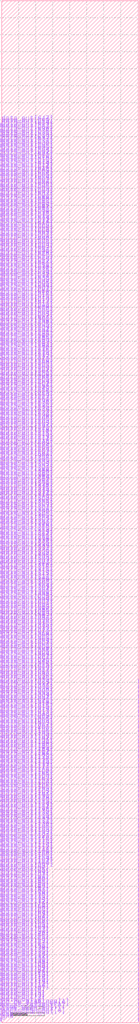
<source format=lef>
VERSION 5.7 ;
  NOWIREEXTENSIONATPIN ON ;
  DIVIDERCHAR "/" ;
  BUSBITCHARS "[]" ;
MACRO tri_512x162_4w_0
  CLASS BLOCK ;
  FOREIGN tri_512x162_4w_0 ;
  ORIGIN 0.000 0.000 ;
  SIZE 400.000 BY 3000.000 ;
  PIN gnd
    DIRECTION INOUT ;
    USE SIGNAL ;
    PORT
      LAYER met3 ;
        RECT -4.000 4.000 0.000 4.600 ;
    END
  END gnd
  PIN vdd
    DIRECTION INOUT ;
    USE SIGNAL ;
    PORT
      LAYER met3 ;
        RECT -4.000 8.000 0.000 8.600 ;
    END
  END vdd
  PIN vcs
    DIRECTION INOUT ;
    USE SIGNAL ;
    PORT
      LAYER met3 ;
        RECT -4.000 12.000 0.000 12.600 ;
    END
  END vcs
  PIN clk
    DIRECTION INPUT ;
    USE SIGNAL ;
    PORT
      LAYER met3 ;
        RECT 400.000 4.000 404.000 4.600 ;
    END
  END clk
  PIN rst
    DIRECTION INPUT ;
    USE SIGNAL ;
    PORT
      LAYER met3 ;
        RECT 400.000 8.000 404.000 8.600 ;
    END
  END rst
  PIN ccflush_dc
    DIRECTION INPUT ;
    USE SIGNAL ;
    PORT
      LAYER met3 ;
        RECT 400.000 12.000 404.000 12.600 ;
    END
  END ccflush_dc
  PIN lcb_clkoff_dc_b
    DIRECTION INPUT ;
    USE SIGNAL ;
    PORT
      LAYER met3 ;
        RECT 400.000 16.000 404.000 16.600 ;
    END
  END lcb_clkoff_dc_b
  PIN lcb_d_mode_dc
    DIRECTION INPUT ;
    USE SIGNAL ;
    PORT
      LAYER met3 ;
        RECT 400.000 20.000 404.000 20.600 ;
    END
  END lcb_d_mode_dc
  PIN lcb_act_dis_dc
    DIRECTION INPUT ;
    USE SIGNAL ;
    PORT
      LAYER met3 ;
        RECT 400.000 24.000 404.000 24.600 ;
    END
  END lcb_act_dis_dc
  PIN lcb_ary_nsl_thold_0
    DIRECTION INPUT ;
    USE SIGNAL ;
    PORT
      LAYER met3 ;
        RECT 400.000 28.000 404.000 28.600 ;
    END
  END lcb_ary_nsl_thold_0
  PIN lcb_sg_1
    DIRECTION INPUT ;
    USE SIGNAL ;
    PORT
      LAYER met3 ;
        RECT 400.000 32.000 404.000 32.600 ;
    END
  END lcb_sg_1
  PIN lcb_abst_sl_thold_0
    DIRECTION INPUT ;
    USE SIGNAL ;
    PORT
      LAYER met3 ;
        RECT 400.000 36.000 404.000 36.600 ;
    END
  END lcb_abst_sl_thold_0
  PIN lcb_func_sl_thold_0_b
    DIRECTION INPUT ;
    USE SIGNAL ;
    PORT
      LAYER met3 ;
        RECT 400.000 40.000 404.000 40.600 ;
    END
  END lcb_func_sl_thold_0_b
  PIN func_force
    DIRECTION INPUT ;
    USE SIGNAL ;
    PORT
      LAYER met3 ;
        RECT 400.000 44.000 404.000 44.600 ;
    END
  END func_force
  PIN scan_diag_dc
    DIRECTION INPUT ;
    USE SIGNAL ;
    PORT
      LAYER met3 ;
        RECT 400.000 48.000 404.000 48.600 ;
    END
  END scan_diag_dc
  PIN scan_dis_dc_b
    DIRECTION INPUT ;
    USE SIGNAL ;
    PORT
      LAYER met3 ;
        RECT 400.000 52.000 404.000 52.600 ;
    END
  END scan_dis_dc_b
  PIN func_scan_in
    DIRECTION INPUT ;
    USE SIGNAL ;
    PORT
      LAYER met3 ;
        RECT 400.000 56.000 404.000 56.600 ;
    END
  END func_scan_in
  PIN func_scan_out
    DIRECTION OUTPUT TRISTATE ;
    USE SIGNAL ;
    PORT
      LAYER met3 ;
        RECT -4.000 16.000 0.000 16.600 ;
    END
  END func_scan_out
  PIN abst_scan_in[0]
    DIRECTION INPUT ;
    USE SIGNAL ;
    PORT
      LAYER met3 ;
        RECT 400.000 60.000 404.000 60.600 ;
    END
  END abst_scan_in[0]
  PIN abst_scan_in[1]
    DIRECTION INPUT ;
    USE SIGNAL ;
    PORT
      LAYER met3 ;
        RECT 400.000 64.000 404.000 64.600 ;
    END
  END abst_scan_in[1]
  PIN abst_scan_out[0]
    DIRECTION OUTPUT TRISTATE ;
    USE SIGNAL ;
    PORT
      LAYER met3 ;
        RECT -4.000 20.000 0.000 20.600 ;
    END
  END abst_scan_out[0]
  PIN abst_scan_out[1]
    DIRECTION OUTPUT TRISTATE ;
    USE SIGNAL ;
    PORT
      LAYER met3 ;
        RECT -4.000 24.000 0.000 24.600 ;
    END
  END abst_scan_out[1]
  PIN lcb_delay_lclkr_np_dc
    DIRECTION INPUT ;
    USE SIGNAL ;
    PORT
      LAYER met3 ;
        RECT 400.000 68.000 404.000 68.600 ;
    END
  END lcb_delay_lclkr_np_dc
  PIN ctrl_lcb_delay_lclkr_np_dc
    DIRECTION INPUT ;
    USE SIGNAL ;
    PORT
      LAYER met3 ;
        RECT 400.000 72.000 404.000 72.600 ;
    END
  END ctrl_lcb_delay_lclkr_np_dc
  PIN dibw_lcb_delay_lclkr_np_dc
    DIRECTION INPUT ;
    USE SIGNAL ;
    PORT
      LAYER met3 ;
        RECT 400.000 76.000 404.000 76.600 ;
    END
  END dibw_lcb_delay_lclkr_np_dc
  PIN ctrl_lcb_mpw1_np_dc_b
    DIRECTION INPUT ;
    USE SIGNAL ;
    PORT
      LAYER met3 ;
        RECT 400.000 80.000 404.000 80.600 ;
    END
  END ctrl_lcb_mpw1_np_dc_b
  PIN dibw_lcb_mpw1_np_dc_b
    DIRECTION INPUT ;
    USE SIGNAL ;
    PORT
      LAYER met3 ;
        RECT 400.000 84.000 404.000 84.600 ;
    END
  END dibw_lcb_mpw1_np_dc_b
  PIN lcb_mpw1_pp_dc_b
    DIRECTION INPUT ;
    USE SIGNAL ;
    PORT
      LAYER met3 ;
        RECT 400.000 88.000 404.000 88.600 ;
    END
  END lcb_mpw1_pp_dc_b
  PIN lcb_mpw1_2_pp_dc_b
    DIRECTION INPUT ;
    USE SIGNAL ;
    PORT
      LAYER met3 ;
        RECT 400.000 92.000 404.000 92.600 ;
    END
  END lcb_mpw1_2_pp_dc_b
  PIN aodo_lcb_delay_lclkr_dc
    DIRECTION INPUT ;
    USE SIGNAL ;
    PORT
      LAYER met3 ;
        RECT 400.000 96.000 404.000 96.600 ;
    END
  END aodo_lcb_delay_lclkr_dc
  PIN aodo_lcb_mpw1_dc_b
    DIRECTION INPUT ;
    USE SIGNAL ;
    PORT
      LAYER met3 ;
        RECT 400.000 100.000 404.000 100.600 ;
    END
  END aodo_lcb_mpw1_dc_b
  PIN aodo_lcb_mpw2_dc_b
    DIRECTION INPUT ;
    USE SIGNAL ;
    PORT
      LAYER met3 ;
        RECT 400.000 104.000 404.000 104.600 ;
    END
  END aodo_lcb_mpw2_dc_b
  PIN lcb_time_sg_0
    DIRECTION INPUT ;
    USE SIGNAL ;
    PORT
      LAYER met3 ;
        RECT 400.000 108.000 404.000 108.600 ;
    END
  END lcb_time_sg_0
  PIN lcb_time_sl_thold_0
    DIRECTION INPUT ;
    USE SIGNAL ;
    PORT
      LAYER met3 ;
        RECT 400.000 112.000 404.000 112.600 ;
    END
  END lcb_time_sl_thold_0
  PIN time_scan_in
    DIRECTION INPUT ;
    USE SIGNAL ;
    PORT
      LAYER met3 ;
        RECT 400.000 116.000 404.000 116.600 ;
    END
  END time_scan_in
  PIN time_scan_out
    DIRECTION OUTPUT TRISTATE ;
    USE SIGNAL ;
    PORT
      LAYER met3 ;
        RECT -4.000 28.000 0.000 28.600 ;
    END
  END time_scan_out
  PIN bitw_abist[0]
    DIRECTION INPUT ;
    USE SIGNAL ;
    PORT
      LAYER met3 ;
        RECT 400.000 120.000 404.000 120.600 ;
    END
  END bitw_abist[0]
  PIN bitw_abist[1]
    DIRECTION INPUT ;
    USE SIGNAL ;
    PORT
      LAYER met3 ;
        RECT 400.000 124.000 404.000 124.600 ;
    END
  END bitw_abist[1]
  PIN lcb_repr_sl_thold_0
    DIRECTION INPUT ;
    USE SIGNAL ;
    PORT
      LAYER met3 ;
        RECT 400.000 128.000 404.000 128.600 ;
    END
  END lcb_repr_sl_thold_0
  PIN lcb_repr_sg_0
    DIRECTION INPUT ;
    USE SIGNAL ;
    PORT
      LAYER met3 ;
        RECT 400.000 132.000 404.000 132.600 ;
    END
  END lcb_repr_sg_0
  PIN repr_scan_in
    DIRECTION INPUT ;
    USE SIGNAL ;
    PORT
      LAYER met3 ;
        RECT 400.000 136.000 404.000 136.600 ;
    END
  END repr_scan_in
  PIN repr_scan_out
    DIRECTION OUTPUT TRISTATE ;
    USE SIGNAL ;
    PORT
      LAYER met3 ;
        RECT -4.000 32.000 0.000 32.600 ;
    END
  END repr_scan_out
  PIN tc_lbist_ary_wrt_thru_dc
    DIRECTION INPUT ;
    USE SIGNAL ;
    PORT
      LAYER met3 ;
        RECT 400.000 140.000 404.000 140.600 ;
    END
  END tc_lbist_ary_wrt_thru_dc
  PIN abist_en_1
    DIRECTION INPUT ;
    USE SIGNAL ;
    PORT
      LAYER met3 ;
        RECT 400.000 144.000 404.000 144.600 ;
    END
  END abist_en_1
  PIN din_abist[0]
    DIRECTION INPUT ;
    USE SIGNAL ;
    PORT
      LAYER met3 ;
        RECT 400.000 148.000 404.000 148.600 ;
    END
  END din_abist[0]
  PIN din_abist[1]
    DIRECTION INPUT ;
    USE SIGNAL ;
    PORT
      LAYER met3 ;
        RECT 400.000 152.000 404.000 152.600 ;
    END
  END din_abist[1]
  PIN din_abist[2]
    DIRECTION INPUT ;
    USE SIGNAL ;
    PORT
      LAYER met3 ;
        RECT 400.000 156.000 404.000 156.600 ;
    END
  END din_abist[2]
  PIN din_abist[3]
    DIRECTION INPUT ;
    USE SIGNAL ;
    PORT
      LAYER met3 ;
        RECT 400.000 160.000 404.000 160.600 ;
    END
  END din_abist[3]
  PIN abist_cmp_en
    DIRECTION INPUT ;
    USE SIGNAL ;
    PORT
      LAYER met3 ;
        RECT 400.000 164.000 404.000 164.600 ;
    END
  END abist_cmp_en
  PIN abist_raw_b_dc
    DIRECTION INPUT ;
    USE SIGNAL ;
    PORT
      LAYER met3 ;
        RECT 400.000 168.000 404.000 168.600 ;
    END
  END abist_raw_b_dc
  PIN data_cmp_abist[0]
    DIRECTION INPUT ;
    USE SIGNAL ;
    PORT
      LAYER met3 ;
        RECT 400.000 172.000 404.000 172.600 ;
    END
  END data_cmp_abist[0]
  PIN data_cmp_abist[1]
    DIRECTION INPUT ;
    USE SIGNAL ;
    PORT
      LAYER met3 ;
        RECT 400.000 176.000 404.000 176.600 ;
    END
  END data_cmp_abist[1]
  PIN data_cmp_abist[2]
    DIRECTION INPUT ;
    USE SIGNAL ;
    PORT
      LAYER met3 ;
        RECT 400.000 180.000 404.000 180.600 ;
    END
  END data_cmp_abist[2]
  PIN data_cmp_abist[3]
    DIRECTION INPUT ;
    USE SIGNAL ;
    PORT
      LAYER met3 ;
        RECT 400.000 184.000 404.000 184.600 ;
    END
  END data_cmp_abist[3]
  PIN addr_abist[0]
    DIRECTION INPUT ;
    USE SIGNAL ;
    PORT
      LAYER met3 ;
        RECT 400.000 188.000 404.000 188.600 ;
    END
  END addr_abist[0]
  PIN addr_abist[1]
    DIRECTION INPUT ;
    USE SIGNAL ;
    PORT
      LAYER met3 ;
        RECT 400.000 192.000 404.000 192.600 ;
    END
  END addr_abist[1]
  PIN addr_abist[2]
    DIRECTION INPUT ;
    USE SIGNAL ;
    PORT
      LAYER met3 ;
        RECT 400.000 196.000 404.000 196.600 ;
    END
  END addr_abist[2]
  PIN addr_abist[3]
    DIRECTION INPUT ;
    USE SIGNAL ;
    PORT
      LAYER met3 ;
        RECT 400.000 200.000 404.000 200.600 ;
    END
  END addr_abist[3]
  PIN addr_abist[4]
    DIRECTION INPUT ;
    USE SIGNAL ;
    PORT
      LAYER met3 ;
        RECT 400.000 204.000 404.000 204.600 ;
    END
  END addr_abist[4]
  PIN addr_abist[5]
    DIRECTION INPUT ;
    USE SIGNAL ;
    PORT
      LAYER met3 ;
        RECT 400.000 208.000 404.000 208.600 ;
    END
  END addr_abist[5]
  PIN addr_abist[6]
    DIRECTION INPUT ;
    USE SIGNAL ;
    PORT
      LAYER met3 ;
        RECT 400.000 212.000 404.000 212.600 ;
    END
  END addr_abist[6]
  PIN addr_abist[7]
    DIRECTION INPUT ;
    USE SIGNAL ;
    PORT
      LAYER met3 ;
        RECT 400.000 216.000 404.000 216.600 ;
    END
  END addr_abist[7]
  PIN addr_abist[8]
    DIRECTION INPUT ;
    USE SIGNAL ;
    PORT
      LAYER met3 ;
        RECT 400.000 220.000 404.000 220.600 ;
    END
  END addr_abist[8]
  PIN r_wb_abist
    DIRECTION INPUT ;
    USE SIGNAL ;
    PORT
      LAYER met3 ;
        RECT 400.000 224.000 404.000 224.600 ;
    END
  END r_wb_abist
  PIN write_thru_en_dc
    DIRECTION INPUT ;
    USE SIGNAL ;
    PORT
      LAYER met3 ;
        RECT 400.000 228.000 404.000 228.600 ;
    END
  END write_thru_en_dc
  PIN lcb_bolt_sl_thold_0
    DIRECTION INPUT ;
    USE SIGNAL ;
    PORT
      LAYER met3 ;
        RECT 400.000 232.000 404.000 232.600 ;
    END
  END lcb_bolt_sl_thold_0
  PIN pc_bo_enable_2
    DIRECTION INPUT ;
    USE SIGNAL ;
    PORT
      LAYER met3 ;
        RECT 400.000 236.000 404.000 236.600 ;
    END
  END pc_bo_enable_2
  PIN pc_bo_reset
    DIRECTION INPUT ;
    USE SIGNAL ;
    PORT
      LAYER met3 ;
        RECT 400.000 240.000 404.000 240.600 ;
    END
  END pc_bo_reset
  PIN pc_bo_unload
    DIRECTION INPUT ;
    USE SIGNAL ;
    PORT
      LAYER met3 ;
        RECT 400.000 244.000 404.000 244.600 ;
    END
  END pc_bo_unload
  PIN pc_bo_repair
    DIRECTION INPUT ;
    USE SIGNAL ;
    PORT
      LAYER met3 ;
        RECT 400.000 248.000 404.000 248.600 ;
    END
  END pc_bo_repair
  PIN pc_bo_shdata
    DIRECTION INPUT ;
    USE SIGNAL ;
    PORT
      LAYER met3 ;
        RECT 400.000 252.000 404.000 252.600 ;
    END
  END pc_bo_shdata
  PIN pc_bo_select[0]
    DIRECTION INPUT ;
    USE SIGNAL ;
    PORT
      LAYER met3 ;
        RECT 400.000 256.000 404.000 256.600 ;
    END
  END pc_bo_select[0]
  PIN pc_bo_select[1]
    DIRECTION INPUT ;
    USE SIGNAL ;
    PORT
      LAYER met3 ;
        RECT 400.000 260.000 404.000 260.600 ;
    END
  END pc_bo_select[1]
  PIN bo_pc_failout[0]
    DIRECTION OUTPUT TRISTATE ;
    USE SIGNAL ;
    PORT
      LAYER met3 ;
        RECT -4.000 36.000 0.000 36.600 ;
    END
  END bo_pc_failout[0]
  PIN bo_pc_failout[1]
    DIRECTION OUTPUT TRISTATE ;
    USE SIGNAL ;
    PORT
      LAYER met3 ;
        RECT -4.000 40.000 0.000 40.600 ;
    END
  END bo_pc_failout[1]
  PIN bo_pc_diagloop[0]
    DIRECTION OUTPUT TRISTATE ;
    USE SIGNAL ;
    PORT
      LAYER met3 ;
        RECT -4.000 44.000 0.000 44.600 ;
    END
  END bo_pc_diagloop[0]
  PIN bo_pc_diagloop[1]
    DIRECTION OUTPUT TRISTATE ;
    USE SIGNAL ;
    PORT
      LAYER met3 ;
        RECT -4.000 48.000 0.000 48.600 ;
    END
  END bo_pc_diagloop[1]
  PIN tri_lcb_mpw1_dc_b
    DIRECTION INPUT ;
    USE SIGNAL ;
    PORT
      LAYER met3 ;
        RECT 400.000 264.000 404.000 264.600 ;
    END
  END tri_lcb_mpw1_dc_b
  PIN tri_lcb_mpw2_dc_b
    DIRECTION INPUT ;
    USE SIGNAL ;
    PORT
      LAYER met3 ;
        RECT 400.000 268.000 404.000 268.600 ;
    END
  END tri_lcb_mpw2_dc_b
  PIN tri_lcb_delay_lclkr_dc
    DIRECTION INPUT ;
    USE SIGNAL ;
    PORT
      LAYER met3 ;
        RECT 400.000 272.000 404.000 272.600 ;
    END
  END tri_lcb_delay_lclkr_dc
  PIN tri_lcb_clkoff_dc_b
    DIRECTION INPUT ;
    USE SIGNAL ;
    PORT
      LAYER met3 ;
        RECT 400.000 276.000 404.000 276.600 ;
    END
  END tri_lcb_clkoff_dc_b
  PIN tri_lcb_act_dis_dc
    DIRECTION INPUT ;
    USE SIGNAL ;
    PORT
      LAYER met3 ;
        RECT 400.000 280.000 404.000 280.600 ;
    END
  END tri_lcb_act_dis_dc
  PIN read_act[0]
    DIRECTION INPUT ;
    USE SIGNAL ;
    PORT
      LAYER met3 ;
        RECT 400.000 284.000 404.000 284.600 ;
    END
  END read_act[0]
  PIN read_act[1]
    DIRECTION INPUT ;
    USE SIGNAL ;
    PORT
      LAYER met3 ;
        RECT 400.000 288.000 404.000 288.600 ;
    END
  END read_act[1]
  PIN write_act[0]
    DIRECTION INPUT ;
    USE SIGNAL ;
    PORT
      LAYER met3 ;
        RECT 400.000 292.000 404.000 292.600 ;
    END
  END write_act[0]
  PIN write_act[1]
    DIRECTION INPUT ;
    USE SIGNAL ;
    PORT
      LAYER met3 ;
        RECT 400.000 296.000 404.000 296.600 ;
    END
  END write_act[1]
  PIN write_act[2]
    DIRECTION INPUT ;
    USE SIGNAL ;
    PORT
      LAYER met3 ;
        RECT 400.000 300.000 404.000 300.600 ;
    END
  END write_act[2]
  PIN write_act[3]
    DIRECTION INPUT ;
    USE SIGNAL ;
    PORT
      LAYER met3 ;
        RECT 400.000 304.000 404.000 304.600 ;
    END
  END write_act[3]
  PIN write_enable
    DIRECTION INPUT ;
    USE SIGNAL ;
    PORT
      LAYER met3 ;
        RECT 400.000 308.000 404.000 308.600 ;
    END
  END write_enable
  PIN write_way[0]
    DIRECTION INPUT ;
    USE SIGNAL ;
    PORT
      LAYER met3 ;
        RECT 400.000 312.000 404.000 312.600 ;
    END
  END write_way[0]
  PIN write_way[1]
    DIRECTION INPUT ;
    USE SIGNAL ;
    PORT
      LAYER met3 ;
        RECT 400.000 316.000 404.000 316.600 ;
    END
  END write_way[1]
  PIN write_way[2]
    DIRECTION INPUT ;
    USE SIGNAL ;
    PORT
      LAYER met3 ;
        RECT 400.000 320.000 404.000 320.600 ;
    END
  END write_way[2]
  PIN write_way[3]
    DIRECTION INPUT ;
    USE SIGNAL ;
    PORT
      LAYER met3 ;
        RECT 400.000 324.000 404.000 324.600 ;
    END
  END write_way[3]
  PIN addr[0]
    DIRECTION INPUT ;
    USE SIGNAL ;
    PORT
      LAYER met3 ;
        RECT 400.000 328.000 404.000 328.600 ;
    END
  END addr[0]
  PIN addr[1]
    DIRECTION INPUT ;
    USE SIGNAL ;
    PORT
      LAYER met3 ;
        RECT 400.000 332.000 404.000 332.600 ;
    END
  END addr[1]
  PIN addr[2]
    DIRECTION INPUT ;
    USE SIGNAL ;
    PORT
      LAYER met3 ;
        RECT 400.000 336.000 404.000 336.600 ;
    END
  END addr[2]
  PIN addr[3]
    DIRECTION INPUT ;
    USE SIGNAL ;
    PORT
      LAYER met3 ;
        RECT 400.000 340.000 404.000 340.600 ;
    END
  END addr[3]
  PIN addr[4]
    DIRECTION INPUT ;
    USE SIGNAL ;
    PORT
      LAYER met3 ;
        RECT 400.000 344.000 404.000 344.600 ;
    END
  END addr[4]
  PIN addr[5]
    DIRECTION INPUT ;
    USE SIGNAL ;
    PORT
      LAYER met3 ;
        RECT 400.000 348.000 404.000 348.600 ;
    END
  END addr[5]
  PIN addr[6]
    DIRECTION INPUT ;
    USE SIGNAL ;
    PORT
      LAYER met3 ;
        RECT 400.000 352.000 404.000 352.600 ;
    END
  END addr[6]
  PIN addr[7]
    DIRECTION INPUT ;
    USE SIGNAL ;
    PORT
      LAYER met3 ;
        RECT 400.000 356.000 404.000 356.600 ;
    END
  END addr[7]
  PIN addr[8]
    DIRECTION INPUT ;
    USE SIGNAL ;
    PORT
      LAYER met3 ;
        RECT 400.000 360.000 404.000 360.600 ;
    END
  END addr[8]
  PIN data_in[0]
    DIRECTION INPUT ;
    USE SIGNAL ;
    PORT
      LAYER met3 ;
        RECT 400.000 364.000 404.000 364.600 ;
    END
  END data_in[0]
  PIN data_in[1]
    DIRECTION INPUT ;
    USE SIGNAL ;
    PORT
      LAYER met3 ;
        RECT 400.000 368.000 404.000 368.600 ;
    END
  END data_in[1]
  PIN data_in[2]
    DIRECTION INPUT ;
    USE SIGNAL ;
    PORT
      LAYER met3 ;
        RECT 400.000 372.000 404.000 372.600 ;
    END
  END data_in[2]
  PIN data_in[3]
    DIRECTION INPUT ;
    USE SIGNAL ;
    PORT
      LAYER met3 ;
        RECT 400.000 376.000 404.000 376.600 ;
    END
  END data_in[3]
  PIN data_in[4]
    DIRECTION INPUT ;
    USE SIGNAL ;
    PORT
      LAYER met3 ;
        RECT 400.000 380.000 404.000 380.600 ;
    END
  END data_in[4]
  PIN data_in[5]
    DIRECTION INPUT ;
    USE SIGNAL ;
    PORT
      LAYER met3 ;
        RECT 400.000 384.000 404.000 384.600 ;
    END
  END data_in[5]
  PIN data_in[6]
    DIRECTION INPUT ;
    USE SIGNAL ;
    PORT
      LAYER met3 ;
        RECT 400.000 388.000 404.000 388.600 ;
    END
  END data_in[6]
  PIN data_in[7]
    DIRECTION INPUT ;
    USE SIGNAL ;
    PORT
      LAYER met3 ;
        RECT 400.000 392.000 404.000 392.600 ;
    END
  END data_in[7]
  PIN data_in[8]
    DIRECTION INPUT ;
    USE SIGNAL ;
    PORT
      LAYER met3 ;
        RECT 400.000 396.000 404.000 396.600 ;
    END
  END data_in[8]
  PIN data_in[9]
    DIRECTION INPUT ;
    USE SIGNAL ;
    PORT
      LAYER met3 ;
        RECT 400.000 400.000 404.000 400.600 ;
    END
  END data_in[9]
  PIN data_in[10]
    DIRECTION INPUT ;
    USE SIGNAL ;
    PORT
      LAYER met3 ;
        RECT 400.000 404.000 404.000 404.600 ;
    END
  END data_in[10]
  PIN data_in[11]
    DIRECTION INPUT ;
    USE SIGNAL ;
    PORT
      LAYER met3 ;
        RECT 400.000 408.000 404.000 408.600 ;
    END
  END data_in[11]
  PIN data_in[12]
    DIRECTION INPUT ;
    USE SIGNAL ;
    PORT
      LAYER met3 ;
        RECT 400.000 412.000 404.000 412.600 ;
    END
  END data_in[12]
  PIN data_in[13]
    DIRECTION INPUT ;
    USE SIGNAL ;
    PORT
      LAYER met3 ;
        RECT 400.000 416.000 404.000 416.600 ;
    END
  END data_in[13]
  PIN data_in[14]
    DIRECTION INPUT ;
    USE SIGNAL ;
    PORT
      LAYER met3 ;
        RECT 400.000 420.000 404.000 420.600 ;
    END
  END data_in[14]
  PIN data_in[15]
    DIRECTION INPUT ;
    USE SIGNAL ;
    PORT
      LAYER met3 ;
        RECT 400.000 424.000 404.000 424.600 ;
    END
  END data_in[15]
  PIN data_in[16]
    DIRECTION INPUT ;
    USE SIGNAL ;
    PORT
      LAYER met3 ;
        RECT 400.000 428.000 404.000 428.600 ;
    END
  END data_in[16]
  PIN data_in[17]
    DIRECTION INPUT ;
    USE SIGNAL ;
    PORT
      LAYER met3 ;
        RECT 400.000 432.000 404.000 432.600 ;
    END
  END data_in[17]
  PIN data_in[18]
    DIRECTION INPUT ;
    USE SIGNAL ;
    PORT
      LAYER met3 ;
        RECT 400.000 436.000 404.000 436.600 ;
    END
  END data_in[18]
  PIN data_in[19]
    DIRECTION INPUT ;
    USE SIGNAL ;
    PORT
      LAYER met3 ;
        RECT 400.000 440.000 404.000 440.600 ;
    END
  END data_in[19]
  PIN data_in[20]
    DIRECTION INPUT ;
    USE SIGNAL ;
    PORT
      LAYER met3 ;
        RECT 400.000 444.000 404.000 444.600 ;
    END
  END data_in[20]
  PIN data_in[21]
    DIRECTION INPUT ;
    USE SIGNAL ;
    PORT
      LAYER met3 ;
        RECT 400.000 448.000 404.000 448.600 ;
    END
  END data_in[21]
  PIN data_in[22]
    DIRECTION INPUT ;
    USE SIGNAL ;
    PORT
      LAYER met3 ;
        RECT 400.000 452.000 404.000 452.600 ;
    END
  END data_in[22]
  PIN data_in[23]
    DIRECTION INPUT ;
    USE SIGNAL ;
    PORT
      LAYER met3 ;
        RECT 400.000 456.000 404.000 456.600 ;
    END
  END data_in[23]
  PIN data_in[24]
    DIRECTION INPUT ;
    USE SIGNAL ;
    PORT
      LAYER met3 ;
        RECT 400.000 460.000 404.000 460.600 ;
    END
  END data_in[24]
  PIN data_in[25]
    DIRECTION INPUT ;
    USE SIGNAL ;
    PORT
      LAYER met3 ;
        RECT 400.000 464.000 404.000 464.600 ;
    END
  END data_in[25]
  PIN data_in[26]
    DIRECTION INPUT ;
    USE SIGNAL ;
    PORT
      LAYER met3 ;
        RECT 400.000 468.000 404.000 468.600 ;
    END
  END data_in[26]
  PIN data_in[27]
    DIRECTION INPUT ;
    USE SIGNAL ;
    PORT
      LAYER met3 ;
        RECT 400.000 472.000 404.000 472.600 ;
    END
  END data_in[27]
  PIN data_in[28]
    DIRECTION INPUT ;
    USE SIGNAL ;
    PORT
      LAYER met3 ;
        RECT 400.000 476.000 404.000 476.600 ;
    END
  END data_in[28]
  PIN data_in[29]
    DIRECTION INPUT ;
    USE SIGNAL ;
    PORT
      LAYER met3 ;
        RECT 400.000 480.000 404.000 480.600 ;
    END
  END data_in[29]
  PIN data_in[30]
    DIRECTION INPUT ;
    USE SIGNAL ;
    PORT
      LAYER met3 ;
        RECT 400.000 484.000 404.000 484.600 ;
    END
  END data_in[30]
  PIN data_in[31]
    DIRECTION INPUT ;
    USE SIGNAL ;
    PORT
      LAYER met3 ;
        RECT 400.000 488.000 404.000 488.600 ;
    END
  END data_in[31]
  PIN data_in[32]
    DIRECTION INPUT ;
    USE SIGNAL ;
    PORT
      LAYER met3 ;
        RECT 400.000 492.000 404.000 492.600 ;
    END
  END data_in[32]
  PIN data_in[33]
    DIRECTION INPUT ;
    USE SIGNAL ;
    PORT
      LAYER met3 ;
        RECT 400.000 496.000 404.000 496.600 ;
    END
  END data_in[33]
  PIN data_in[34]
    DIRECTION INPUT ;
    USE SIGNAL ;
    PORT
      LAYER met3 ;
        RECT 400.000 500.000 404.000 500.600 ;
    END
  END data_in[34]
  PIN data_in[35]
    DIRECTION INPUT ;
    USE SIGNAL ;
    PORT
      LAYER met3 ;
        RECT 400.000 504.000 404.000 504.600 ;
    END
  END data_in[35]
  PIN data_in[36]
    DIRECTION INPUT ;
    USE SIGNAL ;
    PORT
      LAYER met3 ;
        RECT 400.000 508.000 404.000 508.600 ;
    END
  END data_in[36]
  PIN data_in[37]
    DIRECTION INPUT ;
    USE SIGNAL ;
    PORT
      LAYER met3 ;
        RECT 400.000 512.000 404.000 512.600 ;
    END
  END data_in[37]
  PIN data_in[38]
    DIRECTION INPUT ;
    USE SIGNAL ;
    PORT
      LAYER met3 ;
        RECT 400.000 516.000 404.000 516.600 ;
    END
  END data_in[38]
  PIN data_in[39]
    DIRECTION INPUT ;
    USE SIGNAL ;
    PORT
      LAYER met3 ;
        RECT 400.000 520.000 404.000 520.600 ;
    END
  END data_in[39]
  PIN data_in[40]
    DIRECTION INPUT ;
    USE SIGNAL ;
    PORT
      LAYER met3 ;
        RECT 400.000 524.000 404.000 524.600 ;
    END
  END data_in[40]
  PIN data_in[41]
    DIRECTION INPUT ;
    USE SIGNAL ;
    PORT
      LAYER met3 ;
        RECT 400.000 528.000 404.000 528.600 ;
    END
  END data_in[41]
  PIN data_in[42]
    DIRECTION INPUT ;
    USE SIGNAL ;
    PORT
      LAYER met3 ;
        RECT 400.000 532.000 404.000 532.600 ;
    END
  END data_in[42]
  PIN data_in[43]
    DIRECTION INPUT ;
    USE SIGNAL ;
    PORT
      LAYER met3 ;
        RECT 400.000 536.000 404.000 536.600 ;
    END
  END data_in[43]
  PIN data_in[44]
    DIRECTION INPUT ;
    USE SIGNAL ;
    PORT
      LAYER met3 ;
        RECT 400.000 540.000 404.000 540.600 ;
    END
  END data_in[44]
  PIN data_in[45]
    DIRECTION INPUT ;
    USE SIGNAL ;
    PORT
      LAYER met3 ;
        RECT 400.000 544.000 404.000 544.600 ;
    END
  END data_in[45]
  PIN data_in[46]
    DIRECTION INPUT ;
    USE SIGNAL ;
    PORT
      LAYER met3 ;
        RECT 400.000 548.000 404.000 548.600 ;
    END
  END data_in[46]
  PIN data_in[47]
    DIRECTION INPUT ;
    USE SIGNAL ;
    PORT
      LAYER met3 ;
        RECT 400.000 552.000 404.000 552.600 ;
    END
  END data_in[47]
  PIN data_in[48]
    DIRECTION INPUT ;
    USE SIGNAL ;
    PORT
      LAYER met3 ;
        RECT 400.000 556.000 404.000 556.600 ;
    END
  END data_in[48]
  PIN data_in[49]
    DIRECTION INPUT ;
    USE SIGNAL ;
    PORT
      LAYER met3 ;
        RECT 400.000 560.000 404.000 560.600 ;
    END
  END data_in[49]
  PIN data_in[50]
    DIRECTION INPUT ;
    USE SIGNAL ;
    PORT
      LAYER met3 ;
        RECT 400.000 564.000 404.000 564.600 ;
    END
  END data_in[50]
  PIN data_in[51]
    DIRECTION INPUT ;
    USE SIGNAL ;
    PORT
      LAYER met3 ;
        RECT 400.000 568.000 404.000 568.600 ;
    END
  END data_in[51]
  PIN data_in[52]
    DIRECTION INPUT ;
    USE SIGNAL ;
    PORT
      LAYER met3 ;
        RECT 400.000 572.000 404.000 572.600 ;
    END
  END data_in[52]
  PIN data_in[53]
    DIRECTION INPUT ;
    USE SIGNAL ;
    PORT
      LAYER met3 ;
        RECT 400.000 576.000 404.000 576.600 ;
    END
  END data_in[53]
  PIN data_in[54]
    DIRECTION INPUT ;
    USE SIGNAL ;
    PORT
      LAYER met3 ;
        RECT 400.000 580.000 404.000 580.600 ;
    END
  END data_in[54]
  PIN data_in[55]
    DIRECTION INPUT ;
    USE SIGNAL ;
    PORT
      LAYER met3 ;
        RECT 400.000 584.000 404.000 584.600 ;
    END
  END data_in[55]
  PIN data_in[56]
    DIRECTION INPUT ;
    USE SIGNAL ;
    PORT
      LAYER met3 ;
        RECT 400.000 588.000 404.000 588.600 ;
    END
  END data_in[56]
  PIN data_in[57]
    DIRECTION INPUT ;
    USE SIGNAL ;
    PORT
      LAYER met3 ;
        RECT 400.000 592.000 404.000 592.600 ;
    END
  END data_in[57]
  PIN data_in[58]
    DIRECTION INPUT ;
    USE SIGNAL ;
    PORT
      LAYER met3 ;
        RECT 400.000 596.000 404.000 596.600 ;
    END
  END data_in[58]
  PIN data_in[59]
    DIRECTION INPUT ;
    USE SIGNAL ;
    PORT
      LAYER met3 ;
        RECT 400.000 600.000 404.000 600.600 ;
    END
  END data_in[59]
  PIN data_in[60]
    DIRECTION INPUT ;
    USE SIGNAL ;
    PORT
      LAYER met3 ;
        RECT 400.000 604.000 404.000 604.600 ;
    END
  END data_in[60]
  PIN data_in[61]
    DIRECTION INPUT ;
    USE SIGNAL ;
    PORT
      LAYER met3 ;
        RECT 400.000 608.000 404.000 608.600 ;
    END
  END data_in[61]
  PIN data_in[62]
    DIRECTION INPUT ;
    USE SIGNAL ;
    PORT
      LAYER met3 ;
        RECT 400.000 612.000 404.000 612.600 ;
    END
  END data_in[62]
  PIN data_in[63]
    DIRECTION INPUT ;
    USE SIGNAL ;
    PORT
      LAYER met3 ;
        RECT 400.000 616.000 404.000 616.600 ;
    END
  END data_in[63]
  PIN data_in[64]
    DIRECTION INPUT ;
    USE SIGNAL ;
    PORT
      LAYER met3 ;
        RECT 400.000 620.000 404.000 620.600 ;
    END
  END data_in[64]
  PIN data_in[65]
    DIRECTION INPUT ;
    USE SIGNAL ;
    PORT
      LAYER met3 ;
        RECT 400.000 624.000 404.000 624.600 ;
    END
  END data_in[65]
  PIN data_in[66]
    DIRECTION INPUT ;
    USE SIGNAL ;
    PORT
      LAYER met3 ;
        RECT 400.000 628.000 404.000 628.600 ;
    END
  END data_in[66]
  PIN data_in[67]
    DIRECTION INPUT ;
    USE SIGNAL ;
    PORT
      LAYER met3 ;
        RECT 400.000 632.000 404.000 632.600 ;
    END
  END data_in[67]
  PIN data_in[68]
    DIRECTION INPUT ;
    USE SIGNAL ;
    PORT
      LAYER met3 ;
        RECT 400.000 636.000 404.000 636.600 ;
    END
  END data_in[68]
  PIN data_in[69]
    DIRECTION INPUT ;
    USE SIGNAL ;
    PORT
      LAYER met3 ;
        RECT 400.000 640.000 404.000 640.600 ;
    END
  END data_in[69]
  PIN data_in[70]
    DIRECTION INPUT ;
    USE SIGNAL ;
    PORT
      LAYER met3 ;
        RECT 400.000 644.000 404.000 644.600 ;
    END
  END data_in[70]
  PIN data_in[71]
    DIRECTION INPUT ;
    USE SIGNAL ;
    PORT
      LAYER met3 ;
        RECT 400.000 648.000 404.000 648.600 ;
    END
  END data_in[71]
  PIN data_in[72]
    DIRECTION INPUT ;
    USE SIGNAL ;
    PORT
      LAYER met3 ;
        RECT 400.000 652.000 404.000 652.600 ;
    END
  END data_in[72]
  PIN data_in[73]
    DIRECTION INPUT ;
    USE SIGNAL ;
    PORT
      LAYER met3 ;
        RECT 400.000 656.000 404.000 656.600 ;
    END
  END data_in[73]
  PIN data_in[74]
    DIRECTION INPUT ;
    USE SIGNAL ;
    PORT
      LAYER met3 ;
        RECT 400.000 660.000 404.000 660.600 ;
    END
  END data_in[74]
  PIN data_in[75]
    DIRECTION INPUT ;
    USE SIGNAL ;
    PORT
      LAYER met3 ;
        RECT 400.000 664.000 404.000 664.600 ;
    END
  END data_in[75]
  PIN data_in[76]
    DIRECTION INPUT ;
    USE SIGNAL ;
    PORT
      LAYER met3 ;
        RECT 400.000 668.000 404.000 668.600 ;
    END
  END data_in[76]
  PIN data_in[77]
    DIRECTION INPUT ;
    USE SIGNAL ;
    PORT
      LAYER met3 ;
        RECT 400.000 672.000 404.000 672.600 ;
    END
  END data_in[77]
  PIN data_in[78]
    DIRECTION INPUT ;
    USE SIGNAL ;
    PORT
      LAYER met3 ;
        RECT 400.000 676.000 404.000 676.600 ;
    END
  END data_in[78]
  PIN data_in[79]
    DIRECTION INPUT ;
    USE SIGNAL ;
    PORT
      LAYER met3 ;
        RECT 400.000 680.000 404.000 680.600 ;
    END
  END data_in[79]
  PIN data_in[80]
    DIRECTION INPUT ;
    USE SIGNAL ;
    PORT
      LAYER met3 ;
        RECT 400.000 684.000 404.000 684.600 ;
    END
  END data_in[80]
  PIN data_in[81]
    DIRECTION INPUT ;
    USE SIGNAL ;
    PORT
      LAYER met3 ;
        RECT 400.000 688.000 404.000 688.600 ;
    END
  END data_in[81]
  PIN data_in[82]
    DIRECTION INPUT ;
    USE SIGNAL ;
    PORT
      LAYER met3 ;
        RECT 400.000 692.000 404.000 692.600 ;
    END
  END data_in[82]
  PIN data_in[83]
    DIRECTION INPUT ;
    USE SIGNAL ;
    PORT
      LAYER met3 ;
        RECT 400.000 696.000 404.000 696.600 ;
    END
  END data_in[83]
  PIN data_in[84]
    DIRECTION INPUT ;
    USE SIGNAL ;
    PORT
      LAYER met3 ;
        RECT 400.000 700.000 404.000 700.600 ;
    END
  END data_in[84]
  PIN data_in[85]
    DIRECTION INPUT ;
    USE SIGNAL ;
    PORT
      LAYER met3 ;
        RECT 400.000 704.000 404.000 704.600 ;
    END
  END data_in[85]
  PIN data_in[86]
    DIRECTION INPUT ;
    USE SIGNAL ;
    PORT
      LAYER met3 ;
        RECT 400.000 708.000 404.000 708.600 ;
    END
  END data_in[86]
  PIN data_in[87]
    DIRECTION INPUT ;
    USE SIGNAL ;
    PORT
      LAYER met3 ;
        RECT 400.000 712.000 404.000 712.600 ;
    END
  END data_in[87]
  PIN data_in[88]
    DIRECTION INPUT ;
    USE SIGNAL ;
    PORT
      LAYER met3 ;
        RECT 400.000 716.000 404.000 716.600 ;
    END
  END data_in[88]
  PIN data_in[89]
    DIRECTION INPUT ;
    USE SIGNAL ;
    PORT
      LAYER met3 ;
        RECT 400.000 720.000 404.000 720.600 ;
    END
  END data_in[89]
  PIN data_in[90]
    DIRECTION INPUT ;
    USE SIGNAL ;
    PORT
      LAYER met3 ;
        RECT 400.000 724.000 404.000 724.600 ;
    END
  END data_in[90]
  PIN data_in[91]
    DIRECTION INPUT ;
    USE SIGNAL ;
    PORT
      LAYER met3 ;
        RECT 400.000 728.000 404.000 728.600 ;
    END
  END data_in[91]
  PIN data_in[92]
    DIRECTION INPUT ;
    USE SIGNAL ;
    PORT
      LAYER met3 ;
        RECT 400.000 732.000 404.000 732.600 ;
    END
  END data_in[92]
  PIN data_in[93]
    DIRECTION INPUT ;
    USE SIGNAL ;
    PORT
      LAYER met3 ;
        RECT 400.000 736.000 404.000 736.600 ;
    END
  END data_in[93]
  PIN data_in[94]
    DIRECTION INPUT ;
    USE SIGNAL ;
    PORT
      LAYER met3 ;
        RECT 400.000 740.000 404.000 740.600 ;
    END
  END data_in[94]
  PIN data_in[95]
    DIRECTION INPUT ;
    USE SIGNAL ;
    PORT
      LAYER met3 ;
        RECT 400.000 744.000 404.000 744.600 ;
    END
  END data_in[95]
  PIN data_in[96]
    DIRECTION INPUT ;
    USE SIGNAL ;
    PORT
      LAYER met3 ;
        RECT 400.000 748.000 404.000 748.600 ;
    END
  END data_in[96]
  PIN data_in[97]
    DIRECTION INPUT ;
    USE SIGNAL ;
    PORT
      LAYER met3 ;
        RECT 400.000 752.000 404.000 752.600 ;
    END
  END data_in[97]
  PIN data_in[98]
    DIRECTION INPUT ;
    USE SIGNAL ;
    PORT
      LAYER met3 ;
        RECT 400.000 756.000 404.000 756.600 ;
    END
  END data_in[98]
  PIN data_in[99]
    DIRECTION INPUT ;
    USE SIGNAL ;
    PORT
      LAYER met3 ;
        RECT 400.000 760.000 404.000 760.600 ;
    END
  END data_in[99]
  PIN data_in[100]
    DIRECTION INPUT ;
    USE SIGNAL ;
    PORT
      LAYER met3 ;
        RECT 400.000 764.000 404.000 764.600 ;
    END
  END data_in[100]
  PIN data_in[101]
    DIRECTION INPUT ;
    USE SIGNAL ;
    PORT
      LAYER met3 ;
        RECT 400.000 768.000 404.000 768.600 ;
    END
  END data_in[101]
  PIN data_in[102]
    DIRECTION INPUT ;
    USE SIGNAL ;
    PORT
      LAYER met3 ;
        RECT 400.000 772.000 404.000 772.600 ;
    END
  END data_in[102]
  PIN data_in[103]
    DIRECTION INPUT ;
    USE SIGNAL ;
    PORT
      LAYER met3 ;
        RECT 400.000 776.000 404.000 776.600 ;
    END
  END data_in[103]
  PIN data_in[104]
    DIRECTION INPUT ;
    USE SIGNAL ;
    PORT
      LAYER met3 ;
        RECT 400.000 780.000 404.000 780.600 ;
    END
  END data_in[104]
  PIN data_in[105]
    DIRECTION INPUT ;
    USE SIGNAL ;
    PORT
      LAYER met3 ;
        RECT 400.000 784.000 404.000 784.600 ;
    END
  END data_in[105]
  PIN data_in[106]
    DIRECTION INPUT ;
    USE SIGNAL ;
    PORT
      LAYER met3 ;
        RECT 400.000 788.000 404.000 788.600 ;
    END
  END data_in[106]
  PIN data_in[107]
    DIRECTION INPUT ;
    USE SIGNAL ;
    PORT
      LAYER met3 ;
        RECT 400.000 792.000 404.000 792.600 ;
    END
  END data_in[107]
  PIN data_in[108]
    DIRECTION INPUT ;
    USE SIGNAL ;
    PORT
      LAYER met3 ;
        RECT 400.000 796.000 404.000 796.600 ;
    END
  END data_in[108]
  PIN data_in[109]
    DIRECTION INPUT ;
    USE SIGNAL ;
    PORT
      LAYER met3 ;
        RECT 400.000 800.000 404.000 800.600 ;
    END
  END data_in[109]
  PIN data_in[110]
    DIRECTION INPUT ;
    USE SIGNAL ;
    PORT
      LAYER met3 ;
        RECT 400.000 804.000 404.000 804.600 ;
    END
  END data_in[110]
  PIN data_in[111]
    DIRECTION INPUT ;
    USE SIGNAL ;
    PORT
      LAYER met3 ;
        RECT 400.000 808.000 404.000 808.600 ;
    END
  END data_in[111]
  PIN data_in[112]
    DIRECTION INPUT ;
    USE SIGNAL ;
    PORT
      LAYER met3 ;
        RECT 400.000 812.000 404.000 812.600 ;
    END
  END data_in[112]
  PIN data_in[113]
    DIRECTION INPUT ;
    USE SIGNAL ;
    PORT
      LAYER met3 ;
        RECT 400.000 816.000 404.000 816.600 ;
    END
  END data_in[113]
  PIN data_in[114]
    DIRECTION INPUT ;
    USE SIGNAL ;
    PORT
      LAYER met3 ;
        RECT 400.000 820.000 404.000 820.600 ;
    END
  END data_in[114]
  PIN data_in[115]
    DIRECTION INPUT ;
    USE SIGNAL ;
    PORT
      LAYER met3 ;
        RECT 400.000 824.000 404.000 824.600 ;
    END
  END data_in[115]
  PIN data_in[116]
    DIRECTION INPUT ;
    USE SIGNAL ;
    PORT
      LAYER met3 ;
        RECT 400.000 828.000 404.000 828.600 ;
    END
  END data_in[116]
  PIN data_in[117]
    DIRECTION INPUT ;
    USE SIGNAL ;
    PORT
      LAYER met3 ;
        RECT 400.000 832.000 404.000 832.600 ;
    END
  END data_in[117]
  PIN data_in[118]
    DIRECTION INPUT ;
    USE SIGNAL ;
    PORT
      LAYER met3 ;
        RECT 400.000 836.000 404.000 836.600 ;
    END
  END data_in[118]
  PIN data_in[119]
    DIRECTION INPUT ;
    USE SIGNAL ;
    PORT
      LAYER met3 ;
        RECT 400.000 840.000 404.000 840.600 ;
    END
  END data_in[119]
  PIN data_in[120]
    DIRECTION INPUT ;
    USE SIGNAL ;
    PORT
      LAYER met3 ;
        RECT 400.000 844.000 404.000 844.600 ;
    END
  END data_in[120]
  PIN data_in[121]
    DIRECTION INPUT ;
    USE SIGNAL ;
    PORT
      LAYER met3 ;
        RECT 400.000 848.000 404.000 848.600 ;
    END
  END data_in[121]
  PIN data_in[122]
    DIRECTION INPUT ;
    USE SIGNAL ;
    PORT
      LAYER met3 ;
        RECT 400.000 852.000 404.000 852.600 ;
    END
  END data_in[122]
  PIN data_in[123]
    DIRECTION INPUT ;
    USE SIGNAL ;
    PORT
      LAYER met3 ;
        RECT 400.000 856.000 404.000 856.600 ;
    END
  END data_in[123]
  PIN data_in[124]
    DIRECTION INPUT ;
    USE SIGNAL ;
    PORT
      LAYER met3 ;
        RECT 400.000 860.000 404.000 860.600 ;
    END
  END data_in[124]
  PIN data_in[125]
    DIRECTION INPUT ;
    USE SIGNAL ;
    PORT
      LAYER met3 ;
        RECT 400.000 864.000 404.000 864.600 ;
    END
  END data_in[125]
  PIN data_in[126]
    DIRECTION INPUT ;
    USE SIGNAL ;
    PORT
      LAYER met3 ;
        RECT 400.000 868.000 404.000 868.600 ;
    END
  END data_in[126]
  PIN data_in[127]
    DIRECTION INPUT ;
    USE SIGNAL ;
    PORT
      LAYER met3 ;
        RECT 400.000 872.000 404.000 872.600 ;
    END
  END data_in[127]
  PIN data_in[128]
    DIRECTION INPUT ;
    USE SIGNAL ;
    PORT
      LAYER met3 ;
        RECT 400.000 876.000 404.000 876.600 ;
    END
  END data_in[128]
  PIN data_in[129]
    DIRECTION INPUT ;
    USE SIGNAL ;
    PORT
      LAYER met3 ;
        RECT 400.000 880.000 404.000 880.600 ;
    END
  END data_in[129]
  PIN data_in[130]
    DIRECTION INPUT ;
    USE SIGNAL ;
    PORT
      LAYER met3 ;
        RECT 400.000 884.000 404.000 884.600 ;
    END
  END data_in[130]
  PIN data_in[131]
    DIRECTION INPUT ;
    USE SIGNAL ;
    PORT
      LAYER met3 ;
        RECT 400.000 888.000 404.000 888.600 ;
    END
  END data_in[131]
  PIN data_in[132]
    DIRECTION INPUT ;
    USE SIGNAL ;
    PORT
      LAYER met3 ;
        RECT 400.000 892.000 404.000 892.600 ;
    END
  END data_in[132]
  PIN data_in[133]
    DIRECTION INPUT ;
    USE SIGNAL ;
    PORT
      LAYER met3 ;
        RECT 400.000 896.000 404.000 896.600 ;
    END
  END data_in[133]
  PIN data_in[134]
    DIRECTION INPUT ;
    USE SIGNAL ;
    PORT
      LAYER met3 ;
        RECT 400.000 900.000 404.000 900.600 ;
    END
  END data_in[134]
  PIN data_in[135]
    DIRECTION INPUT ;
    USE SIGNAL ;
    PORT
      LAYER met3 ;
        RECT 400.000 904.000 404.000 904.600 ;
    END
  END data_in[135]
  PIN data_in[136]
    DIRECTION INPUT ;
    USE SIGNAL ;
    PORT
      LAYER met3 ;
        RECT 400.000 908.000 404.000 908.600 ;
    END
  END data_in[136]
  PIN data_in[137]
    DIRECTION INPUT ;
    USE SIGNAL ;
    PORT
      LAYER met3 ;
        RECT 400.000 912.000 404.000 912.600 ;
    END
  END data_in[137]
  PIN data_in[138]
    DIRECTION INPUT ;
    USE SIGNAL ;
    PORT
      LAYER met3 ;
        RECT 400.000 916.000 404.000 916.600 ;
    END
  END data_in[138]
  PIN data_in[139]
    DIRECTION INPUT ;
    USE SIGNAL ;
    PORT
      LAYER met3 ;
        RECT 400.000 920.000 404.000 920.600 ;
    END
  END data_in[139]
  PIN data_in[140]
    DIRECTION INPUT ;
    USE SIGNAL ;
    PORT
      LAYER met3 ;
        RECT 400.000 924.000 404.000 924.600 ;
    END
  END data_in[140]
  PIN data_in[141]
    DIRECTION INPUT ;
    USE SIGNAL ;
    PORT
      LAYER met3 ;
        RECT 400.000 928.000 404.000 928.600 ;
    END
  END data_in[141]
  PIN data_in[142]
    DIRECTION INPUT ;
    USE SIGNAL ;
    PORT
      LAYER met3 ;
        RECT 400.000 932.000 404.000 932.600 ;
    END
  END data_in[142]
  PIN data_in[143]
    DIRECTION INPUT ;
    USE SIGNAL ;
    PORT
      LAYER met3 ;
        RECT 400.000 936.000 404.000 936.600 ;
    END
  END data_in[143]
  PIN data_in[144]
    DIRECTION INPUT ;
    USE SIGNAL ;
    PORT
      LAYER met3 ;
        RECT 400.000 940.000 404.000 940.600 ;
    END
  END data_in[144]
  PIN data_in[145]
    DIRECTION INPUT ;
    USE SIGNAL ;
    PORT
      LAYER met3 ;
        RECT 400.000 944.000 404.000 944.600 ;
    END
  END data_in[145]
  PIN data_in[146]
    DIRECTION INPUT ;
    USE SIGNAL ;
    PORT
      LAYER met3 ;
        RECT 400.000 948.000 404.000 948.600 ;
    END
  END data_in[146]
  PIN data_in[147]
    DIRECTION INPUT ;
    USE SIGNAL ;
    PORT
      LAYER met3 ;
        RECT 400.000 952.000 404.000 952.600 ;
    END
  END data_in[147]
  PIN data_in[148]
    DIRECTION INPUT ;
    USE SIGNAL ;
    PORT
      LAYER met3 ;
        RECT 400.000 956.000 404.000 956.600 ;
    END
  END data_in[148]
  PIN data_in[149]
    DIRECTION INPUT ;
    USE SIGNAL ;
    PORT
      LAYER met3 ;
        RECT 400.000 960.000 404.000 960.600 ;
    END
  END data_in[149]
  PIN data_in[150]
    DIRECTION INPUT ;
    USE SIGNAL ;
    PORT
      LAYER met3 ;
        RECT 400.000 964.000 404.000 964.600 ;
    END
  END data_in[150]
  PIN data_in[151]
    DIRECTION INPUT ;
    USE SIGNAL ;
    PORT
      LAYER met3 ;
        RECT 400.000 968.000 404.000 968.600 ;
    END
  END data_in[151]
  PIN data_in[152]
    DIRECTION INPUT ;
    USE SIGNAL ;
    PORT
      LAYER met3 ;
        RECT 400.000 972.000 404.000 972.600 ;
    END
  END data_in[152]
  PIN data_in[153]
    DIRECTION INPUT ;
    USE SIGNAL ;
    PORT
      LAYER met3 ;
        RECT 400.000 976.000 404.000 976.600 ;
    END
  END data_in[153]
  PIN data_in[154]
    DIRECTION INPUT ;
    USE SIGNAL ;
    PORT
      LAYER met3 ;
        RECT 400.000 980.000 404.000 980.600 ;
    END
  END data_in[154]
  PIN data_in[155]
    DIRECTION INPUT ;
    USE SIGNAL ;
    PORT
      LAYER met3 ;
        RECT 400.000 984.000 404.000 984.600 ;
    END
  END data_in[155]
  PIN data_in[156]
    DIRECTION INPUT ;
    USE SIGNAL ;
    PORT
      LAYER met3 ;
        RECT 400.000 988.000 404.000 988.600 ;
    END
  END data_in[156]
  PIN data_in[157]
    DIRECTION INPUT ;
    USE SIGNAL ;
    PORT
      LAYER met3 ;
        RECT 400.000 992.000 404.000 992.600 ;
    END
  END data_in[157]
  PIN data_in[158]
    DIRECTION INPUT ;
    USE SIGNAL ;
    PORT
      LAYER met3 ;
        RECT 400.000 996.000 404.000 996.600 ;
    END
  END data_in[158]
  PIN data_in[159]
    DIRECTION INPUT ;
    USE SIGNAL ;
    PORT
      LAYER met3 ;
        RECT 400.000 1000.000 404.000 1000.600 ;
    END
  END data_in[159]
  PIN data_in[160]
    DIRECTION INPUT ;
    USE SIGNAL ;
    PORT
      LAYER met3 ;
        RECT 400.000 1004.000 404.000 1004.600 ;
    END
  END data_in[160]
  PIN data_in[161]
    DIRECTION INPUT ;
    USE SIGNAL ;
    PORT
      LAYER met3 ;
        RECT 400.000 1008.000 404.000 1008.600 ;
    END
  END data_in[161]
  PIN data_out[0]
    DIRECTION OUTPUT TRISTATE ;
    USE SIGNAL ;
    PORT
      LAYER met3 ;
        RECT -4.000 52.000 0.000 52.600 ;
    END
  END data_out[0]
  PIN data_out[1]
    DIRECTION OUTPUT TRISTATE ;
    USE SIGNAL ;
    PORT
      LAYER met3 ;
        RECT -4.000 56.000 0.000 56.600 ;
    END
  END data_out[1]
  PIN data_out[2]
    DIRECTION OUTPUT TRISTATE ;
    USE SIGNAL ;
    PORT
      LAYER met3 ;
        RECT -4.000 60.000 0.000 60.600 ;
    END
  END data_out[2]
  PIN data_out[3]
    DIRECTION OUTPUT TRISTATE ;
    USE SIGNAL ;
    PORT
      LAYER met3 ;
        RECT -4.000 64.000 0.000 64.600 ;
    END
  END data_out[3]
  PIN data_out[4]
    DIRECTION OUTPUT TRISTATE ;
    USE SIGNAL ;
    PORT
      LAYER met3 ;
        RECT -4.000 68.000 0.000 68.600 ;
    END
  END data_out[4]
  PIN data_out[5]
    DIRECTION OUTPUT TRISTATE ;
    USE SIGNAL ;
    PORT
      LAYER met3 ;
        RECT -4.000 72.000 0.000 72.600 ;
    END
  END data_out[5]
  PIN data_out[6]
    DIRECTION OUTPUT TRISTATE ;
    USE SIGNAL ;
    PORT
      LAYER met3 ;
        RECT -4.000 76.000 0.000 76.600 ;
    END
  END data_out[6]
  PIN data_out[7]
    DIRECTION OUTPUT TRISTATE ;
    USE SIGNAL ;
    PORT
      LAYER met3 ;
        RECT -4.000 80.000 0.000 80.600 ;
    END
  END data_out[7]
  PIN data_out[8]
    DIRECTION OUTPUT TRISTATE ;
    USE SIGNAL ;
    PORT
      LAYER met3 ;
        RECT -4.000 84.000 0.000 84.600 ;
    END
  END data_out[8]
  PIN data_out[9]
    DIRECTION OUTPUT TRISTATE ;
    USE SIGNAL ;
    PORT
      LAYER met3 ;
        RECT -4.000 88.000 0.000 88.600 ;
    END
  END data_out[9]
  PIN data_out[10]
    DIRECTION OUTPUT TRISTATE ;
    USE SIGNAL ;
    PORT
      LAYER met3 ;
        RECT -4.000 92.000 0.000 92.600 ;
    END
  END data_out[10]
  PIN data_out[11]
    DIRECTION OUTPUT TRISTATE ;
    USE SIGNAL ;
    PORT
      LAYER met3 ;
        RECT -4.000 96.000 0.000 96.600 ;
    END
  END data_out[11]
  PIN data_out[12]
    DIRECTION OUTPUT TRISTATE ;
    USE SIGNAL ;
    PORT
      LAYER met3 ;
        RECT -4.000 100.000 0.000 100.600 ;
    END
  END data_out[12]
  PIN data_out[13]
    DIRECTION OUTPUT TRISTATE ;
    USE SIGNAL ;
    PORT
      LAYER met3 ;
        RECT -4.000 104.000 0.000 104.600 ;
    END
  END data_out[13]
  PIN data_out[14]
    DIRECTION OUTPUT TRISTATE ;
    USE SIGNAL ;
    PORT
      LAYER met3 ;
        RECT -4.000 108.000 0.000 108.600 ;
    END
  END data_out[14]
  PIN data_out[15]
    DIRECTION OUTPUT TRISTATE ;
    USE SIGNAL ;
    PORT
      LAYER met3 ;
        RECT -4.000 112.000 0.000 112.600 ;
    END
  END data_out[15]
  PIN data_out[16]
    DIRECTION OUTPUT TRISTATE ;
    USE SIGNAL ;
    PORT
      LAYER met3 ;
        RECT -4.000 116.000 0.000 116.600 ;
    END
  END data_out[16]
  PIN data_out[17]
    DIRECTION OUTPUT TRISTATE ;
    USE SIGNAL ;
    PORT
      LAYER met3 ;
        RECT -4.000 120.000 0.000 120.600 ;
    END
  END data_out[17]
  PIN data_out[18]
    DIRECTION OUTPUT TRISTATE ;
    USE SIGNAL ;
    PORT
      LAYER met3 ;
        RECT -4.000 124.000 0.000 124.600 ;
    END
  END data_out[18]
  PIN data_out[19]
    DIRECTION OUTPUT TRISTATE ;
    USE SIGNAL ;
    PORT
      LAYER met3 ;
        RECT -4.000 128.000 0.000 128.600 ;
    END
  END data_out[19]
  PIN data_out[20]
    DIRECTION OUTPUT TRISTATE ;
    USE SIGNAL ;
    PORT
      LAYER met3 ;
        RECT -4.000 132.000 0.000 132.600 ;
    END
  END data_out[20]
  PIN data_out[21]
    DIRECTION OUTPUT TRISTATE ;
    USE SIGNAL ;
    PORT
      LAYER met3 ;
        RECT -4.000 136.000 0.000 136.600 ;
    END
  END data_out[21]
  PIN data_out[22]
    DIRECTION OUTPUT TRISTATE ;
    USE SIGNAL ;
    PORT
      LAYER met3 ;
        RECT -4.000 140.000 0.000 140.600 ;
    END
  END data_out[22]
  PIN data_out[23]
    DIRECTION OUTPUT TRISTATE ;
    USE SIGNAL ;
    PORT
      LAYER met3 ;
        RECT -4.000 144.000 0.000 144.600 ;
    END
  END data_out[23]
  PIN data_out[24]
    DIRECTION OUTPUT TRISTATE ;
    USE SIGNAL ;
    PORT
      LAYER met3 ;
        RECT -4.000 148.000 0.000 148.600 ;
    END
  END data_out[24]
  PIN data_out[25]
    DIRECTION OUTPUT TRISTATE ;
    USE SIGNAL ;
    PORT
      LAYER met3 ;
        RECT -4.000 152.000 0.000 152.600 ;
    END
  END data_out[25]
  PIN data_out[26]
    DIRECTION OUTPUT TRISTATE ;
    USE SIGNAL ;
    PORT
      LAYER met3 ;
        RECT -4.000 156.000 0.000 156.600 ;
    END
  END data_out[26]
  PIN data_out[27]
    DIRECTION OUTPUT TRISTATE ;
    USE SIGNAL ;
    PORT
      LAYER met3 ;
        RECT -4.000 160.000 0.000 160.600 ;
    END
  END data_out[27]
  PIN data_out[28]
    DIRECTION OUTPUT TRISTATE ;
    USE SIGNAL ;
    PORT
      LAYER met3 ;
        RECT -4.000 164.000 0.000 164.600 ;
    END
  END data_out[28]
  PIN data_out[29]
    DIRECTION OUTPUT TRISTATE ;
    USE SIGNAL ;
    PORT
      LAYER met3 ;
        RECT -4.000 168.000 0.000 168.600 ;
    END
  END data_out[29]
  PIN data_out[30]
    DIRECTION OUTPUT TRISTATE ;
    USE SIGNAL ;
    PORT
      LAYER met3 ;
        RECT -4.000 172.000 0.000 172.600 ;
    END
  END data_out[30]
  PIN data_out[31]
    DIRECTION OUTPUT TRISTATE ;
    USE SIGNAL ;
    PORT
      LAYER met3 ;
        RECT -4.000 176.000 0.000 176.600 ;
    END
  END data_out[31]
  PIN data_out[32]
    DIRECTION OUTPUT TRISTATE ;
    USE SIGNAL ;
    PORT
      LAYER met3 ;
        RECT -4.000 180.000 0.000 180.600 ;
    END
  END data_out[32]
  PIN data_out[33]
    DIRECTION OUTPUT TRISTATE ;
    USE SIGNAL ;
    PORT
      LAYER met3 ;
        RECT -4.000 184.000 0.000 184.600 ;
    END
  END data_out[33]
  PIN data_out[34]
    DIRECTION OUTPUT TRISTATE ;
    USE SIGNAL ;
    PORT
      LAYER met3 ;
        RECT -4.000 188.000 0.000 188.600 ;
    END
  END data_out[34]
  PIN data_out[35]
    DIRECTION OUTPUT TRISTATE ;
    USE SIGNAL ;
    PORT
      LAYER met3 ;
        RECT -4.000 192.000 0.000 192.600 ;
    END
  END data_out[35]
  PIN data_out[36]
    DIRECTION OUTPUT TRISTATE ;
    USE SIGNAL ;
    PORT
      LAYER met3 ;
        RECT -4.000 196.000 0.000 196.600 ;
    END
  END data_out[36]
  PIN data_out[37]
    DIRECTION OUTPUT TRISTATE ;
    USE SIGNAL ;
    PORT
      LAYER met3 ;
        RECT -4.000 200.000 0.000 200.600 ;
    END
  END data_out[37]
  PIN data_out[38]
    DIRECTION OUTPUT TRISTATE ;
    USE SIGNAL ;
    PORT
      LAYER met3 ;
        RECT -4.000 204.000 0.000 204.600 ;
    END
  END data_out[38]
  PIN data_out[39]
    DIRECTION OUTPUT TRISTATE ;
    USE SIGNAL ;
    PORT
      LAYER met3 ;
        RECT -4.000 208.000 0.000 208.600 ;
    END
  END data_out[39]
  PIN data_out[40]
    DIRECTION OUTPUT TRISTATE ;
    USE SIGNAL ;
    PORT
      LAYER met3 ;
        RECT -4.000 212.000 0.000 212.600 ;
    END
  END data_out[40]
  PIN data_out[41]
    DIRECTION OUTPUT TRISTATE ;
    USE SIGNAL ;
    PORT
      LAYER met3 ;
        RECT -4.000 216.000 0.000 216.600 ;
    END
  END data_out[41]
  PIN data_out[42]
    DIRECTION OUTPUT TRISTATE ;
    USE SIGNAL ;
    PORT
      LAYER met3 ;
        RECT -4.000 220.000 0.000 220.600 ;
    END
  END data_out[42]
  PIN data_out[43]
    DIRECTION OUTPUT TRISTATE ;
    USE SIGNAL ;
    PORT
      LAYER met3 ;
        RECT -4.000 224.000 0.000 224.600 ;
    END
  END data_out[43]
  PIN data_out[44]
    DIRECTION OUTPUT TRISTATE ;
    USE SIGNAL ;
    PORT
      LAYER met3 ;
        RECT -4.000 228.000 0.000 228.600 ;
    END
  END data_out[44]
  PIN data_out[45]
    DIRECTION OUTPUT TRISTATE ;
    USE SIGNAL ;
    PORT
      LAYER met3 ;
        RECT -4.000 232.000 0.000 232.600 ;
    END
  END data_out[45]
  PIN data_out[46]
    DIRECTION OUTPUT TRISTATE ;
    USE SIGNAL ;
    PORT
      LAYER met3 ;
        RECT -4.000 236.000 0.000 236.600 ;
    END
  END data_out[46]
  PIN data_out[47]
    DIRECTION OUTPUT TRISTATE ;
    USE SIGNAL ;
    PORT
      LAYER met3 ;
        RECT -4.000 240.000 0.000 240.600 ;
    END
  END data_out[47]
  PIN data_out[48]
    DIRECTION OUTPUT TRISTATE ;
    USE SIGNAL ;
    PORT
      LAYER met3 ;
        RECT -4.000 244.000 0.000 244.600 ;
    END
  END data_out[48]
  PIN data_out[49]
    DIRECTION OUTPUT TRISTATE ;
    USE SIGNAL ;
    PORT
      LAYER met3 ;
        RECT -4.000 248.000 0.000 248.600 ;
    END
  END data_out[49]
  PIN data_out[50]
    DIRECTION OUTPUT TRISTATE ;
    USE SIGNAL ;
    PORT
      LAYER met3 ;
        RECT -4.000 252.000 0.000 252.600 ;
    END
  END data_out[50]
  PIN data_out[51]
    DIRECTION OUTPUT TRISTATE ;
    USE SIGNAL ;
    PORT
      LAYER met3 ;
        RECT -4.000 256.000 0.000 256.600 ;
    END
  END data_out[51]
  PIN data_out[52]
    DIRECTION OUTPUT TRISTATE ;
    USE SIGNAL ;
    PORT
      LAYER met3 ;
        RECT -4.000 260.000 0.000 260.600 ;
    END
  END data_out[52]
  PIN data_out[53]
    DIRECTION OUTPUT TRISTATE ;
    USE SIGNAL ;
    PORT
      LAYER met3 ;
        RECT -4.000 264.000 0.000 264.600 ;
    END
  END data_out[53]
  PIN data_out[54]
    DIRECTION OUTPUT TRISTATE ;
    USE SIGNAL ;
    PORT
      LAYER met3 ;
        RECT -4.000 268.000 0.000 268.600 ;
    END
  END data_out[54]
  PIN data_out[55]
    DIRECTION OUTPUT TRISTATE ;
    USE SIGNAL ;
    PORT
      LAYER met3 ;
        RECT -4.000 272.000 0.000 272.600 ;
    END
  END data_out[55]
  PIN data_out[56]
    DIRECTION OUTPUT TRISTATE ;
    USE SIGNAL ;
    PORT
      LAYER met3 ;
        RECT -4.000 276.000 0.000 276.600 ;
    END
  END data_out[56]
  PIN data_out[57]
    DIRECTION OUTPUT TRISTATE ;
    USE SIGNAL ;
    PORT
      LAYER met3 ;
        RECT -4.000 280.000 0.000 280.600 ;
    END
  END data_out[57]
  PIN data_out[58]
    DIRECTION OUTPUT TRISTATE ;
    USE SIGNAL ;
    PORT
      LAYER met3 ;
        RECT -4.000 284.000 0.000 284.600 ;
    END
  END data_out[58]
  PIN data_out[59]
    DIRECTION OUTPUT TRISTATE ;
    USE SIGNAL ;
    PORT
      LAYER met3 ;
        RECT -4.000 288.000 0.000 288.600 ;
    END
  END data_out[59]
  PIN data_out[60]
    DIRECTION OUTPUT TRISTATE ;
    USE SIGNAL ;
    PORT
      LAYER met3 ;
        RECT -4.000 292.000 0.000 292.600 ;
    END
  END data_out[60]
  PIN data_out[61]
    DIRECTION OUTPUT TRISTATE ;
    USE SIGNAL ;
    PORT
      LAYER met3 ;
        RECT -4.000 296.000 0.000 296.600 ;
    END
  END data_out[61]
  PIN data_out[62]
    DIRECTION OUTPUT TRISTATE ;
    USE SIGNAL ;
    PORT
      LAYER met3 ;
        RECT -4.000 300.000 0.000 300.600 ;
    END
  END data_out[62]
  PIN data_out[63]
    DIRECTION OUTPUT TRISTATE ;
    USE SIGNAL ;
    PORT
      LAYER met3 ;
        RECT -4.000 304.000 0.000 304.600 ;
    END
  END data_out[63]
  PIN data_out[64]
    DIRECTION OUTPUT TRISTATE ;
    USE SIGNAL ;
    PORT
      LAYER met3 ;
        RECT -4.000 308.000 0.000 308.600 ;
    END
  END data_out[64]
  PIN data_out[65]
    DIRECTION OUTPUT TRISTATE ;
    USE SIGNAL ;
    PORT
      LAYER met3 ;
        RECT -4.000 312.000 0.000 312.600 ;
    END
  END data_out[65]
  PIN data_out[66]
    DIRECTION OUTPUT TRISTATE ;
    USE SIGNAL ;
    PORT
      LAYER met3 ;
        RECT -4.000 316.000 0.000 316.600 ;
    END
  END data_out[66]
  PIN data_out[67]
    DIRECTION OUTPUT TRISTATE ;
    USE SIGNAL ;
    PORT
      LAYER met3 ;
        RECT -4.000 320.000 0.000 320.600 ;
    END
  END data_out[67]
  PIN data_out[68]
    DIRECTION OUTPUT TRISTATE ;
    USE SIGNAL ;
    PORT
      LAYER met3 ;
        RECT -4.000 324.000 0.000 324.600 ;
    END
  END data_out[68]
  PIN data_out[69]
    DIRECTION OUTPUT TRISTATE ;
    USE SIGNAL ;
    PORT
      LAYER met3 ;
        RECT -4.000 328.000 0.000 328.600 ;
    END
  END data_out[69]
  PIN data_out[70]
    DIRECTION OUTPUT TRISTATE ;
    USE SIGNAL ;
    PORT
      LAYER met3 ;
        RECT -4.000 332.000 0.000 332.600 ;
    END
  END data_out[70]
  PIN data_out[71]
    DIRECTION OUTPUT TRISTATE ;
    USE SIGNAL ;
    PORT
      LAYER met3 ;
        RECT -4.000 336.000 0.000 336.600 ;
    END
  END data_out[71]
  PIN data_out[72]
    DIRECTION OUTPUT TRISTATE ;
    USE SIGNAL ;
    PORT
      LAYER met3 ;
        RECT -4.000 340.000 0.000 340.600 ;
    END
  END data_out[72]
  PIN data_out[73]
    DIRECTION OUTPUT TRISTATE ;
    USE SIGNAL ;
    PORT
      LAYER met3 ;
        RECT -4.000 344.000 0.000 344.600 ;
    END
  END data_out[73]
  PIN data_out[74]
    DIRECTION OUTPUT TRISTATE ;
    USE SIGNAL ;
    PORT
      LAYER met3 ;
        RECT -4.000 348.000 0.000 348.600 ;
    END
  END data_out[74]
  PIN data_out[75]
    DIRECTION OUTPUT TRISTATE ;
    USE SIGNAL ;
    PORT
      LAYER met3 ;
        RECT -4.000 352.000 0.000 352.600 ;
    END
  END data_out[75]
  PIN data_out[76]
    DIRECTION OUTPUT TRISTATE ;
    USE SIGNAL ;
    PORT
      LAYER met3 ;
        RECT -4.000 356.000 0.000 356.600 ;
    END
  END data_out[76]
  PIN data_out[77]
    DIRECTION OUTPUT TRISTATE ;
    USE SIGNAL ;
    PORT
      LAYER met3 ;
        RECT -4.000 360.000 0.000 360.600 ;
    END
  END data_out[77]
  PIN data_out[78]
    DIRECTION OUTPUT TRISTATE ;
    USE SIGNAL ;
    PORT
      LAYER met3 ;
        RECT -4.000 364.000 0.000 364.600 ;
    END
  END data_out[78]
  PIN data_out[79]
    DIRECTION OUTPUT TRISTATE ;
    USE SIGNAL ;
    PORT
      LAYER met3 ;
        RECT -4.000 368.000 0.000 368.600 ;
    END
  END data_out[79]
  PIN data_out[80]
    DIRECTION OUTPUT TRISTATE ;
    USE SIGNAL ;
    PORT
      LAYER met3 ;
        RECT -4.000 372.000 0.000 372.600 ;
    END
  END data_out[80]
  PIN data_out[81]
    DIRECTION OUTPUT TRISTATE ;
    USE SIGNAL ;
    PORT
      LAYER met3 ;
        RECT -4.000 376.000 0.000 376.600 ;
    END
  END data_out[81]
  PIN data_out[82]
    DIRECTION OUTPUT TRISTATE ;
    USE SIGNAL ;
    PORT
      LAYER met3 ;
        RECT -4.000 380.000 0.000 380.600 ;
    END
  END data_out[82]
  PIN data_out[83]
    DIRECTION OUTPUT TRISTATE ;
    USE SIGNAL ;
    PORT
      LAYER met3 ;
        RECT -4.000 384.000 0.000 384.600 ;
    END
  END data_out[83]
  PIN data_out[84]
    DIRECTION OUTPUT TRISTATE ;
    USE SIGNAL ;
    PORT
      LAYER met3 ;
        RECT -4.000 388.000 0.000 388.600 ;
    END
  END data_out[84]
  PIN data_out[85]
    DIRECTION OUTPUT TRISTATE ;
    USE SIGNAL ;
    PORT
      LAYER met3 ;
        RECT -4.000 392.000 0.000 392.600 ;
    END
  END data_out[85]
  PIN data_out[86]
    DIRECTION OUTPUT TRISTATE ;
    USE SIGNAL ;
    PORT
      LAYER met3 ;
        RECT -4.000 396.000 0.000 396.600 ;
    END
  END data_out[86]
  PIN data_out[87]
    DIRECTION OUTPUT TRISTATE ;
    USE SIGNAL ;
    PORT
      LAYER met3 ;
        RECT -4.000 400.000 0.000 400.600 ;
    END
  END data_out[87]
  PIN data_out[88]
    DIRECTION OUTPUT TRISTATE ;
    USE SIGNAL ;
    PORT
      LAYER met3 ;
        RECT -4.000 404.000 0.000 404.600 ;
    END
  END data_out[88]
  PIN data_out[89]
    DIRECTION OUTPUT TRISTATE ;
    USE SIGNAL ;
    PORT
      LAYER met3 ;
        RECT -4.000 408.000 0.000 408.600 ;
    END
  END data_out[89]
  PIN data_out[90]
    DIRECTION OUTPUT TRISTATE ;
    USE SIGNAL ;
    PORT
      LAYER met3 ;
        RECT -4.000 412.000 0.000 412.600 ;
    END
  END data_out[90]
  PIN data_out[91]
    DIRECTION OUTPUT TRISTATE ;
    USE SIGNAL ;
    PORT
      LAYER met3 ;
        RECT -4.000 416.000 0.000 416.600 ;
    END
  END data_out[91]
  PIN data_out[92]
    DIRECTION OUTPUT TRISTATE ;
    USE SIGNAL ;
    PORT
      LAYER met3 ;
        RECT -4.000 420.000 0.000 420.600 ;
    END
  END data_out[92]
  PIN data_out[93]
    DIRECTION OUTPUT TRISTATE ;
    USE SIGNAL ;
    PORT
      LAYER met3 ;
        RECT -4.000 424.000 0.000 424.600 ;
    END
  END data_out[93]
  PIN data_out[94]
    DIRECTION OUTPUT TRISTATE ;
    USE SIGNAL ;
    PORT
      LAYER met3 ;
        RECT -4.000 428.000 0.000 428.600 ;
    END
  END data_out[94]
  PIN data_out[95]
    DIRECTION OUTPUT TRISTATE ;
    USE SIGNAL ;
    PORT
      LAYER met3 ;
        RECT -4.000 432.000 0.000 432.600 ;
    END
  END data_out[95]
  PIN data_out[96]
    DIRECTION OUTPUT TRISTATE ;
    USE SIGNAL ;
    PORT
      LAYER met3 ;
        RECT -4.000 436.000 0.000 436.600 ;
    END
  END data_out[96]
  PIN data_out[97]
    DIRECTION OUTPUT TRISTATE ;
    USE SIGNAL ;
    PORT
      LAYER met3 ;
        RECT -4.000 440.000 0.000 440.600 ;
    END
  END data_out[97]
  PIN data_out[98]
    DIRECTION OUTPUT TRISTATE ;
    USE SIGNAL ;
    PORT
      LAYER met3 ;
        RECT -4.000 444.000 0.000 444.600 ;
    END
  END data_out[98]
  PIN data_out[99]
    DIRECTION OUTPUT TRISTATE ;
    USE SIGNAL ;
    PORT
      LAYER met3 ;
        RECT -4.000 448.000 0.000 448.600 ;
    END
  END data_out[99]
  PIN data_out[100]
    DIRECTION OUTPUT TRISTATE ;
    USE SIGNAL ;
    PORT
      LAYER met3 ;
        RECT -4.000 452.000 0.000 452.600 ;
    END
  END data_out[100]
  PIN data_out[101]
    DIRECTION OUTPUT TRISTATE ;
    USE SIGNAL ;
    PORT
      LAYER met3 ;
        RECT -4.000 456.000 0.000 456.600 ;
    END
  END data_out[101]
  PIN data_out[102]
    DIRECTION OUTPUT TRISTATE ;
    USE SIGNAL ;
    PORT
      LAYER met3 ;
        RECT -4.000 460.000 0.000 460.600 ;
    END
  END data_out[102]
  PIN data_out[103]
    DIRECTION OUTPUT TRISTATE ;
    USE SIGNAL ;
    PORT
      LAYER met3 ;
        RECT -4.000 464.000 0.000 464.600 ;
    END
  END data_out[103]
  PIN data_out[104]
    DIRECTION OUTPUT TRISTATE ;
    USE SIGNAL ;
    PORT
      LAYER met3 ;
        RECT -4.000 468.000 0.000 468.600 ;
    END
  END data_out[104]
  PIN data_out[105]
    DIRECTION OUTPUT TRISTATE ;
    USE SIGNAL ;
    PORT
      LAYER met3 ;
        RECT -4.000 472.000 0.000 472.600 ;
    END
  END data_out[105]
  PIN data_out[106]
    DIRECTION OUTPUT TRISTATE ;
    USE SIGNAL ;
    PORT
      LAYER met3 ;
        RECT -4.000 476.000 0.000 476.600 ;
    END
  END data_out[106]
  PIN data_out[107]
    DIRECTION OUTPUT TRISTATE ;
    USE SIGNAL ;
    PORT
      LAYER met3 ;
        RECT -4.000 480.000 0.000 480.600 ;
    END
  END data_out[107]
  PIN data_out[108]
    DIRECTION OUTPUT TRISTATE ;
    USE SIGNAL ;
    PORT
      LAYER met3 ;
        RECT -4.000 484.000 0.000 484.600 ;
    END
  END data_out[108]
  PIN data_out[109]
    DIRECTION OUTPUT TRISTATE ;
    USE SIGNAL ;
    PORT
      LAYER met3 ;
        RECT -4.000 488.000 0.000 488.600 ;
    END
  END data_out[109]
  PIN data_out[110]
    DIRECTION OUTPUT TRISTATE ;
    USE SIGNAL ;
    PORT
      LAYER met3 ;
        RECT -4.000 492.000 0.000 492.600 ;
    END
  END data_out[110]
  PIN data_out[111]
    DIRECTION OUTPUT TRISTATE ;
    USE SIGNAL ;
    PORT
      LAYER met3 ;
        RECT -4.000 496.000 0.000 496.600 ;
    END
  END data_out[111]
  PIN data_out[112]
    DIRECTION OUTPUT TRISTATE ;
    USE SIGNAL ;
    PORT
      LAYER met3 ;
        RECT -4.000 500.000 0.000 500.600 ;
    END
  END data_out[112]
  PIN data_out[113]
    DIRECTION OUTPUT TRISTATE ;
    USE SIGNAL ;
    PORT
      LAYER met3 ;
        RECT -4.000 504.000 0.000 504.600 ;
    END
  END data_out[113]
  PIN data_out[114]
    DIRECTION OUTPUT TRISTATE ;
    USE SIGNAL ;
    PORT
      LAYER met3 ;
        RECT -4.000 508.000 0.000 508.600 ;
    END
  END data_out[114]
  PIN data_out[115]
    DIRECTION OUTPUT TRISTATE ;
    USE SIGNAL ;
    PORT
      LAYER met3 ;
        RECT -4.000 512.000 0.000 512.600 ;
    END
  END data_out[115]
  PIN data_out[116]
    DIRECTION OUTPUT TRISTATE ;
    USE SIGNAL ;
    PORT
      LAYER met3 ;
        RECT -4.000 516.000 0.000 516.600 ;
    END
  END data_out[116]
  PIN data_out[117]
    DIRECTION OUTPUT TRISTATE ;
    USE SIGNAL ;
    PORT
      LAYER met3 ;
        RECT -4.000 520.000 0.000 520.600 ;
    END
  END data_out[117]
  PIN data_out[118]
    DIRECTION OUTPUT TRISTATE ;
    USE SIGNAL ;
    PORT
      LAYER met3 ;
        RECT -4.000 524.000 0.000 524.600 ;
    END
  END data_out[118]
  PIN data_out[119]
    DIRECTION OUTPUT TRISTATE ;
    USE SIGNAL ;
    PORT
      LAYER met3 ;
        RECT -4.000 528.000 0.000 528.600 ;
    END
  END data_out[119]
  PIN data_out[120]
    DIRECTION OUTPUT TRISTATE ;
    USE SIGNAL ;
    PORT
      LAYER met3 ;
        RECT -4.000 532.000 0.000 532.600 ;
    END
  END data_out[120]
  PIN data_out[121]
    DIRECTION OUTPUT TRISTATE ;
    USE SIGNAL ;
    PORT
      LAYER met3 ;
        RECT -4.000 536.000 0.000 536.600 ;
    END
  END data_out[121]
  PIN data_out[122]
    DIRECTION OUTPUT TRISTATE ;
    USE SIGNAL ;
    PORT
      LAYER met3 ;
        RECT -4.000 540.000 0.000 540.600 ;
    END
  END data_out[122]
  PIN data_out[123]
    DIRECTION OUTPUT TRISTATE ;
    USE SIGNAL ;
    PORT
      LAYER met3 ;
        RECT -4.000 544.000 0.000 544.600 ;
    END
  END data_out[123]
  PIN data_out[124]
    DIRECTION OUTPUT TRISTATE ;
    USE SIGNAL ;
    PORT
      LAYER met3 ;
        RECT -4.000 548.000 0.000 548.600 ;
    END
  END data_out[124]
  PIN data_out[125]
    DIRECTION OUTPUT TRISTATE ;
    USE SIGNAL ;
    PORT
      LAYER met3 ;
        RECT -4.000 552.000 0.000 552.600 ;
    END
  END data_out[125]
  PIN data_out[126]
    DIRECTION OUTPUT TRISTATE ;
    USE SIGNAL ;
    PORT
      LAYER met3 ;
        RECT -4.000 556.000 0.000 556.600 ;
    END
  END data_out[126]
  PIN data_out[127]
    DIRECTION OUTPUT TRISTATE ;
    USE SIGNAL ;
    PORT
      LAYER met3 ;
        RECT -4.000 560.000 0.000 560.600 ;
    END
  END data_out[127]
  PIN data_out[128]
    DIRECTION OUTPUT TRISTATE ;
    USE SIGNAL ;
    PORT
      LAYER met3 ;
        RECT -4.000 564.000 0.000 564.600 ;
    END
  END data_out[128]
  PIN data_out[129]
    DIRECTION OUTPUT TRISTATE ;
    USE SIGNAL ;
    PORT
      LAYER met3 ;
        RECT -4.000 568.000 0.000 568.600 ;
    END
  END data_out[129]
  PIN data_out[130]
    DIRECTION OUTPUT TRISTATE ;
    USE SIGNAL ;
    PORT
      LAYER met3 ;
        RECT -4.000 572.000 0.000 572.600 ;
    END
  END data_out[130]
  PIN data_out[131]
    DIRECTION OUTPUT TRISTATE ;
    USE SIGNAL ;
    PORT
      LAYER met3 ;
        RECT -4.000 576.000 0.000 576.600 ;
    END
  END data_out[131]
  PIN data_out[132]
    DIRECTION OUTPUT TRISTATE ;
    USE SIGNAL ;
    PORT
      LAYER met3 ;
        RECT -4.000 580.000 0.000 580.600 ;
    END
  END data_out[132]
  PIN data_out[133]
    DIRECTION OUTPUT TRISTATE ;
    USE SIGNAL ;
    PORT
      LAYER met3 ;
        RECT -4.000 584.000 0.000 584.600 ;
    END
  END data_out[133]
  PIN data_out[134]
    DIRECTION OUTPUT TRISTATE ;
    USE SIGNAL ;
    PORT
      LAYER met3 ;
        RECT -4.000 588.000 0.000 588.600 ;
    END
  END data_out[134]
  PIN data_out[135]
    DIRECTION OUTPUT TRISTATE ;
    USE SIGNAL ;
    PORT
      LAYER met3 ;
        RECT -4.000 592.000 0.000 592.600 ;
    END
  END data_out[135]
  PIN data_out[136]
    DIRECTION OUTPUT TRISTATE ;
    USE SIGNAL ;
    PORT
      LAYER met3 ;
        RECT -4.000 596.000 0.000 596.600 ;
    END
  END data_out[136]
  PIN data_out[137]
    DIRECTION OUTPUT TRISTATE ;
    USE SIGNAL ;
    PORT
      LAYER met3 ;
        RECT -4.000 600.000 0.000 600.600 ;
    END
  END data_out[137]
  PIN data_out[138]
    DIRECTION OUTPUT TRISTATE ;
    USE SIGNAL ;
    PORT
      LAYER met3 ;
        RECT -4.000 604.000 0.000 604.600 ;
    END
  END data_out[138]
  PIN data_out[139]
    DIRECTION OUTPUT TRISTATE ;
    USE SIGNAL ;
    PORT
      LAYER met3 ;
        RECT -4.000 608.000 0.000 608.600 ;
    END
  END data_out[139]
  PIN data_out[140]
    DIRECTION OUTPUT TRISTATE ;
    USE SIGNAL ;
    PORT
      LAYER met3 ;
        RECT -4.000 612.000 0.000 612.600 ;
    END
  END data_out[140]
  PIN data_out[141]
    DIRECTION OUTPUT TRISTATE ;
    USE SIGNAL ;
    PORT
      LAYER met3 ;
        RECT -4.000 616.000 0.000 616.600 ;
    END
  END data_out[141]
  PIN data_out[142]
    DIRECTION OUTPUT TRISTATE ;
    USE SIGNAL ;
    PORT
      LAYER met3 ;
        RECT -4.000 620.000 0.000 620.600 ;
    END
  END data_out[142]
  PIN data_out[143]
    DIRECTION OUTPUT TRISTATE ;
    USE SIGNAL ;
    PORT
      LAYER met3 ;
        RECT -4.000 624.000 0.000 624.600 ;
    END
  END data_out[143]
  PIN data_out[144]
    DIRECTION OUTPUT TRISTATE ;
    USE SIGNAL ;
    PORT
      LAYER met3 ;
        RECT -4.000 628.000 0.000 628.600 ;
    END
  END data_out[144]
  PIN data_out[145]
    DIRECTION OUTPUT TRISTATE ;
    USE SIGNAL ;
    PORT
      LAYER met3 ;
        RECT -4.000 632.000 0.000 632.600 ;
    END
  END data_out[145]
  PIN data_out[146]
    DIRECTION OUTPUT TRISTATE ;
    USE SIGNAL ;
    PORT
      LAYER met3 ;
        RECT -4.000 636.000 0.000 636.600 ;
    END
  END data_out[146]
  PIN data_out[147]
    DIRECTION OUTPUT TRISTATE ;
    USE SIGNAL ;
    PORT
      LAYER met3 ;
        RECT -4.000 640.000 0.000 640.600 ;
    END
  END data_out[147]
  PIN data_out[148]
    DIRECTION OUTPUT TRISTATE ;
    USE SIGNAL ;
    PORT
      LAYER met3 ;
        RECT -4.000 644.000 0.000 644.600 ;
    END
  END data_out[148]
  PIN data_out[149]
    DIRECTION OUTPUT TRISTATE ;
    USE SIGNAL ;
    PORT
      LAYER met3 ;
        RECT -4.000 648.000 0.000 648.600 ;
    END
  END data_out[149]
  PIN data_out[150]
    DIRECTION OUTPUT TRISTATE ;
    USE SIGNAL ;
    PORT
      LAYER met3 ;
        RECT -4.000 652.000 0.000 652.600 ;
    END
  END data_out[150]
  PIN data_out[151]
    DIRECTION OUTPUT TRISTATE ;
    USE SIGNAL ;
    PORT
      LAYER met3 ;
        RECT -4.000 656.000 0.000 656.600 ;
    END
  END data_out[151]
  PIN data_out[152]
    DIRECTION OUTPUT TRISTATE ;
    USE SIGNAL ;
    PORT
      LAYER met3 ;
        RECT -4.000 660.000 0.000 660.600 ;
    END
  END data_out[152]
  PIN data_out[153]
    DIRECTION OUTPUT TRISTATE ;
    USE SIGNAL ;
    PORT
      LAYER met3 ;
        RECT -4.000 664.000 0.000 664.600 ;
    END
  END data_out[153]
  PIN data_out[154]
    DIRECTION OUTPUT TRISTATE ;
    USE SIGNAL ;
    PORT
      LAYER met3 ;
        RECT -4.000 668.000 0.000 668.600 ;
    END
  END data_out[154]
  PIN data_out[155]
    DIRECTION OUTPUT TRISTATE ;
    USE SIGNAL ;
    PORT
      LAYER met3 ;
        RECT -4.000 672.000 0.000 672.600 ;
    END
  END data_out[155]
  PIN data_out[156]
    DIRECTION OUTPUT TRISTATE ;
    USE SIGNAL ;
    PORT
      LAYER met3 ;
        RECT -4.000 676.000 0.000 676.600 ;
    END
  END data_out[156]
  PIN data_out[157]
    DIRECTION OUTPUT TRISTATE ;
    USE SIGNAL ;
    PORT
      LAYER met3 ;
        RECT -4.000 680.000 0.000 680.600 ;
    END
  END data_out[157]
  PIN data_out[158]
    DIRECTION OUTPUT TRISTATE ;
    USE SIGNAL ;
    PORT
      LAYER met3 ;
        RECT -4.000 684.000 0.000 684.600 ;
    END
  END data_out[158]
  PIN data_out[159]
    DIRECTION OUTPUT TRISTATE ;
    USE SIGNAL ;
    PORT
      LAYER met3 ;
        RECT -4.000 688.000 0.000 688.600 ;
    END
  END data_out[159]
  PIN data_out[160]
    DIRECTION OUTPUT TRISTATE ;
    USE SIGNAL ;
    PORT
      LAYER met3 ;
        RECT -4.000 692.000 0.000 692.600 ;
    END
  END data_out[160]
  PIN data_out[161]
    DIRECTION OUTPUT TRISTATE ;
    USE SIGNAL ;
    PORT
      LAYER met3 ;
        RECT -4.000 696.000 0.000 696.600 ;
    END
  END data_out[161]
  PIN data_out[162]
    DIRECTION OUTPUT TRISTATE ;
    USE SIGNAL ;
    PORT
      LAYER met3 ;
        RECT -4.000 700.000 0.000 700.600 ;
    END
  END data_out[162]
  PIN data_out[163]
    DIRECTION OUTPUT TRISTATE ;
    USE SIGNAL ;
    PORT
      LAYER met3 ;
        RECT -4.000 704.000 0.000 704.600 ;
    END
  END data_out[163]
  PIN data_out[164]
    DIRECTION OUTPUT TRISTATE ;
    USE SIGNAL ;
    PORT
      LAYER met3 ;
        RECT -4.000 708.000 0.000 708.600 ;
    END
  END data_out[164]
  PIN data_out[165]
    DIRECTION OUTPUT TRISTATE ;
    USE SIGNAL ;
    PORT
      LAYER met3 ;
        RECT -4.000 712.000 0.000 712.600 ;
    END
  END data_out[165]
  PIN data_out[166]
    DIRECTION OUTPUT TRISTATE ;
    USE SIGNAL ;
    PORT
      LAYER met3 ;
        RECT -4.000 716.000 0.000 716.600 ;
    END
  END data_out[166]
  PIN data_out[167]
    DIRECTION OUTPUT TRISTATE ;
    USE SIGNAL ;
    PORT
      LAYER met3 ;
        RECT -4.000 720.000 0.000 720.600 ;
    END
  END data_out[167]
  PIN data_out[168]
    DIRECTION OUTPUT TRISTATE ;
    USE SIGNAL ;
    PORT
      LAYER met3 ;
        RECT -4.000 724.000 0.000 724.600 ;
    END
  END data_out[168]
  PIN data_out[169]
    DIRECTION OUTPUT TRISTATE ;
    USE SIGNAL ;
    PORT
      LAYER met3 ;
        RECT -4.000 728.000 0.000 728.600 ;
    END
  END data_out[169]
  PIN data_out[170]
    DIRECTION OUTPUT TRISTATE ;
    USE SIGNAL ;
    PORT
      LAYER met3 ;
        RECT -4.000 732.000 0.000 732.600 ;
    END
  END data_out[170]
  PIN data_out[171]
    DIRECTION OUTPUT TRISTATE ;
    USE SIGNAL ;
    PORT
      LAYER met3 ;
        RECT -4.000 736.000 0.000 736.600 ;
    END
  END data_out[171]
  PIN data_out[172]
    DIRECTION OUTPUT TRISTATE ;
    USE SIGNAL ;
    PORT
      LAYER met3 ;
        RECT -4.000 740.000 0.000 740.600 ;
    END
  END data_out[172]
  PIN data_out[173]
    DIRECTION OUTPUT TRISTATE ;
    USE SIGNAL ;
    PORT
      LAYER met3 ;
        RECT -4.000 744.000 0.000 744.600 ;
    END
  END data_out[173]
  PIN data_out[174]
    DIRECTION OUTPUT TRISTATE ;
    USE SIGNAL ;
    PORT
      LAYER met3 ;
        RECT -4.000 748.000 0.000 748.600 ;
    END
  END data_out[174]
  PIN data_out[175]
    DIRECTION OUTPUT TRISTATE ;
    USE SIGNAL ;
    PORT
      LAYER met3 ;
        RECT -4.000 752.000 0.000 752.600 ;
    END
  END data_out[175]
  PIN data_out[176]
    DIRECTION OUTPUT TRISTATE ;
    USE SIGNAL ;
    PORT
      LAYER met3 ;
        RECT -4.000 756.000 0.000 756.600 ;
    END
  END data_out[176]
  PIN data_out[177]
    DIRECTION OUTPUT TRISTATE ;
    USE SIGNAL ;
    PORT
      LAYER met3 ;
        RECT -4.000 760.000 0.000 760.600 ;
    END
  END data_out[177]
  PIN data_out[178]
    DIRECTION OUTPUT TRISTATE ;
    USE SIGNAL ;
    PORT
      LAYER met3 ;
        RECT -4.000 764.000 0.000 764.600 ;
    END
  END data_out[178]
  PIN data_out[179]
    DIRECTION OUTPUT TRISTATE ;
    USE SIGNAL ;
    PORT
      LAYER met3 ;
        RECT -4.000 768.000 0.000 768.600 ;
    END
  END data_out[179]
  PIN data_out[180]
    DIRECTION OUTPUT TRISTATE ;
    USE SIGNAL ;
    PORT
      LAYER met3 ;
        RECT -4.000 772.000 0.000 772.600 ;
    END
  END data_out[180]
  PIN data_out[181]
    DIRECTION OUTPUT TRISTATE ;
    USE SIGNAL ;
    PORT
      LAYER met3 ;
        RECT -4.000 776.000 0.000 776.600 ;
    END
  END data_out[181]
  PIN data_out[182]
    DIRECTION OUTPUT TRISTATE ;
    USE SIGNAL ;
    PORT
      LAYER met3 ;
        RECT -4.000 780.000 0.000 780.600 ;
    END
  END data_out[182]
  PIN data_out[183]
    DIRECTION OUTPUT TRISTATE ;
    USE SIGNAL ;
    PORT
      LAYER met3 ;
        RECT -4.000 784.000 0.000 784.600 ;
    END
  END data_out[183]
  PIN data_out[184]
    DIRECTION OUTPUT TRISTATE ;
    USE SIGNAL ;
    PORT
      LAYER met3 ;
        RECT -4.000 788.000 0.000 788.600 ;
    END
  END data_out[184]
  PIN data_out[185]
    DIRECTION OUTPUT TRISTATE ;
    USE SIGNAL ;
    PORT
      LAYER met3 ;
        RECT -4.000 792.000 0.000 792.600 ;
    END
  END data_out[185]
  PIN data_out[186]
    DIRECTION OUTPUT TRISTATE ;
    USE SIGNAL ;
    PORT
      LAYER met3 ;
        RECT -4.000 796.000 0.000 796.600 ;
    END
  END data_out[186]
  PIN data_out[187]
    DIRECTION OUTPUT TRISTATE ;
    USE SIGNAL ;
    PORT
      LAYER met3 ;
        RECT -4.000 800.000 0.000 800.600 ;
    END
  END data_out[187]
  PIN data_out[188]
    DIRECTION OUTPUT TRISTATE ;
    USE SIGNAL ;
    PORT
      LAYER met3 ;
        RECT -4.000 804.000 0.000 804.600 ;
    END
  END data_out[188]
  PIN data_out[189]
    DIRECTION OUTPUT TRISTATE ;
    USE SIGNAL ;
    PORT
      LAYER met3 ;
        RECT -4.000 808.000 0.000 808.600 ;
    END
  END data_out[189]
  PIN data_out[190]
    DIRECTION OUTPUT TRISTATE ;
    USE SIGNAL ;
    PORT
      LAYER met3 ;
        RECT -4.000 812.000 0.000 812.600 ;
    END
  END data_out[190]
  PIN data_out[191]
    DIRECTION OUTPUT TRISTATE ;
    USE SIGNAL ;
    PORT
      LAYER met3 ;
        RECT -4.000 816.000 0.000 816.600 ;
    END
  END data_out[191]
  PIN data_out[192]
    DIRECTION OUTPUT TRISTATE ;
    USE SIGNAL ;
    PORT
      LAYER met3 ;
        RECT -4.000 820.000 0.000 820.600 ;
    END
  END data_out[192]
  PIN data_out[193]
    DIRECTION OUTPUT TRISTATE ;
    USE SIGNAL ;
    PORT
      LAYER met3 ;
        RECT -4.000 824.000 0.000 824.600 ;
    END
  END data_out[193]
  PIN data_out[194]
    DIRECTION OUTPUT TRISTATE ;
    USE SIGNAL ;
    PORT
      LAYER met3 ;
        RECT -4.000 828.000 0.000 828.600 ;
    END
  END data_out[194]
  PIN data_out[195]
    DIRECTION OUTPUT TRISTATE ;
    USE SIGNAL ;
    PORT
      LAYER met3 ;
        RECT -4.000 832.000 0.000 832.600 ;
    END
  END data_out[195]
  PIN data_out[196]
    DIRECTION OUTPUT TRISTATE ;
    USE SIGNAL ;
    PORT
      LAYER met3 ;
        RECT -4.000 836.000 0.000 836.600 ;
    END
  END data_out[196]
  PIN data_out[197]
    DIRECTION OUTPUT TRISTATE ;
    USE SIGNAL ;
    PORT
      LAYER met3 ;
        RECT -4.000 840.000 0.000 840.600 ;
    END
  END data_out[197]
  PIN data_out[198]
    DIRECTION OUTPUT TRISTATE ;
    USE SIGNAL ;
    PORT
      LAYER met3 ;
        RECT -4.000 844.000 0.000 844.600 ;
    END
  END data_out[198]
  PIN data_out[199]
    DIRECTION OUTPUT TRISTATE ;
    USE SIGNAL ;
    PORT
      LAYER met3 ;
        RECT -4.000 848.000 0.000 848.600 ;
    END
  END data_out[199]
  PIN data_out[200]
    DIRECTION OUTPUT TRISTATE ;
    USE SIGNAL ;
    PORT
      LAYER met3 ;
        RECT -4.000 852.000 0.000 852.600 ;
    END
  END data_out[200]
  PIN data_out[201]
    DIRECTION OUTPUT TRISTATE ;
    USE SIGNAL ;
    PORT
      LAYER met3 ;
        RECT -4.000 856.000 0.000 856.600 ;
    END
  END data_out[201]
  PIN data_out[202]
    DIRECTION OUTPUT TRISTATE ;
    USE SIGNAL ;
    PORT
      LAYER met3 ;
        RECT -4.000 860.000 0.000 860.600 ;
    END
  END data_out[202]
  PIN data_out[203]
    DIRECTION OUTPUT TRISTATE ;
    USE SIGNAL ;
    PORT
      LAYER met3 ;
        RECT -4.000 864.000 0.000 864.600 ;
    END
  END data_out[203]
  PIN data_out[204]
    DIRECTION OUTPUT TRISTATE ;
    USE SIGNAL ;
    PORT
      LAYER met3 ;
        RECT -4.000 868.000 0.000 868.600 ;
    END
  END data_out[204]
  PIN data_out[205]
    DIRECTION OUTPUT TRISTATE ;
    USE SIGNAL ;
    PORT
      LAYER met3 ;
        RECT -4.000 872.000 0.000 872.600 ;
    END
  END data_out[205]
  PIN data_out[206]
    DIRECTION OUTPUT TRISTATE ;
    USE SIGNAL ;
    PORT
      LAYER met3 ;
        RECT -4.000 876.000 0.000 876.600 ;
    END
  END data_out[206]
  PIN data_out[207]
    DIRECTION OUTPUT TRISTATE ;
    USE SIGNAL ;
    PORT
      LAYER met3 ;
        RECT -4.000 880.000 0.000 880.600 ;
    END
  END data_out[207]
  PIN data_out[208]
    DIRECTION OUTPUT TRISTATE ;
    USE SIGNAL ;
    PORT
      LAYER met3 ;
        RECT -4.000 884.000 0.000 884.600 ;
    END
  END data_out[208]
  PIN data_out[209]
    DIRECTION OUTPUT TRISTATE ;
    USE SIGNAL ;
    PORT
      LAYER met3 ;
        RECT -4.000 888.000 0.000 888.600 ;
    END
  END data_out[209]
  PIN data_out[210]
    DIRECTION OUTPUT TRISTATE ;
    USE SIGNAL ;
    PORT
      LAYER met3 ;
        RECT -4.000 892.000 0.000 892.600 ;
    END
  END data_out[210]
  PIN data_out[211]
    DIRECTION OUTPUT TRISTATE ;
    USE SIGNAL ;
    PORT
      LAYER met3 ;
        RECT -4.000 896.000 0.000 896.600 ;
    END
  END data_out[211]
  PIN data_out[212]
    DIRECTION OUTPUT TRISTATE ;
    USE SIGNAL ;
    PORT
      LAYER met3 ;
        RECT -4.000 900.000 0.000 900.600 ;
    END
  END data_out[212]
  PIN data_out[213]
    DIRECTION OUTPUT TRISTATE ;
    USE SIGNAL ;
    PORT
      LAYER met3 ;
        RECT -4.000 904.000 0.000 904.600 ;
    END
  END data_out[213]
  PIN data_out[214]
    DIRECTION OUTPUT TRISTATE ;
    USE SIGNAL ;
    PORT
      LAYER met3 ;
        RECT -4.000 908.000 0.000 908.600 ;
    END
  END data_out[214]
  PIN data_out[215]
    DIRECTION OUTPUT TRISTATE ;
    USE SIGNAL ;
    PORT
      LAYER met3 ;
        RECT -4.000 912.000 0.000 912.600 ;
    END
  END data_out[215]
  PIN data_out[216]
    DIRECTION OUTPUT TRISTATE ;
    USE SIGNAL ;
    PORT
      LAYER met3 ;
        RECT -4.000 916.000 0.000 916.600 ;
    END
  END data_out[216]
  PIN data_out[217]
    DIRECTION OUTPUT TRISTATE ;
    USE SIGNAL ;
    PORT
      LAYER met3 ;
        RECT -4.000 920.000 0.000 920.600 ;
    END
  END data_out[217]
  PIN data_out[218]
    DIRECTION OUTPUT TRISTATE ;
    USE SIGNAL ;
    PORT
      LAYER met3 ;
        RECT -4.000 924.000 0.000 924.600 ;
    END
  END data_out[218]
  PIN data_out[219]
    DIRECTION OUTPUT TRISTATE ;
    USE SIGNAL ;
    PORT
      LAYER met3 ;
        RECT -4.000 928.000 0.000 928.600 ;
    END
  END data_out[219]
  PIN data_out[220]
    DIRECTION OUTPUT TRISTATE ;
    USE SIGNAL ;
    PORT
      LAYER met3 ;
        RECT -4.000 932.000 0.000 932.600 ;
    END
  END data_out[220]
  PIN data_out[221]
    DIRECTION OUTPUT TRISTATE ;
    USE SIGNAL ;
    PORT
      LAYER met3 ;
        RECT -4.000 936.000 0.000 936.600 ;
    END
  END data_out[221]
  PIN data_out[222]
    DIRECTION OUTPUT TRISTATE ;
    USE SIGNAL ;
    PORT
      LAYER met3 ;
        RECT -4.000 940.000 0.000 940.600 ;
    END
  END data_out[222]
  PIN data_out[223]
    DIRECTION OUTPUT TRISTATE ;
    USE SIGNAL ;
    PORT
      LAYER met3 ;
        RECT -4.000 944.000 0.000 944.600 ;
    END
  END data_out[223]
  PIN data_out[224]
    DIRECTION OUTPUT TRISTATE ;
    USE SIGNAL ;
    PORT
      LAYER met3 ;
        RECT -4.000 948.000 0.000 948.600 ;
    END
  END data_out[224]
  PIN data_out[225]
    DIRECTION OUTPUT TRISTATE ;
    USE SIGNAL ;
    PORT
      LAYER met3 ;
        RECT -4.000 952.000 0.000 952.600 ;
    END
  END data_out[225]
  PIN data_out[226]
    DIRECTION OUTPUT TRISTATE ;
    USE SIGNAL ;
    PORT
      LAYER met3 ;
        RECT -4.000 956.000 0.000 956.600 ;
    END
  END data_out[226]
  PIN data_out[227]
    DIRECTION OUTPUT TRISTATE ;
    USE SIGNAL ;
    PORT
      LAYER met3 ;
        RECT -4.000 960.000 0.000 960.600 ;
    END
  END data_out[227]
  PIN data_out[228]
    DIRECTION OUTPUT TRISTATE ;
    USE SIGNAL ;
    PORT
      LAYER met3 ;
        RECT -4.000 964.000 0.000 964.600 ;
    END
  END data_out[228]
  PIN data_out[229]
    DIRECTION OUTPUT TRISTATE ;
    USE SIGNAL ;
    PORT
      LAYER met3 ;
        RECT -4.000 968.000 0.000 968.600 ;
    END
  END data_out[229]
  PIN data_out[230]
    DIRECTION OUTPUT TRISTATE ;
    USE SIGNAL ;
    PORT
      LAYER met3 ;
        RECT -4.000 972.000 0.000 972.600 ;
    END
  END data_out[230]
  PIN data_out[231]
    DIRECTION OUTPUT TRISTATE ;
    USE SIGNAL ;
    PORT
      LAYER met3 ;
        RECT -4.000 976.000 0.000 976.600 ;
    END
  END data_out[231]
  PIN data_out[232]
    DIRECTION OUTPUT TRISTATE ;
    USE SIGNAL ;
    PORT
      LAYER met3 ;
        RECT -4.000 980.000 0.000 980.600 ;
    END
  END data_out[232]
  PIN data_out[233]
    DIRECTION OUTPUT TRISTATE ;
    USE SIGNAL ;
    PORT
      LAYER met3 ;
        RECT -4.000 984.000 0.000 984.600 ;
    END
  END data_out[233]
  PIN data_out[234]
    DIRECTION OUTPUT TRISTATE ;
    USE SIGNAL ;
    PORT
      LAYER met3 ;
        RECT -4.000 988.000 0.000 988.600 ;
    END
  END data_out[234]
  PIN data_out[235]
    DIRECTION OUTPUT TRISTATE ;
    USE SIGNAL ;
    PORT
      LAYER met3 ;
        RECT -4.000 992.000 0.000 992.600 ;
    END
  END data_out[235]
  PIN data_out[236]
    DIRECTION OUTPUT TRISTATE ;
    USE SIGNAL ;
    PORT
      LAYER met3 ;
        RECT -4.000 996.000 0.000 996.600 ;
    END
  END data_out[236]
  PIN data_out[237]
    DIRECTION OUTPUT TRISTATE ;
    USE SIGNAL ;
    PORT
      LAYER met3 ;
        RECT -4.000 1000.000 0.000 1000.600 ;
    END
  END data_out[237]
  PIN data_out[238]
    DIRECTION OUTPUT TRISTATE ;
    USE SIGNAL ;
    PORT
      LAYER met3 ;
        RECT -4.000 1004.000 0.000 1004.600 ;
    END
  END data_out[238]
  PIN data_out[239]
    DIRECTION OUTPUT TRISTATE ;
    USE SIGNAL ;
    PORT
      LAYER met3 ;
        RECT -4.000 1008.000 0.000 1008.600 ;
    END
  END data_out[239]
  PIN data_out[240]
    DIRECTION OUTPUT TRISTATE ;
    USE SIGNAL ;
    PORT
      LAYER met3 ;
        RECT -4.000 1012.000 0.000 1012.600 ;
    END
  END data_out[240]
  PIN data_out[241]
    DIRECTION OUTPUT TRISTATE ;
    USE SIGNAL ;
    PORT
      LAYER met3 ;
        RECT -4.000 1016.000 0.000 1016.600 ;
    END
  END data_out[241]
  PIN data_out[242]
    DIRECTION OUTPUT TRISTATE ;
    USE SIGNAL ;
    PORT
      LAYER met3 ;
        RECT -4.000 1020.000 0.000 1020.600 ;
    END
  END data_out[242]
  PIN data_out[243]
    DIRECTION OUTPUT TRISTATE ;
    USE SIGNAL ;
    PORT
      LAYER met3 ;
        RECT -4.000 1024.000 0.000 1024.600 ;
    END
  END data_out[243]
  PIN data_out[244]
    DIRECTION OUTPUT TRISTATE ;
    USE SIGNAL ;
    PORT
      LAYER met3 ;
        RECT -4.000 1028.000 0.000 1028.600 ;
    END
  END data_out[244]
  PIN data_out[245]
    DIRECTION OUTPUT TRISTATE ;
    USE SIGNAL ;
    PORT
      LAYER met3 ;
        RECT -4.000 1032.000 0.000 1032.600 ;
    END
  END data_out[245]
  PIN data_out[246]
    DIRECTION OUTPUT TRISTATE ;
    USE SIGNAL ;
    PORT
      LAYER met3 ;
        RECT -4.000 1036.000 0.000 1036.600 ;
    END
  END data_out[246]
  PIN data_out[247]
    DIRECTION OUTPUT TRISTATE ;
    USE SIGNAL ;
    PORT
      LAYER met3 ;
        RECT -4.000 1040.000 0.000 1040.600 ;
    END
  END data_out[247]
  PIN data_out[248]
    DIRECTION OUTPUT TRISTATE ;
    USE SIGNAL ;
    PORT
      LAYER met3 ;
        RECT -4.000 1044.000 0.000 1044.600 ;
    END
  END data_out[248]
  PIN data_out[249]
    DIRECTION OUTPUT TRISTATE ;
    USE SIGNAL ;
    PORT
      LAYER met3 ;
        RECT -4.000 1048.000 0.000 1048.600 ;
    END
  END data_out[249]
  PIN data_out[250]
    DIRECTION OUTPUT TRISTATE ;
    USE SIGNAL ;
    PORT
      LAYER met3 ;
        RECT -4.000 1052.000 0.000 1052.600 ;
    END
  END data_out[250]
  PIN data_out[251]
    DIRECTION OUTPUT TRISTATE ;
    USE SIGNAL ;
    PORT
      LAYER met3 ;
        RECT -4.000 1056.000 0.000 1056.600 ;
    END
  END data_out[251]
  PIN data_out[252]
    DIRECTION OUTPUT TRISTATE ;
    USE SIGNAL ;
    PORT
      LAYER met3 ;
        RECT -4.000 1060.000 0.000 1060.600 ;
    END
  END data_out[252]
  PIN data_out[253]
    DIRECTION OUTPUT TRISTATE ;
    USE SIGNAL ;
    PORT
      LAYER met3 ;
        RECT -4.000 1064.000 0.000 1064.600 ;
    END
  END data_out[253]
  PIN data_out[254]
    DIRECTION OUTPUT TRISTATE ;
    USE SIGNAL ;
    PORT
      LAYER met3 ;
        RECT -4.000 1068.000 0.000 1068.600 ;
    END
  END data_out[254]
  PIN data_out[255]
    DIRECTION OUTPUT TRISTATE ;
    USE SIGNAL ;
    PORT
      LAYER met3 ;
        RECT -4.000 1072.000 0.000 1072.600 ;
    END
  END data_out[255]
  PIN data_out[256]
    DIRECTION OUTPUT TRISTATE ;
    USE SIGNAL ;
    PORT
      LAYER met3 ;
        RECT -4.000 1076.000 0.000 1076.600 ;
    END
  END data_out[256]
  PIN data_out[257]
    DIRECTION OUTPUT TRISTATE ;
    USE SIGNAL ;
    PORT
      LAYER met3 ;
        RECT -4.000 1080.000 0.000 1080.600 ;
    END
  END data_out[257]
  PIN data_out[258]
    DIRECTION OUTPUT TRISTATE ;
    USE SIGNAL ;
    PORT
      LAYER met3 ;
        RECT -4.000 1084.000 0.000 1084.600 ;
    END
  END data_out[258]
  PIN data_out[259]
    DIRECTION OUTPUT TRISTATE ;
    USE SIGNAL ;
    PORT
      LAYER met3 ;
        RECT -4.000 1088.000 0.000 1088.600 ;
    END
  END data_out[259]
  PIN data_out[260]
    DIRECTION OUTPUT TRISTATE ;
    USE SIGNAL ;
    PORT
      LAYER met3 ;
        RECT -4.000 1092.000 0.000 1092.600 ;
    END
  END data_out[260]
  PIN data_out[261]
    DIRECTION OUTPUT TRISTATE ;
    USE SIGNAL ;
    PORT
      LAYER met3 ;
        RECT -4.000 1096.000 0.000 1096.600 ;
    END
  END data_out[261]
  PIN data_out[262]
    DIRECTION OUTPUT TRISTATE ;
    USE SIGNAL ;
    PORT
      LAYER met3 ;
        RECT -4.000 1100.000 0.000 1100.600 ;
    END
  END data_out[262]
  PIN data_out[263]
    DIRECTION OUTPUT TRISTATE ;
    USE SIGNAL ;
    PORT
      LAYER met3 ;
        RECT -4.000 1104.000 0.000 1104.600 ;
    END
  END data_out[263]
  PIN data_out[264]
    DIRECTION OUTPUT TRISTATE ;
    USE SIGNAL ;
    PORT
      LAYER met3 ;
        RECT -4.000 1108.000 0.000 1108.600 ;
    END
  END data_out[264]
  PIN data_out[265]
    DIRECTION OUTPUT TRISTATE ;
    USE SIGNAL ;
    PORT
      LAYER met3 ;
        RECT -4.000 1112.000 0.000 1112.600 ;
    END
  END data_out[265]
  PIN data_out[266]
    DIRECTION OUTPUT TRISTATE ;
    USE SIGNAL ;
    PORT
      LAYER met3 ;
        RECT -4.000 1116.000 0.000 1116.600 ;
    END
  END data_out[266]
  PIN data_out[267]
    DIRECTION OUTPUT TRISTATE ;
    USE SIGNAL ;
    PORT
      LAYER met3 ;
        RECT -4.000 1120.000 0.000 1120.600 ;
    END
  END data_out[267]
  PIN data_out[268]
    DIRECTION OUTPUT TRISTATE ;
    USE SIGNAL ;
    PORT
      LAYER met3 ;
        RECT -4.000 1124.000 0.000 1124.600 ;
    END
  END data_out[268]
  PIN data_out[269]
    DIRECTION OUTPUT TRISTATE ;
    USE SIGNAL ;
    PORT
      LAYER met3 ;
        RECT -4.000 1128.000 0.000 1128.600 ;
    END
  END data_out[269]
  PIN data_out[270]
    DIRECTION OUTPUT TRISTATE ;
    USE SIGNAL ;
    PORT
      LAYER met3 ;
        RECT -4.000 1132.000 0.000 1132.600 ;
    END
  END data_out[270]
  PIN data_out[271]
    DIRECTION OUTPUT TRISTATE ;
    USE SIGNAL ;
    PORT
      LAYER met3 ;
        RECT -4.000 1136.000 0.000 1136.600 ;
    END
  END data_out[271]
  PIN data_out[272]
    DIRECTION OUTPUT TRISTATE ;
    USE SIGNAL ;
    PORT
      LAYER met3 ;
        RECT -4.000 1140.000 0.000 1140.600 ;
    END
  END data_out[272]
  PIN data_out[273]
    DIRECTION OUTPUT TRISTATE ;
    USE SIGNAL ;
    PORT
      LAYER met3 ;
        RECT -4.000 1144.000 0.000 1144.600 ;
    END
  END data_out[273]
  PIN data_out[274]
    DIRECTION OUTPUT TRISTATE ;
    USE SIGNAL ;
    PORT
      LAYER met3 ;
        RECT -4.000 1148.000 0.000 1148.600 ;
    END
  END data_out[274]
  PIN data_out[275]
    DIRECTION OUTPUT TRISTATE ;
    USE SIGNAL ;
    PORT
      LAYER met3 ;
        RECT -4.000 1152.000 0.000 1152.600 ;
    END
  END data_out[275]
  PIN data_out[276]
    DIRECTION OUTPUT TRISTATE ;
    USE SIGNAL ;
    PORT
      LAYER met3 ;
        RECT -4.000 1156.000 0.000 1156.600 ;
    END
  END data_out[276]
  PIN data_out[277]
    DIRECTION OUTPUT TRISTATE ;
    USE SIGNAL ;
    PORT
      LAYER met3 ;
        RECT -4.000 1160.000 0.000 1160.600 ;
    END
  END data_out[277]
  PIN data_out[278]
    DIRECTION OUTPUT TRISTATE ;
    USE SIGNAL ;
    PORT
      LAYER met3 ;
        RECT -4.000 1164.000 0.000 1164.600 ;
    END
  END data_out[278]
  PIN data_out[279]
    DIRECTION OUTPUT TRISTATE ;
    USE SIGNAL ;
    PORT
      LAYER met3 ;
        RECT -4.000 1168.000 0.000 1168.600 ;
    END
  END data_out[279]
  PIN data_out[280]
    DIRECTION OUTPUT TRISTATE ;
    USE SIGNAL ;
    PORT
      LAYER met3 ;
        RECT -4.000 1172.000 0.000 1172.600 ;
    END
  END data_out[280]
  PIN data_out[281]
    DIRECTION OUTPUT TRISTATE ;
    USE SIGNAL ;
    PORT
      LAYER met3 ;
        RECT -4.000 1176.000 0.000 1176.600 ;
    END
  END data_out[281]
  PIN data_out[282]
    DIRECTION OUTPUT TRISTATE ;
    USE SIGNAL ;
    PORT
      LAYER met3 ;
        RECT -4.000 1180.000 0.000 1180.600 ;
    END
  END data_out[282]
  PIN data_out[283]
    DIRECTION OUTPUT TRISTATE ;
    USE SIGNAL ;
    PORT
      LAYER met3 ;
        RECT -4.000 1184.000 0.000 1184.600 ;
    END
  END data_out[283]
  PIN data_out[284]
    DIRECTION OUTPUT TRISTATE ;
    USE SIGNAL ;
    PORT
      LAYER met3 ;
        RECT -4.000 1188.000 0.000 1188.600 ;
    END
  END data_out[284]
  PIN data_out[285]
    DIRECTION OUTPUT TRISTATE ;
    USE SIGNAL ;
    PORT
      LAYER met3 ;
        RECT -4.000 1192.000 0.000 1192.600 ;
    END
  END data_out[285]
  PIN data_out[286]
    DIRECTION OUTPUT TRISTATE ;
    USE SIGNAL ;
    PORT
      LAYER met3 ;
        RECT -4.000 1196.000 0.000 1196.600 ;
    END
  END data_out[286]
  PIN data_out[287]
    DIRECTION OUTPUT TRISTATE ;
    USE SIGNAL ;
    PORT
      LAYER met3 ;
        RECT -4.000 1200.000 0.000 1200.600 ;
    END
  END data_out[287]
  PIN data_out[288]
    DIRECTION OUTPUT TRISTATE ;
    USE SIGNAL ;
    PORT
      LAYER met3 ;
        RECT -4.000 1204.000 0.000 1204.600 ;
    END
  END data_out[288]
  PIN data_out[289]
    DIRECTION OUTPUT TRISTATE ;
    USE SIGNAL ;
    PORT
      LAYER met3 ;
        RECT -4.000 1208.000 0.000 1208.600 ;
    END
  END data_out[289]
  PIN data_out[290]
    DIRECTION OUTPUT TRISTATE ;
    USE SIGNAL ;
    PORT
      LAYER met3 ;
        RECT -4.000 1212.000 0.000 1212.600 ;
    END
  END data_out[290]
  PIN data_out[291]
    DIRECTION OUTPUT TRISTATE ;
    USE SIGNAL ;
    PORT
      LAYER met3 ;
        RECT -4.000 1216.000 0.000 1216.600 ;
    END
  END data_out[291]
  PIN data_out[292]
    DIRECTION OUTPUT TRISTATE ;
    USE SIGNAL ;
    PORT
      LAYER met3 ;
        RECT -4.000 1220.000 0.000 1220.600 ;
    END
  END data_out[292]
  PIN data_out[293]
    DIRECTION OUTPUT TRISTATE ;
    USE SIGNAL ;
    PORT
      LAYER met3 ;
        RECT -4.000 1224.000 0.000 1224.600 ;
    END
  END data_out[293]
  PIN data_out[294]
    DIRECTION OUTPUT TRISTATE ;
    USE SIGNAL ;
    PORT
      LAYER met3 ;
        RECT -4.000 1228.000 0.000 1228.600 ;
    END
  END data_out[294]
  PIN data_out[295]
    DIRECTION OUTPUT TRISTATE ;
    USE SIGNAL ;
    PORT
      LAYER met3 ;
        RECT -4.000 1232.000 0.000 1232.600 ;
    END
  END data_out[295]
  PIN data_out[296]
    DIRECTION OUTPUT TRISTATE ;
    USE SIGNAL ;
    PORT
      LAYER met3 ;
        RECT -4.000 1236.000 0.000 1236.600 ;
    END
  END data_out[296]
  PIN data_out[297]
    DIRECTION OUTPUT TRISTATE ;
    USE SIGNAL ;
    PORT
      LAYER met3 ;
        RECT -4.000 1240.000 0.000 1240.600 ;
    END
  END data_out[297]
  PIN data_out[298]
    DIRECTION OUTPUT TRISTATE ;
    USE SIGNAL ;
    PORT
      LAYER met3 ;
        RECT -4.000 1244.000 0.000 1244.600 ;
    END
  END data_out[298]
  PIN data_out[299]
    DIRECTION OUTPUT TRISTATE ;
    USE SIGNAL ;
    PORT
      LAYER met3 ;
        RECT -4.000 1248.000 0.000 1248.600 ;
    END
  END data_out[299]
  PIN data_out[300]
    DIRECTION OUTPUT TRISTATE ;
    USE SIGNAL ;
    PORT
      LAYER met3 ;
        RECT -4.000 1252.000 0.000 1252.600 ;
    END
  END data_out[300]
  PIN data_out[301]
    DIRECTION OUTPUT TRISTATE ;
    USE SIGNAL ;
    PORT
      LAYER met3 ;
        RECT -4.000 1256.000 0.000 1256.600 ;
    END
  END data_out[301]
  PIN data_out[302]
    DIRECTION OUTPUT TRISTATE ;
    USE SIGNAL ;
    PORT
      LAYER met3 ;
        RECT -4.000 1260.000 0.000 1260.600 ;
    END
  END data_out[302]
  PIN data_out[303]
    DIRECTION OUTPUT TRISTATE ;
    USE SIGNAL ;
    PORT
      LAYER met3 ;
        RECT -4.000 1264.000 0.000 1264.600 ;
    END
  END data_out[303]
  PIN data_out[304]
    DIRECTION OUTPUT TRISTATE ;
    USE SIGNAL ;
    PORT
      LAYER met3 ;
        RECT -4.000 1268.000 0.000 1268.600 ;
    END
  END data_out[304]
  PIN data_out[305]
    DIRECTION OUTPUT TRISTATE ;
    USE SIGNAL ;
    PORT
      LAYER met3 ;
        RECT -4.000 1272.000 0.000 1272.600 ;
    END
  END data_out[305]
  PIN data_out[306]
    DIRECTION OUTPUT TRISTATE ;
    USE SIGNAL ;
    PORT
      LAYER met3 ;
        RECT -4.000 1276.000 0.000 1276.600 ;
    END
  END data_out[306]
  PIN data_out[307]
    DIRECTION OUTPUT TRISTATE ;
    USE SIGNAL ;
    PORT
      LAYER met3 ;
        RECT -4.000 1280.000 0.000 1280.600 ;
    END
  END data_out[307]
  PIN data_out[308]
    DIRECTION OUTPUT TRISTATE ;
    USE SIGNAL ;
    PORT
      LAYER met3 ;
        RECT -4.000 1284.000 0.000 1284.600 ;
    END
  END data_out[308]
  PIN data_out[309]
    DIRECTION OUTPUT TRISTATE ;
    USE SIGNAL ;
    PORT
      LAYER met3 ;
        RECT -4.000 1288.000 0.000 1288.600 ;
    END
  END data_out[309]
  PIN data_out[310]
    DIRECTION OUTPUT TRISTATE ;
    USE SIGNAL ;
    PORT
      LAYER met3 ;
        RECT -4.000 1292.000 0.000 1292.600 ;
    END
  END data_out[310]
  PIN data_out[311]
    DIRECTION OUTPUT TRISTATE ;
    USE SIGNAL ;
    PORT
      LAYER met3 ;
        RECT -4.000 1296.000 0.000 1296.600 ;
    END
  END data_out[311]
  PIN data_out[312]
    DIRECTION OUTPUT TRISTATE ;
    USE SIGNAL ;
    PORT
      LAYER met3 ;
        RECT -4.000 1300.000 0.000 1300.600 ;
    END
  END data_out[312]
  PIN data_out[313]
    DIRECTION OUTPUT TRISTATE ;
    USE SIGNAL ;
    PORT
      LAYER met3 ;
        RECT -4.000 1304.000 0.000 1304.600 ;
    END
  END data_out[313]
  PIN data_out[314]
    DIRECTION OUTPUT TRISTATE ;
    USE SIGNAL ;
    PORT
      LAYER met3 ;
        RECT -4.000 1308.000 0.000 1308.600 ;
    END
  END data_out[314]
  PIN data_out[315]
    DIRECTION OUTPUT TRISTATE ;
    USE SIGNAL ;
    PORT
      LAYER met3 ;
        RECT -4.000 1312.000 0.000 1312.600 ;
    END
  END data_out[315]
  PIN data_out[316]
    DIRECTION OUTPUT TRISTATE ;
    USE SIGNAL ;
    PORT
      LAYER met3 ;
        RECT -4.000 1316.000 0.000 1316.600 ;
    END
  END data_out[316]
  PIN data_out[317]
    DIRECTION OUTPUT TRISTATE ;
    USE SIGNAL ;
    PORT
      LAYER met3 ;
        RECT -4.000 1320.000 0.000 1320.600 ;
    END
  END data_out[317]
  PIN data_out[318]
    DIRECTION OUTPUT TRISTATE ;
    USE SIGNAL ;
    PORT
      LAYER met3 ;
        RECT -4.000 1324.000 0.000 1324.600 ;
    END
  END data_out[318]
  PIN data_out[319]
    DIRECTION OUTPUT TRISTATE ;
    USE SIGNAL ;
    PORT
      LAYER met3 ;
        RECT -4.000 1328.000 0.000 1328.600 ;
    END
  END data_out[319]
  PIN data_out[320]
    DIRECTION OUTPUT TRISTATE ;
    USE SIGNAL ;
    PORT
      LAYER met3 ;
        RECT -4.000 1332.000 0.000 1332.600 ;
    END
  END data_out[320]
  PIN data_out[321]
    DIRECTION OUTPUT TRISTATE ;
    USE SIGNAL ;
    PORT
      LAYER met3 ;
        RECT -4.000 1336.000 0.000 1336.600 ;
    END
  END data_out[321]
  PIN data_out[322]
    DIRECTION OUTPUT TRISTATE ;
    USE SIGNAL ;
    PORT
      LAYER met3 ;
        RECT -4.000 1340.000 0.000 1340.600 ;
    END
  END data_out[322]
  PIN data_out[323]
    DIRECTION OUTPUT TRISTATE ;
    USE SIGNAL ;
    PORT
      LAYER met3 ;
        RECT -4.000 1344.000 0.000 1344.600 ;
    END
  END data_out[323]
  PIN data_out[324]
    DIRECTION OUTPUT TRISTATE ;
    USE SIGNAL ;
    PORT
      LAYER met3 ;
        RECT -4.000 1348.000 0.000 1348.600 ;
    END
  END data_out[324]
  PIN data_out[325]
    DIRECTION OUTPUT TRISTATE ;
    USE SIGNAL ;
    PORT
      LAYER met3 ;
        RECT -4.000 1352.000 0.000 1352.600 ;
    END
  END data_out[325]
  PIN data_out[326]
    DIRECTION OUTPUT TRISTATE ;
    USE SIGNAL ;
    PORT
      LAYER met3 ;
        RECT -4.000 1356.000 0.000 1356.600 ;
    END
  END data_out[326]
  PIN data_out[327]
    DIRECTION OUTPUT TRISTATE ;
    USE SIGNAL ;
    PORT
      LAYER met3 ;
        RECT -4.000 1360.000 0.000 1360.600 ;
    END
  END data_out[327]
  PIN data_out[328]
    DIRECTION OUTPUT TRISTATE ;
    USE SIGNAL ;
    PORT
      LAYER met3 ;
        RECT -4.000 1364.000 0.000 1364.600 ;
    END
  END data_out[328]
  PIN data_out[329]
    DIRECTION OUTPUT TRISTATE ;
    USE SIGNAL ;
    PORT
      LAYER met3 ;
        RECT -4.000 1368.000 0.000 1368.600 ;
    END
  END data_out[329]
  PIN data_out[330]
    DIRECTION OUTPUT TRISTATE ;
    USE SIGNAL ;
    PORT
      LAYER met3 ;
        RECT -4.000 1372.000 0.000 1372.600 ;
    END
  END data_out[330]
  PIN data_out[331]
    DIRECTION OUTPUT TRISTATE ;
    USE SIGNAL ;
    PORT
      LAYER met3 ;
        RECT -4.000 1376.000 0.000 1376.600 ;
    END
  END data_out[331]
  PIN data_out[332]
    DIRECTION OUTPUT TRISTATE ;
    USE SIGNAL ;
    PORT
      LAYER met3 ;
        RECT -4.000 1380.000 0.000 1380.600 ;
    END
  END data_out[332]
  PIN data_out[333]
    DIRECTION OUTPUT TRISTATE ;
    USE SIGNAL ;
    PORT
      LAYER met3 ;
        RECT -4.000 1384.000 0.000 1384.600 ;
    END
  END data_out[333]
  PIN data_out[334]
    DIRECTION OUTPUT TRISTATE ;
    USE SIGNAL ;
    PORT
      LAYER met3 ;
        RECT -4.000 1388.000 0.000 1388.600 ;
    END
  END data_out[334]
  PIN data_out[335]
    DIRECTION OUTPUT TRISTATE ;
    USE SIGNAL ;
    PORT
      LAYER met3 ;
        RECT -4.000 1392.000 0.000 1392.600 ;
    END
  END data_out[335]
  PIN data_out[336]
    DIRECTION OUTPUT TRISTATE ;
    USE SIGNAL ;
    PORT
      LAYER met3 ;
        RECT -4.000 1396.000 0.000 1396.600 ;
    END
  END data_out[336]
  PIN data_out[337]
    DIRECTION OUTPUT TRISTATE ;
    USE SIGNAL ;
    PORT
      LAYER met3 ;
        RECT -4.000 1400.000 0.000 1400.600 ;
    END
  END data_out[337]
  PIN data_out[338]
    DIRECTION OUTPUT TRISTATE ;
    USE SIGNAL ;
    PORT
      LAYER met3 ;
        RECT -4.000 1404.000 0.000 1404.600 ;
    END
  END data_out[338]
  PIN data_out[339]
    DIRECTION OUTPUT TRISTATE ;
    USE SIGNAL ;
    PORT
      LAYER met3 ;
        RECT -4.000 1408.000 0.000 1408.600 ;
    END
  END data_out[339]
  PIN data_out[340]
    DIRECTION OUTPUT TRISTATE ;
    USE SIGNAL ;
    PORT
      LAYER met3 ;
        RECT -4.000 1412.000 0.000 1412.600 ;
    END
  END data_out[340]
  PIN data_out[341]
    DIRECTION OUTPUT TRISTATE ;
    USE SIGNAL ;
    PORT
      LAYER met3 ;
        RECT -4.000 1416.000 0.000 1416.600 ;
    END
  END data_out[341]
  PIN data_out[342]
    DIRECTION OUTPUT TRISTATE ;
    USE SIGNAL ;
    PORT
      LAYER met3 ;
        RECT -4.000 1420.000 0.000 1420.600 ;
    END
  END data_out[342]
  PIN data_out[343]
    DIRECTION OUTPUT TRISTATE ;
    USE SIGNAL ;
    PORT
      LAYER met3 ;
        RECT -4.000 1424.000 0.000 1424.600 ;
    END
  END data_out[343]
  PIN data_out[344]
    DIRECTION OUTPUT TRISTATE ;
    USE SIGNAL ;
    PORT
      LAYER met3 ;
        RECT -4.000 1428.000 0.000 1428.600 ;
    END
  END data_out[344]
  PIN data_out[345]
    DIRECTION OUTPUT TRISTATE ;
    USE SIGNAL ;
    PORT
      LAYER met3 ;
        RECT -4.000 1432.000 0.000 1432.600 ;
    END
  END data_out[345]
  PIN data_out[346]
    DIRECTION OUTPUT TRISTATE ;
    USE SIGNAL ;
    PORT
      LAYER met3 ;
        RECT -4.000 1436.000 0.000 1436.600 ;
    END
  END data_out[346]
  PIN data_out[347]
    DIRECTION OUTPUT TRISTATE ;
    USE SIGNAL ;
    PORT
      LAYER met3 ;
        RECT -4.000 1440.000 0.000 1440.600 ;
    END
  END data_out[347]
  PIN data_out[348]
    DIRECTION OUTPUT TRISTATE ;
    USE SIGNAL ;
    PORT
      LAYER met3 ;
        RECT -4.000 1444.000 0.000 1444.600 ;
    END
  END data_out[348]
  PIN data_out[349]
    DIRECTION OUTPUT TRISTATE ;
    USE SIGNAL ;
    PORT
      LAYER met3 ;
        RECT -4.000 1448.000 0.000 1448.600 ;
    END
  END data_out[349]
  PIN data_out[350]
    DIRECTION OUTPUT TRISTATE ;
    USE SIGNAL ;
    PORT
      LAYER met3 ;
        RECT -4.000 1452.000 0.000 1452.600 ;
    END
  END data_out[350]
  PIN data_out[351]
    DIRECTION OUTPUT TRISTATE ;
    USE SIGNAL ;
    PORT
      LAYER met3 ;
        RECT -4.000 1456.000 0.000 1456.600 ;
    END
  END data_out[351]
  PIN data_out[352]
    DIRECTION OUTPUT TRISTATE ;
    USE SIGNAL ;
    PORT
      LAYER met3 ;
        RECT -4.000 1460.000 0.000 1460.600 ;
    END
  END data_out[352]
  PIN data_out[353]
    DIRECTION OUTPUT TRISTATE ;
    USE SIGNAL ;
    PORT
      LAYER met3 ;
        RECT -4.000 1464.000 0.000 1464.600 ;
    END
  END data_out[353]
  PIN data_out[354]
    DIRECTION OUTPUT TRISTATE ;
    USE SIGNAL ;
    PORT
      LAYER met3 ;
        RECT -4.000 1468.000 0.000 1468.600 ;
    END
  END data_out[354]
  PIN data_out[355]
    DIRECTION OUTPUT TRISTATE ;
    USE SIGNAL ;
    PORT
      LAYER met3 ;
        RECT -4.000 1472.000 0.000 1472.600 ;
    END
  END data_out[355]
  PIN data_out[356]
    DIRECTION OUTPUT TRISTATE ;
    USE SIGNAL ;
    PORT
      LAYER met3 ;
        RECT -4.000 1476.000 0.000 1476.600 ;
    END
  END data_out[356]
  PIN data_out[357]
    DIRECTION OUTPUT TRISTATE ;
    USE SIGNAL ;
    PORT
      LAYER met3 ;
        RECT -4.000 1480.000 0.000 1480.600 ;
    END
  END data_out[357]
  PIN data_out[358]
    DIRECTION OUTPUT TRISTATE ;
    USE SIGNAL ;
    PORT
      LAYER met3 ;
        RECT -4.000 1484.000 0.000 1484.600 ;
    END
  END data_out[358]
  PIN data_out[359]
    DIRECTION OUTPUT TRISTATE ;
    USE SIGNAL ;
    PORT
      LAYER met3 ;
        RECT -4.000 1488.000 0.000 1488.600 ;
    END
  END data_out[359]
  PIN data_out[360]
    DIRECTION OUTPUT TRISTATE ;
    USE SIGNAL ;
    PORT
      LAYER met3 ;
        RECT -4.000 1492.000 0.000 1492.600 ;
    END
  END data_out[360]
  PIN data_out[361]
    DIRECTION OUTPUT TRISTATE ;
    USE SIGNAL ;
    PORT
      LAYER met3 ;
        RECT -4.000 1496.000 0.000 1496.600 ;
    END
  END data_out[361]
  PIN data_out[362]
    DIRECTION OUTPUT TRISTATE ;
    USE SIGNAL ;
    PORT
      LAYER met3 ;
        RECT -4.000 1500.000 0.000 1500.600 ;
    END
  END data_out[362]
  PIN data_out[363]
    DIRECTION OUTPUT TRISTATE ;
    USE SIGNAL ;
    PORT
      LAYER met3 ;
        RECT -4.000 1504.000 0.000 1504.600 ;
    END
  END data_out[363]
  PIN data_out[364]
    DIRECTION OUTPUT TRISTATE ;
    USE SIGNAL ;
    PORT
      LAYER met3 ;
        RECT -4.000 1508.000 0.000 1508.600 ;
    END
  END data_out[364]
  PIN data_out[365]
    DIRECTION OUTPUT TRISTATE ;
    USE SIGNAL ;
    PORT
      LAYER met3 ;
        RECT -4.000 1512.000 0.000 1512.600 ;
    END
  END data_out[365]
  PIN data_out[366]
    DIRECTION OUTPUT TRISTATE ;
    USE SIGNAL ;
    PORT
      LAYER met3 ;
        RECT -4.000 1516.000 0.000 1516.600 ;
    END
  END data_out[366]
  PIN data_out[367]
    DIRECTION OUTPUT TRISTATE ;
    USE SIGNAL ;
    PORT
      LAYER met3 ;
        RECT -4.000 1520.000 0.000 1520.600 ;
    END
  END data_out[367]
  PIN data_out[368]
    DIRECTION OUTPUT TRISTATE ;
    USE SIGNAL ;
    PORT
      LAYER met3 ;
        RECT -4.000 1524.000 0.000 1524.600 ;
    END
  END data_out[368]
  PIN data_out[369]
    DIRECTION OUTPUT TRISTATE ;
    USE SIGNAL ;
    PORT
      LAYER met3 ;
        RECT -4.000 1528.000 0.000 1528.600 ;
    END
  END data_out[369]
  PIN data_out[370]
    DIRECTION OUTPUT TRISTATE ;
    USE SIGNAL ;
    PORT
      LAYER met3 ;
        RECT -4.000 1532.000 0.000 1532.600 ;
    END
  END data_out[370]
  PIN data_out[371]
    DIRECTION OUTPUT TRISTATE ;
    USE SIGNAL ;
    PORT
      LAYER met3 ;
        RECT -4.000 1536.000 0.000 1536.600 ;
    END
  END data_out[371]
  PIN data_out[372]
    DIRECTION OUTPUT TRISTATE ;
    USE SIGNAL ;
    PORT
      LAYER met3 ;
        RECT -4.000 1540.000 0.000 1540.600 ;
    END
  END data_out[372]
  PIN data_out[373]
    DIRECTION OUTPUT TRISTATE ;
    USE SIGNAL ;
    PORT
      LAYER met3 ;
        RECT -4.000 1544.000 0.000 1544.600 ;
    END
  END data_out[373]
  PIN data_out[374]
    DIRECTION OUTPUT TRISTATE ;
    USE SIGNAL ;
    PORT
      LAYER met3 ;
        RECT -4.000 1548.000 0.000 1548.600 ;
    END
  END data_out[374]
  PIN data_out[375]
    DIRECTION OUTPUT TRISTATE ;
    USE SIGNAL ;
    PORT
      LAYER met3 ;
        RECT -4.000 1552.000 0.000 1552.600 ;
    END
  END data_out[375]
  PIN data_out[376]
    DIRECTION OUTPUT TRISTATE ;
    USE SIGNAL ;
    PORT
      LAYER met3 ;
        RECT -4.000 1556.000 0.000 1556.600 ;
    END
  END data_out[376]
  PIN data_out[377]
    DIRECTION OUTPUT TRISTATE ;
    USE SIGNAL ;
    PORT
      LAYER met3 ;
        RECT -4.000 1560.000 0.000 1560.600 ;
    END
  END data_out[377]
  PIN data_out[378]
    DIRECTION OUTPUT TRISTATE ;
    USE SIGNAL ;
    PORT
      LAYER met3 ;
        RECT -4.000 1564.000 0.000 1564.600 ;
    END
  END data_out[378]
  PIN data_out[379]
    DIRECTION OUTPUT TRISTATE ;
    USE SIGNAL ;
    PORT
      LAYER met3 ;
        RECT -4.000 1568.000 0.000 1568.600 ;
    END
  END data_out[379]
  PIN data_out[380]
    DIRECTION OUTPUT TRISTATE ;
    USE SIGNAL ;
    PORT
      LAYER met3 ;
        RECT -4.000 1572.000 0.000 1572.600 ;
    END
  END data_out[380]
  PIN data_out[381]
    DIRECTION OUTPUT TRISTATE ;
    USE SIGNAL ;
    PORT
      LAYER met3 ;
        RECT -4.000 1576.000 0.000 1576.600 ;
    END
  END data_out[381]
  PIN data_out[382]
    DIRECTION OUTPUT TRISTATE ;
    USE SIGNAL ;
    PORT
      LAYER met3 ;
        RECT -4.000 1580.000 0.000 1580.600 ;
    END
  END data_out[382]
  PIN data_out[383]
    DIRECTION OUTPUT TRISTATE ;
    USE SIGNAL ;
    PORT
      LAYER met3 ;
        RECT -4.000 1584.000 0.000 1584.600 ;
    END
  END data_out[383]
  PIN data_out[384]
    DIRECTION OUTPUT TRISTATE ;
    USE SIGNAL ;
    PORT
      LAYER met3 ;
        RECT -4.000 1588.000 0.000 1588.600 ;
    END
  END data_out[384]
  PIN data_out[385]
    DIRECTION OUTPUT TRISTATE ;
    USE SIGNAL ;
    PORT
      LAYER met3 ;
        RECT -4.000 1592.000 0.000 1592.600 ;
    END
  END data_out[385]
  PIN data_out[386]
    DIRECTION OUTPUT TRISTATE ;
    USE SIGNAL ;
    PORT
      LAYER met3 ;
        RECT -4.000 1596.000 0.000 1596.600 ;
    END
  END data_out[386]
  PIN data_out[387]
    DIRECTION OUTPUT TRISTATE ;
    USE SIGNAL ;
    PORT
      LAYER met3 ;
        RECT -4.000 1600.000 0.000 1600.600 ;
    END
  END data_out[387]
  PIN data_out[388]
    DIRECTION OUTPUT TRISTATE ;
    USE SIGNAL ;
    PORT
      LAYER met3 ;
        RECT -4.000 1604.000 0.000 1604.600 ;
    END
  END data_out[388]
  PIN data_out[389]
    DIRECTION OUTPUT TRISTATE ;
    USE SIGNAL ;
    PORT
      LAYER met3 ;
        RECT -4.000 1608.000 0.000 1608.600 ;
    END
  END data_out[389]
  PIN data_out[390]
    DIRECTION OUTPUT TRISTATE ;
    USE SIGNAL ;
    PORT
      LAYER met3 ;
        RECT -4.000 1612.000 0.000 1612.600 ;
    END
  END data_out[390]
  PIN data_out[391]
    DIRECTION OUTPUT TRISTATE ;
    USE SIGNAL ;
    PORT
      LAYER met3 ;
        RECT -4.000 1616.000 0.000 1616.600 ;
    END
  END data_out[391]
  PIN data_out[392]
    DIRECTION OUTPUT TRISTATE ;
    USE SIGNAL ;
    PORT
      LAYER met3 ;
        RECT -4.000 1620.000 0.000 1620.600 ;
    END
  END data_out[392]
  PIN data_out[393]
    DIRECTION OUTPUT TRISTATE ;
    USE SIGNAL ;
    PORT
      LAYER met3 ;
        RECT -4.000 1624.000 0.000 1624.600 ;
    END
  END data_out[393]
  PIN data_out[394]
    DIRECTION OUTPUT TRISTATE ;
    USE SIGNAL ;
    PORT
      LAYER met3 ;
        RECT -4.000 1628.000 0.000 1628.600 ;
    END
  END data_out[394]
  PIN data_out[395]
    DIRECTION OUTPUT TRISTATE ;
    USE SIGNAL ;
    PORT
      LAYER met3 ;
        RECT -4.000 1632.000 0.000 1632.600 ;
    END
  END data_out[395]
  PIN data_out[396]
    DIRECTION OUTPUT TRISTATE ;
    USE SIGNAL ;
    PORT
      LAYER met3 ;
        RECT -4.000 1636.000 0.000 1636.600 ;
    END
  END data_out[396]
  PIN data_out[397]
    DIRECTION OUTPUT TRISTATE ;
    USE SIGNAL ;
    PORT
      LAYER met3 ;
        RECT -4.000 1640.000 0.000 1640.600 ;
    END
  END data_out[397]
  PIN data_out[398]
    DIRECTION OUTPUT TRISTATE ;
    USE SIGNAL ;
    PORT
      LAYER met3 ;
        RECT -4.000 1644.000 0.000 1644.600 ;
    END
  END data_out[398]
  PIN data_out[399]
    DIRECTION OUTPUT TRISTATE ;
    USE SIGNAL ;
    PORT
      LAYER met3 ;
        RECT -4.000 1648.000 0.000 1648.600 ;
    END
  END data_out[399]
  PIN data_out[400]
    DIRECTION OUTPUT TRISTATE ;
    USE SIGNAL ;
    PORT
      LAYER met3 ;
        RECT -4.000 1652.000 0.000 1652.600 ;
    END
  END data_out[400]
  PIN data_out[401]
    DIRECTION OUTPUT TRISTATE ;
    USE SIGNAL ;
    PORT
      LAYER met3 ;
        RECT -4.000 1656.000 0.000 1656.600 ;
    END
  END data_out[401]
  PIN data_out[402]
    DIRECTION OUTPUT TRISTATE ;
    USE SIGNAL ;
    PORT
      LAYER met3 ;
        RECT -4.000 1660.000 0.000 1660.600 ;
    END
  END data_out[402]
  PIN data_out[403]
    DIRECTION OUTPUT TRISTATE ;
    USE SIGNAL ;
    PORT
      LAYER met3 ;
        RECT -4.000 1664.000 0.000 1664.600 ;
    END
  END data_out[403]
  PIN data_out[404]
    DIRECTION OUTPUT TRISTATE ;
    USE SIGNAL ;
    PORT
      LAYER met3 ;
        RECT -4.000 1668.000 0.000 1668.600 ;
    END
  END data_out[404]
  PIN data_out[405]
    DIRECTION OUTPUT TRISTATE ;
    USE SIGNAL ;
    PORT
      LAYER met3 ;
        RECT -4.000 1672.000 0.000 1672.600 ;
    END
  END data_out[405]
  PIN data_out[406]
    DIRECTION OUTPUT TRISTATE ;
    USE SIGNAL ;
    PORT
      LAYER met3 ;
        RECT -4.000 1676.000 0.000 1676.600 ;
    END
  END data_out[406]
  PIN data_out[407]
    DIRECTION OUTPUT TRISTATE ;
    USE SIGNAL ;
    PORT
      LAYER met3 ;
        RECT -4.000 1680.000 0.000 1680.600 ;
    END
  END data_out[407]
  PIN data_out[408]
    DIRECTION OUTPUT TRISTATE ;
    USE SIGNAL ;
    PORT
      LAYER met3 ;
        RECT -4.000 1684.000 0.000 1684.600 ;
    END
  END data_out[408]
  PIN data_out[409]
    DIRECTION OUTPUT TRISTATE ;
    USE SIGNAL ;
    PORT
      LAYER met3 ;
        RECT -4.000 1688.000 0.000 1688.600 ;
    END
  END data_out[409]
  PIN data_out[410]
    DIRECTION OUTPUT TRISTATE ;
    USE SIGNAL ;
    PORT
      LAYER met3 ;
        RECT -4.000 1692.000 0.000 1692.600 ;
    END
  END data_out[410]
  PIN data_out[411]
    DIRECTION OUTPUT TRISTATE ;
    USE SIGNAL ;
    PORT
      LAYER met3 ;
        RECT -4.000 1696.000 0.000 1696.600 ;
    END
  END data_out[411]
  PIN data_out[412]
    DIRECTION OUTPUT TRISTATE ;
    USE SIGNAL ;
    PORT
      LAYER met3 ;
        RECT -4.000 1700.000 0.000 1700.600 ;
    END
  END data_out[412]
  PIN data_out[413]
    DIRECTION OUTPUT TRISTATE ;
    USE SIGNAL ;
    PORT
      LAYER met3 ;
        RECT -4.000 1704.000 0.000 1704.600 ;
    END
  END data_out[413]
  PIN data_out[414]
    DIRECTION OUTPUT TRISTATE ;
    USE SIGNAL ;
    PORT
      LAYER met3 ;
        RECT -4.000 1708.000 0.000 1708.600 ;
    END
  END data_out[414]
  PIN data_out[415]
    DIRECTION OUTPUT TRISTATE ;
    USE SIGNAL ;
    PORT
      LAYER met3 ;
        RECT -4.000 1712.000 0.000 1712.600 ;
    END
  END data_out[415]
  PIN data_out[416]
    DIRECTION OUTPUT TRISTATE ;
    USE SIGNAL ;
    PORT
      LAYER met3 ;
        RECT -4.000 1716.000 0.000 1716.600 ;
    END
  END data_out[416]
  PIN data_out[417]
    DIRECTION OUTPUT TRISTATE ;
    USE SIGNAL ;
    PORT
      LAYER met3 ;
        RECT -4.000 1720.000 0.000 1720.600 ;
    END
  END data_out[417]
  PIN data_out[418]
    DIRECTION OUTPUT TRISTATE ;
    USE SIGNAL ;
    PORT
      LAYER met3 ;
        RECT -4.000 1724.000 0.000 1724.600 ;
    END
  END data_out[418]
  PIN data_out[419]
    DIRECTION OUTPUT TRISTATE ;
    USE SIGNAL ;
    PORT
      LAYER met3 ;
        RECT -4.000 1728.000 0.000 1728.600 ;
    END
  END data_out[419]
  PIN data_out[420]
    DIRECTION OUTPUT TRISTATE ;
    USE SIGNAL ;
    PORT
      LAYER met3 ;
        RECT -4.000 1732.000 0.000 1732.600 ;
    END
  END data_out[420]
  PIN data_out[421]
    DIRECTION OUTPUT TRISTATE ;
    USE SIGNAL ;
    PORT
      LAYER met3 ;
        RECT -4.000 1736.000 0.000 1736.600 ;
    END
  END data_out[421]
  PIN data_out[422]
    DIRECTION OUTPUT TRISTATE ;
    USE SIGNAL ;
    PORT
      LAYER met3 ;
        RECT -4.000 1740.000 0.000 1740.600 ;
    END
  END data_out[422]
  PIN data_out[423]
    DIRECTION OUTPUT TRISTATE ;
    USE SIGNAL ;
    PORT
      LAYER met3 ;
        RECT -4.000 1744.000 0.000 1744.600 ;
    END
  END data_out[423]
  PIN data_out[424]
    DIRECTION OUTPUT TRISTATE ;
    USE SIGNAL ;
    PORT
      LAYER met3 ;
        RECT -4.000 1748.000 0.000 1748.600 ;
    END
  END data_out[424]
  PIN data_out[425]
    DIRECTION OUTPUT TRISTATE ;
    USE SIGNAL ;
    PORT
      LAYER met3 ;
        RECT -4.000 1752.000 0.000 1752.600 ;
    END
  END data_out[425]
  PIN data_out[426]
    DIRECTION OUTPUT TRISTATE ;
    USE SIGNAL ;
    PORT
      LAYER met3 ;
        RECT -4.000 1756.000 0.000 1756.600 ;
    END
  END data_out[426]
  PIN data_out[427]
    DIRECTION OUTPUT TRISTATE ;
    USE SIGNAL ;
    PORT
      LAYER met3 ;
        RECT -4.000 1760.000 0.000 1760.600 ;
    END
  END data_out[427]
  PIN data_out[428]
    DIRECTION OUTPUT TRISTATE ;
    USE SIGNAL ;
    PORT
      LAYER met3 ;
        RECT -4.000 1764.000 0.000 1764.600 ;
    END
  END data_out[428]
  PIN data_out[429]
    DIRECTION OUTPUT TRISTATE ;
    USE SIGNAL ;
    PORT
      LAYER met3 ;
        RECT -4.000 1768.000 0.000 1768.600 ;
    END
  END data_out[429]
  PIN data_out[430]
    DIRECTION OUTPUT TRISTATE ;
    USE SIGNAL ;
    PORT
      LAYER met3 ;
        RECT -4.000 1772.000 0.000 1772.600 ;
    END
  END data_out[430]
  PIN data_out[431]
    DIRECTION OUTPUT TRISTATE ;
    USE SIGNAL ;
    PORT
      LAYER met3 ;
        RECT -4.000 1776.000 0.000 1776.600 ;
    END
  END data_out[431]
  PIN data_out[432]
    DIRECTION OUTPUT TRISTATE ;
    USE SIGNAL ;
    PORT
      LAYER met3 ;
        RECT -4.000 1780.000 0.000 1780.600 ;
    END
  END data_out[432]
  PIN data_out[433]
    DIRECTION OUTPUT TRISTATE ;
    USE SIGNAL ;
    PORT
      LAYER met3 ;
        RECT -4.000 1784.000 0.000 1784.600 ;
    END
  END data_out[433]
  PIN data_out[434]
    DIRECTION OUTPUT TRISTATE ;
    USE SIGNAL ;
    PORT
      LAYER met3 ;
        RECT -4.000 1788.000 0.000 1788.600 ;
    END
  END data_out[434]
  PIN data_out[435]
    DIRECTION OUTPUT TRISTATE ;
    USE SIGNAL ;
    PORT
      LAYER met3 ;
        RECT -4.000 1792.000 0.000 1792.600 ;
    END
  END data_out[435]
  PIN data_out[436]
    DIRECTION OUTPUT TRISTATE ;
    USE SIGNAL ;
    PORT
      LAYER met3 ;
        RECT -4.000 1796.000 0.000 1796.600 ;
    END
  END data_out[436]
  PIN data_out[437]
    DIRECTION OUTPUT TRISTATE ;
    USE SIGNAL ;
    PORT
      LAYER met3 ;
        RECT -4.000 1800.000 0.000 1800.600 ;
    END
  END data_out[437]
  PIN data_out[438]
    DIRECTION OUTPUT TRISTATE ;
    USE SIGNAL ;
    PORT
      LAYER met3 ;
        RECT -4.000 1804.000 0.000 1804.600 ;
    END
  END data_out[438]
  PIN data_out[439]
    DIRECTION OUTPUT TRISTATE ;
    USE SIGNAL ;
    PORT
      LAYER met3 ;
        RECT -4.000 1808.000 0.000 1808.600 ;
    END
  END data_out[439]
  PIN data_out[440]
    DIRECTION OUTPUT TRISTATE ;
    USE SIGNAL ;
    PORT
      LAYER met3 ;
        RECT -4.000 1812.000 0.000 1812.600 ;
    END
  END data_out[440]
  PIN data_out[441]
    DIRECTION OUTPUT TRISTATE ;
    USE SIGNAL ;
    PORT
      LAYER met3 ;
        RECT -4.000 1816.000 0.000 1816.600 ;
    END
  END data_out[441]
  PIN data_out[442]
    DIRECTION OUTPUT TRISTATE ;
    USE SIGNAL ;
    PORT
      LAYER met3 ;
        RECT -4.000 1820.000 0.000 1820.600 ;
    END
  END data_out[442]
  PIN data_out[443]
    DIRECTION OUTPUT TRISTATE ;
    USE SIGNAL ;
    PORT
      LAYER met3 ;
        RECT -4.000 1824.000 0.000 1824.600 ;
    END
  END data_out[443]
  PIN data_out[444]
    DIRECTION OUTPUT TRISTATE ;
    USE SIGNAL ;
    PORT
      LAYER met3 ;
        RECT -4.000 1828.000 0.000 1828.600 ;
    END
  END data_out[444]
  PIN data_out[445]
    DIRECTION OUTPUT TRISTATE ;
    USE SIGNAL ;
    PORT
      LAYER met3 ;
        RECT -4.000 1832.000 0.000 1832.600 ;
    END
  END data_out[445]
  PIN data_out[446]
    DIRECTION OUTPUT TRISTATE ;
    USE SIGNAL ;
    PORT
      LAYER met3 ;
        RECT -4.000 1836.000 0.000 1836.600 ;
    END
  END data_out[446]
  PIN data_out[447]
    DIRECTION OUTPUT TRISTATE ;
    USE SIGNAL ;
    PORT
      LAYER met3 ;
        RECT -4.000 1840.000 0.000 1840.600 ;
    END
  END data_out[447]
  PIN data_out[448]
    DIRECTION OUTPUT TRISTATE ;
    USE SIGNAL ;
    PORT
      LAYER met3 ;
        RECT -4.000 1844.000 0.000 1844.600 ;
    END
  END data_out[448]
  PIN data_out[449]
    DIRECTION OUTPUT TRISTATE ;
    USE SIGNAL ;
    PORT
      LAYER met3 ;
        RECT -4.000 1848.000 0.000 1848.600 ;
    END
  END data_out[449]
  PIN data_out[450]
    DIRECTION OUTPUT TRISTATE ;
    USE SIGNAL ;
    PORT
      LAYER met3 ;
        RECT -4.000 1852.000 0.000 1852.600 ;
    END
  END data_out[450]
  PIN data_out[451]
    DIRECTION OUTPUT TRISTATE ;
    USE SIGNAL ;
    PORT
      LAYER met3 ;
        RECT -4.000 1856.000 0.000 1856.600 ;
    END
  END data_out[451]
  PIN data_out[452]
    DIRECTION OUTPUT TRISTATE ;
    USE SIGNAL ;
    PORT
      LAYER met3 ;
        RECT -4.000 1860.000 0.000 1860.600 ;
    END
  END data_out[452]
  PIN data_out[453]
    DIRECTION OUTPUT TRISTATE ;
    USE SIGNAL ;
    PORT
      LAYER met3 ;
        RECT -4.000 1864.000 0.000 1864.600 ;
    END
  END data_out[453]
  PIN data_out[454]
    DIRECTION OUTPUT TRISTATE ;
    USE SIGNAL ;
    PORT
      LAYER met3 ;
        RECT -4.000 1868.000 0.000 1868.600 ;
    END
  END data_out[454]
  PIN data_out[455]
    DIRECTION OUTPUT TRISTATE ;
    USE SIGNAL ;
    PORT
      LAYER met3 ;
        RECT -4.000 1872.000 0.000 1872.600 ;
    END
  END data_out[455]
  PIN data_out[456]
    DIRECTION OUTPUT TRISTATE ;
    USE SIGNAL ;
    PORT
      LAYER met3 ;
        RECT -4.000 1876.000 0.000 1876.600 ;
    END
  END data_out[456]
  PIN data_out[457]
    DIRECTION OUTPUT TRISTATE ;
    USE SIGNAL ;
    PORT
      LAYER met3 ;
        RECT -4.000 1880.000 0.000 1880.600 ;
    END
  END data_out[457]
  PIN data_out[458]
    DIRECTION OUTPUT TRISTATE ;
    USE SIGNAL ;
    PORT
      LAYER met3 ;
        RECT -4.000 1884.000 0.000 1884.600 ;
    END
  END data_out[458]
  PIN data_out[459]
    DIRECTION OUTPUT TRISTATE ;
    USE SIGNAL ;
    PORT
      LAYER met3 ;
        RECT -4.000 1888.000 0.000 1888.600 ;
    END
  END data_out[459]
  PIN data_out[460]
    DIRECTION OUTPUT TRISTATE ;
    USE SIGNAL ;
    PORT
      LAYER met3 ;
        RECT -4.000 1892.000 0.000 1892.600 ;
    END
  END data_out[460]
  PIN data_out[461]
    DIRECTION OUTPUT TRISTATE ;
    USE SIGNAL ;
    PORT
      LAYER met3 ;
        RECT -4.000 1896.000 0.000 1896.600 ;
    END
  END data_out[461]
  PIN data_out[462]
    DIRECTION OUTPUT TRISTATE ;
    USE SIGNAL ;
    PORT
      LAYER met3 ;
        RECT -4.000 1900.000 0.000 1900.600 ;
    END
  END data_out[462]
  PIN data_out[463]
    DIRECTION OUTPUT TRISTATE ;
    USE SIGNAL ;
    PORT
      LAYER met3 ;
        RECT -4.000 1904.000 0.000 1904.600 ;
    END
  END data_out[463]
  PIN data_out[464]
    DIRECTION OUTPUT TRISTATE ;
    USE SIGNAL ;
    PORT
      LAYER met3 ;
        RECT -4.000 1908.000 0.000 1908.600 ;
    END
  END data_out[464]
  PIN data_out[465]
    DIRECTION OUTPUT TRISTATE ;
    USE SIGNAL ;
    PORT
      LAYER met3 ;
        RECT -4.000 1912.000 0.000 1912.600 ;
    END
  END data_out[465]
  PIN data_out[466]
    DIRECTION OUTPUT TRISTATE ;
    USE SIGNAL ;
    PORT
      LAYER met3 ;
        RECT -4.000 1916.000 0.000 1916.600 ;
    END
  END data_out[466]
  PIN data_out[467]
    DIRECTION OUTPUT TRISTATE ;
    USE SIGNAL ;
    PORT
      LAYER met3 ;
        RECT -4.000 1920.000 0.000 1920.600 ;
    END
  END data_out[467]
  PIN data_out[468]
    DIRECTION OUTPUT TRISTATE ;
    USE SIGNAL ;
    PORT
      LAYER met3 ;
        RECT -4.000 1924.000 0.000 1924.600 ;
    END
  END data_out[468]
  PIN data_out[469]
    DIRECTION OUTPUT TRISTATE ;
    USE SIGNAL ;
    PORT
      LAYER met3 ;
        RECT -4.000 1928.000 0.000 1928.600 ;
    END
  END data_out[469]
  PIN data_out[470]
    DIRECTION OUTPUT TRISTATE ;
    USE SIGNAL ;
    PORT
      LAYER met3 ;
        RECT -4.000 1932.000 0.000 1932.600 ;
    END
  END data_out[470]
  PIN data_out[471]
    DIRECTION OUTPUT TRISTATE ;
    USE SIGNAL ;
    PORT
      LAYER met3 ;
        RECT -4.000 1936.000 0.000 1936.600 ;
    END
  END data_out[471]
  PIN data_out[472]
    DIRECTION OUTPUT TRISTATE ;
    USE SIGNAL ;
    PORT
      LAYER met3 ;
        RECT -4.000 1940.000 0.000 1940.600 ;
    END
  END data_out[472]
  PIN data_out[473]
    DIRECTION OUTPUT TRISTATE ;
    USE SIGNAL ;
    PORT
      LAYER met3 ;
        RECT -4.000 1944.000 0.000 1944.600 ;
    END
  END data_out[473]
  PIN data_out[474]
    DIRECTION OUTPUT TRISTATE ;
    USE SIGNAL ;
    PORT
      LAYER met3 ;
        RECT -4.000 1948.000 0.000 1948.600 ;
    END
  END data_out[474]
  PIN data_out[475]
    DIRECTION OUTPUT TRISTATE ;
    USE SIGNAL ;
    PORT
      LAYER met3 ;
        RECT -4.000 1952.000 0.000 1952.600 ;
    END
  END data_out[475]
  PIN data_out[476]
    DIRECTION OUTPUT TRISTATE ;
    USE SIGNAL ;
    PORT
      LAYER met3 ;
        RECT -4.000 1956.000 0.000 1956.600 ;
    END
  END data_out[476]
  PIN data_out[477]
    DIRECTION OUTPUT TRISTATE ;
    USE SIGNAL ;
    PORT
      LAYER met3 ;
        RECT -4.000 1960.000 0.000 1960.600 ;
    END
  END data_out[477]
  PIN data_out[478]
    DIRECTION OUTPUT TRISTATE ;
    USE SIGNAL ;
    PORT
      LAYER met3 ;
        RECT -4.000 1964.000 0.000 1964.600 ;
    END
  END data_out[478]
  PIN data_out[479]
    DIRECTION OUTPUT TRISTATE ;
    USE SIGNAL ;
    PORT
      LAYER met3 ;
        RECT -4.000 1968.000 0.000 1968.600 ;
    END
  END data_out[479]
  PIN data_out[480]
    DIRECTION OUTPUT TRISTATE ;
    USE SIGNAL ;
    PORT
      LAYER met3 ;
        RECT -4.000 1972.000 0.000 1972.600 ;
    END
  END data_out[480]
  PIN data_out[481]
    DIRECTION OUTPUT TRISTATE ;
    USE SIGNAL ;
    PORT
      LAYER met3 ;
        RECT -4.000 1976.000 0.000 1976.600 ;
    END
  END data_out[481]
  PIN data_out[482]
    DIRECTION OUTPUT TRISTATE ;
    USE SIGNAL ;
    PORT
      LAYER met3 ;
        RECT -4.000 1980.000 0.000 1980.600 ;
    END
  END data_out[482]
  PIN data_out[483]
    DIRECTION OUTPUT TRISTATE ;
    USE SIGNAL ;
    PORT
      LAYER met3 ;
        RECT -4.000 1984.000 0.000 1984.600 ;
    END
  END data_out[483]
  PIN data_out[484]
    DIRECTION OUTPUT TRISTATE ;
    USE SIGNAL ;
    PORT
      LAYER met3 ;
        RECT -4.000 1988.000 0.000 1988.600 ;
    END
  END data_out[484]
  PIN data_out[485]
    DIRECTION OUTPUT TRISTATE ;
    USE SIGNAL ;
    PORT
      LAYER met3 ;
        RECT -4.000 1992.000 0.000 1992.600 ;
    END
  END data_out[485]
  PIN data_out[486]
    DIRECTION OUTPUT TRISTATE ;
    USE SIGNAL ;
    PORT
      LAYER met3 ;
        RECT -4.000 1996.000 0.000 1996.600 ;
    END
  END data_out[486]
  PIN data_out[487]
    DIRECTION OUTPUT TRISTATE ;
    USE SIGNAL ;
    PORT
      LAYER met3 ;
        RECT -4.000 2000.000 0.000 2000.600 ;
    END
  END data_out[487]
  PIN data_out[488]
    DIRECTION OUTPUT TRISTATE ;
    USE SIGNAL ;
    PORT
      LAYER met3 ;
        RECT -4.000 2004.000 0.000 2004.600 ;
    END
  END data_out[488]
  PIN data_out[489]
    DIRECTION OUTPUT TRISTATE ;
    USE SIGNAL ;
    PORT
      LAYER met3 ;
        RECT -4.000 2008.000 0.000 2008.600 ;
    END
  END data_out[489]
  PIN data_out[490]
    DIRECTION OUTPUT TRISTATE ;
    USE SIGNAL ;
    PORT
      LAYER met3 ;
        RECT -4.000 2012.000 0.000 2012.600 ;
    END
  END data_out[490]
  PIN data_out[491]
    DIRECTION OUTPUT TRISTATE ;
    USE SIGNAL ;
    PORT
      LAYER met3 ;
        RECT -4.000 2016.000 0.000 2016.600 ;
    END
  END data_out[491]
  PIN data_out[492]
    DIRECTION OUTPUT TRISTATE ;
    USE SIGNAL ;
    PORT
      LAYER met3 ;
        RECT -4.000 2020.000 0.000 2020.600 ;
    END
  END data_out[492]
  PIN data_out[493]
    DIRECTION OUTPUT TRISTATE ;
    USE SIGNAL ;
    PORT
      LAYER met3 ;
        RECT -4.000 2024.000 0.000 2024.600 ;
    END
  END data_out[493]
  PIN data_out[494]
    DIRECTION OUTPUT TRISTATE ;
    USE SIGNAL ;
    PORT
      LAYER met3 ;
        RECT -4.000 2028.000 0.000 2028.600 ;
    END
  END data_out[494]
  PIN data_out[495]
    DIRECTION OUTPUT TRISTATE ;
    USE SIGNAL ;
    PORT
      LAYER met3 ;
        RECT -4.000 2032.000 0.000 2032.600 ;
    END
  END data_out[495]
  PIN data_out[496]
    DIRECTION OUTPUT TRISTATE ;
    USE SIGNAL ;
    PORT
      LAYER met3 ;
        RECT -4.000 2036.000 0.000 2036.600 ;
    END
  END data_out[496]
  PIN data_out[497]
    DIRECTION OUTPUT TRISTATE ;
    USE SIGNAL ;
    PORT
      LAYER met3 ;
        RECT -4.000 2040.000 0.000 2040.600 ;
    END
  END data_out[497]
  PIN data_out[498]
    DIRECTION OUTPUT TRISTATE ;
    USE SIGNAL ;
    PORT
      LAYER met3 ;
        RECT -4.000 2044.000 0.000 2044.600 ;
    END
  END data_out[498]
  PIN data_out[499]
    DIRECTION OUTPUT TRISTATE ;
    USE SIGNAL ;
    PORT
      LAYER met3 ;
        RECT -4.000 2048.000 0.000 2048.600 ;
    END
  END data_out[499]
  PIN data_out[500]
    DIRECTION OUTPUT TRISTATE ;
    USE SIGNAL ;
    PORT
      LAYER met3 ;
        RECT -4.000 2052.000 0.000 2052.600 ;
    END
  END data_out[500]
  PIN data_out[501]
    DIRECTION OUTPUT TRISTATE ;
    USE SIGNAL ;
    PORT
      LAYER met3 ;
        RECT -4.000 2056.000 0.000 2056.600 ;
    END
  END data_out[501]
  PIN data_out[502]
    DIRECTION OUTPUT TRISTATE ;
    USE SIGNAL ;
    PORT
      LAYER met3 ;
        RECT -4.000 2060.000 0.000 2060.600 ;
    END
  END data_out[502]
  PIN data_out[503]
    DIRECTION OUTPUT TRISTATE ;
    USE SIGNAL ;
    PORT
      LAYER met3 ;
        RECT -4.000 2064.000 0.000 2064.600 ;
    END
  END data_out[503]
  PIN data_out[504]
    DIRECTION OUTPUT TRISTATE ;
    USE SIGNAL ;
    PORT
      LAYER met3 ;
        RECT -4.000 2068.000 0.000 2068.600 ;
    END
  END data_out[504]
  PIN data_out[505]
    DIRECTION OUTPUT TRISTATE ;
    USE SIGNAL ;
    PORT
      LAYER met3 ;
        RECT -4.000 2072.000 0.000 2072.600 ;
    END
  END data_out[505]
  PIN data_out[506]
    DIRECTION OUTPUT TRISTATE ;
    USE SIGNAL ;
    PORT
      LAYER met3 ;
        RECT -4.000 2076.000 0.000 2076.600 ;
    END
  END data_out[506]
  PIN data_out[507]
    DIRECTION OUTPUT TRISTATE ;
    USE SIGNAL ;
    PORT
      LAYER met3 ;
        RECT -4.000 2080.000 0.000 2080.600 ;
    END
  END data_out[507]
  PIN data_out[508]
    DIRECTION OUTPUT TRISTATE ;
    USE SIGNAL ;
    PORT
      LAYER met3 ;
        RECT -4.000 2084.000 0.000 2084.600 ;
    END
  END data_out[508]
  PIN data_out[509]
    DIRECTION OUTPUT TRISTATE ;
    USE SIGNAL ;
    PORT
      LAYER met3 ;
        RECT -4.000 2088.000 0.000 2088.600 ;
    END
  END data_out[509]
  PIN data_out[510]
    DIRECTION OUTPUT TRISTATE ;
    USE SIGNAL ;
    PORT
      LAYER met3 ;
        RECT -4.000 2092.000 0.000 2092.600 ;
    END
  END data_out[510]
  PIN data_out[511]
    DIRECTION OUTPUT TRISTATE ;
    USE SIGNAL ;
    PORT
      LAYER met3 ;
        RECT -4.000 2096.000 0.000 2096.600 ;
    END
  END data_out[511]
  PIN data_out[512]
    DIRECTION OUTPUT TRISTATE ;
    USE SIGNAL ;
    PORT
      LAYER met3 ;
        RECT -4.000 2100.000 0.000 2100.600 ;
    END
  END data_out[512]
  PIN data_out[513]
    DIRECTION OUTPUT TRISTATE ;
    USE SIGNAL ;
    PORT
      LAYER met3 ;
        RECT -4.000 2104.000 0.000 2104.600 ;
    END
  END data_out[513]
  PIN data_out[514]
    DIRECTION OUTPUT TRISTATE ;
    USE SIGNAL ;
    PORT
      LAYER met3 ;
        RECT -4.000 2108.000 0.000 2108.600 ;
    END
  END data_out[514]
  PIN data_out[515]
    DIRECTION OUTPUT TRISTATE ;
    USE SIGNAL ;
    PORT
      LAYER met3 ;
        RECT -4.000 2112.000 0.000 2112.600 ;
    END
  END data_out[515]
  PIN data_out[516]
    DIRECTION OUTPUT TRISTATE ;
    USE SIGNAL ;
    PORT
      LAYER met3 ;
        RECT -4.000 2116.000 0.000 2116.600 ;
    END
  END data_out[516]
  PIN data_out[517]
    DIRECTION OUTPUT TRISTATE ;
    USE SIGNAL ;
    PORT
      LAYER met3 ;
        RECT -4.000 2120.000 0.000 2120.600 ;
    END
  END data_out[517]
  PIN data_out[518]
    DIRECTION OUTPUT TRISTATE ;
    USE SIGNAL ;
    PORT
      LAYER met3 ;
        RECT -4.000 2124.000 0.000 2124.600 ;
    END
  END data_out[518]
  PIN data_out[519]
    DIRECTION OUTPUT TRISTATE ;
    USE SIGNAL ;
    PORT
      LAYER met3 ;
        RECT -4.000 2128.000 0.000 2128.600 ;
    END
  END data_out[519]
  PIN data_out[520]
    DIRECTION OUTPUT TRISTATE ;
    USE SIGNAL ;
    PORT
      LAYER met3 ;
        RECT -4.000 2132.000 0.000 2132.600 ;
    END
  END data_out[520]
  PIN data_out[521]
    DIRECTION OUTPUT TRISTATE ;
    USE SIGNAL ;
    PORT
      LAYER met3 ;
        RECT -4.000 2136.000 0.000 2136.600 ;
    END
  END data_out[521]
  PIN data_out[522]
    DIRECTION OUTPUT TRISTATE ;
    USE SIGNAL ;
    PORT
      LAYER met3 ;
        RECT -4.000 2140.000 0.000 2140.600 ;
    END
  END data_out[522]
  PIN data_out[523]
    DIRECTION OUTPUT TRISTATE ;
    USE SIGNAL ;
    PORT
      LAYER met3 ;
        RECT -4.000 2144.000 0.000 2144.600 ;
    END
  END data_out[523]
  PIN data_out[524]
    DIRECTION OUTPUT TRISTATE ;
    USE SIGNAL ;
    PORT
      LAYER met3 ;
        RECT -4.000 2148.000 0.000 2148.600 ;
    END
  END data_out[524]
  PIN data_out[525]
    DIRECTION OUTPUT TRISTATE ;
    USE SIGNAL ;
    PORT
      LAYER met3 ;
        RECT -4.000 2152.000 0.000 2152.600 ;
    END
  END data_out[525]
  PIN data_out[526]
    DIRECTION OUTPUT TRISTATE ;
    USE SIGNAL ;
    PORT
      LAYER met3 ;
        RECT -4.000 2156.000 0.000 2156.600 ;
    END
  END data_out[526]
  PIN data_out[527]
    DIRECTION OUTPUT TRISTATE ;
    USE SIGNAL ;
    PORT
      LAYER met3 ;
        RECT -4.000 2160.000 0.000 2160.600 ;
    END
  END data_out[527]
  PIN data_out[528]
    DIRECTION OUTPUT TRISTATE ;
    USE SIGNAL ;
    PORT
      LAYER met3 ;
        RECT -4.000 2164.000 0.000 2164.600 ;
    END
  END data_out[528]
  PIN data_out[529]
    DIRECTION OUTPUT TRISTATE ;
    USE SIGNAL ;
    PORT
      LAYER met3 ;
        RECT -4.000 2168.000 0.000 2168.600 ;
    END
  END data_out[529]
  PIN data_out[530]
    DIRECTION OUTPUT TRISTATE ;
    USE SIGNAL ;
    PORT
      LAYER met3 ;
        RECT -4.000 2172.000 0.000 2172.600 ;
    END
  END data_out[530]
  PIN data_out[531]
    DIRECTION OUTPUT TRISTATE ;
    USE SIGNAL ;
    PORT
      LAYER met3 ;
        RECT -4.000 2176.000 0.000 2176.600 ;
    END
  END data_out[531]
  PIN data_out[532]
    DIRECTION OUTPUT TRISTATE ;
    USE SIGNAL ;
    PORT
      LAYER met3 ;
        RECT -4.000 2180.000 0.000 2180.600 ;
    END
  END data_out[532]
  PIN data_out[533]
    DIRECTION OUTPUT TRISTATE ;
    USE SIGNAL ;
    PORT
      LAYER met3 ;
        RECT -4.000 2184.000 0.000 2184.600 ;
    END
  END data_out[533]
  PIN data_out[534]
    DIRECTION OUTPUT TRISTATE ;
    USE SIGNAL ;
    PORT
      LAYER met3 ;
        RECT -4.000 2188.000 0.000 2188.600 ;
    END
  END data_out[534]
  PIN data_out[535]
    DIRECTION OUTPUT TRISTATE ;
    USE SIGNAL ;
    PORT
      LAYER met3 ;
        RECT -4.000 2192.000 0.000 2192.600 ;
    END
  END data_out[535]
  PIN data_out[536]
    DIRECTION OUTPUT TRISTATE ;
    USE SIGNAL ;
    PORT
      LAYER met3 ;
        RECT -4.000 2196.000 0.000 2196.600 ;
    END
  END data_out[536]
  PIN data_out[537]
    DIRECTION OUTPUT TRISTATE ;
    USE SIGNAL ;
    PORT
      LAYER met3 ;
        RECT -4.000 2200.000 0.000 2200.600 ;
    END
  END data_out[537]
  PIN data_out[538]
    DIRECTION OUTPUT TRISTATE ;
    USE SIGNAL ;
    PORT
      LAYER met3 ;
        RECT -4.000 2204.000 0.000 2204.600 ;
    END
  END data_out[538]
  PIN data_out[539]
    DIRECTION OUTPUT TRISTATE ;
    USE SIGNAL ;
    PORT
      LAYER met3 ;
        RECT -4.000 2208.000 0.000 2208.600 ;
    END
  END data_out[539]
  PIN data_out[540]
    DIRECTION OUTPUT TRISTATE ;
    USE SIGNAL ;
    PORT
      LAYER met3 ;
        RECT -4.000 2212.000 0.000 2212.600 ;
    END
  END data_out[540]
  PIN data_out[541]
    DIRECTION OUTPUT TRISTATE ;
    USE SIGNAL ;
    PORT
      LAYER met3 ;
        RECT -4.000 2216.000 0.000 2216.600 ;
    END
  END data_out[541]
  PIN data_out[542]
    DIRECTION OUTPUT TRISTATE ;
    USE SIGNAL ;
    PORT
      LAYER met3 ;
        RECT -4.000 2220.000 0.000 2220.600 ;
    END
  END data_out[542]
  PIN data_out[543]
    DIRECTION OUTPUT TRISTATE ;
    USE SIGNAL ;
    PORT
      LAYER met3 ;
        RECT -4.000 2224.000 0.000 2224.600 ;
    END
  END data_out[543]
  PIN data_out[544]
    DIRECTION OUTPUT TRISTATE ;
    USE SIGNAL ;
    PORT
      LAYER met3 ;
        RECT -4.000 2228.000 0.000 2228.600 ;
    END
  END data_out[544]
  PIN data_out[545]
    DIRECTION OUTPUT TRISTATE ;
    USE SIGNAL ;
    PORT
      LAYER met3 ;
        RECT -4.000 2232.000 0.000 2232.600 ;
    END
  END data_out[545]
  PIN data_out[546]
    DIRECTION OUTPUT TRISTATE ;
    USE SIGNAL ;
    PORT
      LAYER met3 ;
        RECT -4.000 2236.000 0.000 2236.600 ;
    END
  END data_out[546]
  PIN data_out[547]
    DIRECTION OUTPUT TRISTATE ;
    USE SIGNAL ;
    PORT
      LAYER met3 ;
        RECT -4.000 2240.000 0.000 2240.600 ;
    END
  END data_out[547]
  PIN data_out[548]
    DIRECTION OUTPUT TRISTATE ;
    USE SIGNAL ;
    PORT
      LAYER met3 ;
        RECT -4.000 2244.000 0.000 2244.600 ;
    END
  END data_out[548]
  PIN data_out[549]
    DIRECTION OUTPUT TRISTATE ;
    USE SIGNAL ;
    PORT
      LAYER met3 ;
        RECT -4.000 2248.000 0.000 2248.600 ;
    END
  END data_out[549]
  PIN data_out[550]
    DIRECTION OUTPUT TRISTATE ;
    USE SIGNAL ;
    PORT
      LAYER met3 ;
        RECT -4.000 2252.000 0.000 2252.600 ;
    END
  END data_out[550]
  PIN data_out[551]
    DIRECTION OUTPUT TRISTATE ;
    USE SIGNAL ;
    PORT
      LAYER met3 ;
        RECT -4.000 2256.000 0.000 2256.600 ;
    END
  END data_out[551]
  PIN data_out[552]
    DIRECTION OUTPUT TRISTATE ;
    USE SIGNAL ;
    PORT
      LAYER met3 ;
        RECT -4.000 2260.000 0.000 2260.600 ;
    END
  END data_out[552]
  PIN data_out[553]
    DIRECTION OUTPUT TRISTATE ;
    USE SIGNAL ;
    PORT
      LAYER met3 ;
        RECT -4.000 2264.000 0.000 2264.600 ;
    END
  END data_out[553]
  PIN data_out[554]
    DIRECTION OUTPUT TRISTATE ;
    USE SIGNAL ;
    PORT
      LAYER met3 ;
        RECT -4.000 2268.000 0.000 2268.600 ;
    END
  END data_out[554]
  PIN data_out[555]
    DIRECTION OUTPUT TRISTATE ;
    USE SIGNAL ;
    PORT
      LAYER met3 ;
        RECT -4.000 2272.000 0.000 2272.600 ;
    END
  END data_out[555]
  PIN data_out[556]
    DIRECTION OUTPUT TRISTATE ;
    USE SIGNAL ;
    PORT
      LAYER met3 ;
        RECT -4.000 2276.000 0.000 2276.600 ;
    END
  END data_out[556]
  PIN data_out[557]
    DIRECTION OUTPUT TRISTATE ;
    USE SIGNAL ;
    PORT
      LAYER met3 ;
        RECT -4.000 2280.000 0.000 2280.600 ;
    END
  END data_out[557]
  PIN data_out[558]
    DIRECTION OUTPUT TRISTATE ;
    USE SIGNAL ;
    PORT
      LAYER met3 ;
        RECT -4.000 2284.000 0.000 2284.600 ;
    END
  END data_out[558]
  PIN data_out[559]
    DIRECTION OUTPUT TRISTATE ;
    USE SIGNAL ;
    PORT
      LAYER met3 ;
        RECT -4.000 2288.000 0.000 2288.600 ;
    END
  END data_out[559]
  PIN data_out[560]
    DIRECTION OUTPUT TRISTATE ;
    USE SIGNAL ;
    PORT
      LAYER met3 ;
        RECT -4.000 2292.000 0.000 2292.600 ;
    END
  END data_out[560]
  PIN data_out[561]
    DIRECTION OUTPUT TRISTATE ;
    USE SIGNAL ;
    PORT
      LAYER met3 ;
        RECT -4.000 2296.000 0.000 2296.600 ;
    END
  END data_out[561]
  PIN data_out[562]
    DIRECTION OUTPUT TRISTATE ;
    USE SIGNAL ;
    PORT
      LAYER met3 ;
        RECT -4.000 2300.000 0.000 2300.600 ;
    END
  END data_out[562]
  PIN data_out[563]
    DIRECTION OUTPUT TRISTATE ;
    USE SIGNAL ;
    PORT
      LAYER met3 ;
        RECT -4.000 2304.000 0.000 2304.600 ;
    END
  END data_out[563]
  PIN data_out[564]
    DIRECTION OUTPUT TRISTATE ;
    USE SIGNAL ;
    PORT
      LAYER met3 ;
        RECT -4.000 2308.000 0.000 2308.600 ;
    END
  END data_out[564]
  PIN data_out[565]
    DIRECTION OUTPUT TRISTATE ;
    USE SIGNAL ;
    PORT
      LAYER met3 ;
        RECT -4.000 2312.000 0.000 2312.600 ;
    END
  END data_out[565]
  PIN data_out[566]
    DIRECTION OUTPUT TRISTATE ;
    USE SIGNAL ;
    PORT
      LAYER met3 ;
        RECT -4.000 2316.000 0.000 2316.600 ;
    END
  END data_out[566]
  PIN data_out[567]
    DIRECTION OUTPUT TRISTATE ;
    USE SIGNAL ;
    PORT
      LAYER met3 ;
        RECT -4.000 2320.000 0.000 2320.600 ;
    END
  END data_out[567]
  PIN data_out[568]
    DIRECTION OUTPUT TRISTATE ;
    USE SIGNAL ;
    PORT
      LAYER met3 ;
        RECT -4.000 2324.000 0.000 2324.600 ;
    END
  END data_out[568]
  PIN data_out[569]
    DIRECTION OUTPUT TRISTATE ;
    USE SIGNAL ;
    PORT
      LAYER met3 ;
        RECT -4.000 2328.000 0.000 2328.600 ;
    END
  END data_out[569]
  PIN data_out[570]
    DIRECTION OUTPUT TRISTATE ;
    USE SIGNAL ;
    PORT
      LAYER met3 ;
        RECT -4.000 2332.000 0.000 2332.600 ;
    END
  END data_out[570]
  PIN data_out[571]
    DIRECTION OUTPUT TRISTATE ;
    USE SIGNAL ;
    PORT
      LAYER met3 ;
        RECT -4.000 2336.000 0.000 2336.600 ;
    END
  END data_out[571]
  PIN data_out[572]
    DIRECTION OUTPUT TRISTATE ;
    USE SIGNAL ;
    PORT
      LAYER met3 ;
        RECT -4.000 2340.000 0.000 2340.600 ;
    END
  END data_out[572]
  PIN data_out[573]
    DIRECTION OUTPUT TRISTATE ;
    USE SIGNAL ;
    PORT
      LAYER met3 ;
        RECT -4.000 2344.000 0.000 2344.600 ;
    END
  END data_out[573]
  PIN data_out[574]
    DIRECTION OUTPUT TRISTATE ;
    USE SIGNAL ;
    PORT
      LAYER met3 ;
        RECT -4.000 2348.000 0.000 2348.600 ;
    END
  END data_out[574]
  PIN data_out[575]
    DIRECTION OUTPUT TRISTATE ;
    USE SIGNAL ;
    PORT
      LAYER met3 ;
        RECT -4.000 2352.000 0.000 2352.600 ;
    END
  END data_out[575]
  PIN data_out[576]
    DIRECTION OUTPUT TRISTATE ;
    USE SIGNAL ;
    PORT
      LAYER met3 ;
        RECT -4.000 2356.000 0.000 2356.600 ;
    END
  END data_out[576]
  PIN data_out[577]
    DIRECTION OUTPUT TRISTATE ;
    USE SIGNAL ;
    PORT
      LAYER met3 ;
        RECT -4.000 2360.000 0.000 2360.600 ;
    END
  END data_out[577]
  PIN data_out[578]
    DIRECTION OUTPUT TRISTATE ;
    USE SIGNAL ;
    PORT
      LAYER met3 ;
        RECT -4.000 2364.000 0.000 2364.600 ;
    END
  END data_out[578]
  PIN data_out[579]
    DIRECTION OUTPUT TRISTATE ;
    USE SIGNAL ;
    PORT
      LAYER met3 ;
        RECT -4.000 2368.000 0.000 2368.600 ;
    END
  END data_out[579]
  PIN data_out[580]
    DIRECTION OUTPUT TRISTATE ;
    USE SIGNAL ;
    PORT
      LAYER met3 ;
        RECT -4.000 2372.000 0.000 2372.600 ;
    END
  END data_out[580]
  PIN data_out[581]
    DIRECTION OUTPUT TRISTATE ;
    USE SIGNAL ;
    PORT
      LAYER met3 ;
        RECT -4.000 2376.000 0.000 2376.600 ;
    END
  END data_out[581]
  PIN data_out[582]
    DIRECTION OUTPUT TRISTATE ;
    USE SIGNAL ;
    PORT
      LAYER met3 ;
        RECT -4.000 2380.000 0.000 2380.600 ;
    END
  END data_out[582]
  PIN data_out[583]
    DIRECTION OUTPUT TRISTATE ;
    USE SIGNAL ;
    PORT
      LAYER met3 ;
        RECT -4.000 2384.000 0.000 2384.600 ;
    END
  END data_out[583]
  PIN data_out[584]
    DIRECTION OUTPUT TRISTATE ;
    USE SIGNAL ;
    PORT
      LAYER met3 ;
        RECT -4.000 2388.000 0.000 2388.600 ;
    END
  END data_out[584]
  PIN data_out[585]
    DIRECTION OUTPUT TRISTATE ;
    USE SIGNAL ;
    PORT
      LAYER met3 ;
        RECT -4.000 2392.000 0.000 2392.600 ;
    END
  END data_out[585]
  PIN data_out[586]
    DIRECTION OUTPUT TRISTATE ;
    USE SIGNAL ;
    PORT
      LAYER met3 ;
        RECT -4.000 2396.000 0.000 2396.600 ;
    END
  END data_out[586]
  PIN data_out[587]
    DIRECTION OUTPUT TRISTATE ;
    USE SIGNAL ;
    PORT
      LAYER met3 ;
        RECT -4.000 2400.000 0.000 2400.600 ;
    END
  END data_out[587]
  PIN data_out[588]
    DIRECTION OUTPUT TRISTATE ;
    USE SIGNAL ;
    PORT
      LAYER met3 ;
        RECT -4.000 2404.000 0.000 2404.600 ;
    END
  END data_out[588]
  PIN data_out[589]
    DIRECTION OUTPUT TRISTATE ;
    USE SIGNAL ;
    PORT
      LAYER met3 ;
        RECT -4.000 2408.000 0.000 2408.600 ;
    END
  END data_out[589]
  PIN data_out[590]
    DIRECTION OUTPUT TRISTATE ;
    USE SIGNAL ;
    PORT
      LAYER met3 ;
        RECT -4.000 2412.000 0.000 2412.600 ;
    END
  END data_out[590]
  PIN data_out[591]
    DIRECTION OUTPUT TRISTATE ;
    USE SIGNAL ;
    PORT
      LAYER met3 ;
        RECT -4.000 2416.000 0.000 2416.600 ;
    END
  END data_out[591]
  PIN data_out[592]
    DIRECTION OUTPUT TRISTATE ;
    USE SIGNAL ;
    PORT
      LAYER met3 ;
        RECT -4.000 2420.000 0.000 2420.600 ;
    END
  END data_out[592]
  PIN data_out[593]
    DIRECTION OUTPUT TRISTATE ;
    USE SIGNAL ;
    PORT
      LAYER met3 ;
        RECT -4.000 2424.000 0.000 2424.600 ;
    END
  END data_out[593]
  PIN data_out[594]
    DIRECTION OUTPUT TRISTATE ;
    USE SIGNAL ;
    PORT
      LAYER met3 ;
        RECT -4.000 2428.000 0.000 2428.600 ;
    END
  END data_out[594]
  PIN data_out[595]
    DIRECTION OUTPUT TRISTATE ;
    USE SIGNAL ;
    PORT
      LAYER met3 ;
        RECT -4.000 2432.000 0.000 2432.600 ;
    END
  END data_out[595]
  PIN data_out[596]
    DIRECTION OUTPUT TRISTATE ;
    USE SIGNAL ;
    PORT
      LAYER met3 ;
        RECT -4.000 2436.000 0.000 2436.600 ;
    END
  END data_out[596]
  PIN data_out[597]
    DIRECTION OUTPUT TRISTATE ;
    USE SIGNAL ;
    PORT
      LAYER met3 ;
        RECT -4.000 2440.000 0.000 2440.600 ;
    END
  END data_out[597]
  PIN data_out[598]
    DIRECTION OUTPUT TRISTATE ;
    USE SIGNAL ;
    PORT
      LAYER met3 ;
        RECT -4.000 2444.000 0.000 2444.600 ;
    END
  END data_out[598]
  PIN data_out[599]
    DIRECTION OUTPUT TRISTATE ;
    USE SIGNAL ;
    PORT
      LAYER met3 ;
        RECT -4.000 2448.000 0.000 2448.600 ;
    END
  END data_out[599]
  PIN data_out[600]
    DIRECTION OUTPUT TRISTATE ;
    USE SIGNAL ;
    PORT
      LAYER met3 ;
        RECT -4.000 2452.000 0.000 2452.600 ;
    END
  END data_out[600]
  PIN data_out[601]
    DIRECTION OUTPUT TRISTATE ;
    USE SIGNAL ;
    PORT
      LAYER met3 ;
        RECT -4.000 2456.000 0.000 2456.600 ;
    END
  END data_out[601]
  PIN data_out[602]
    DIRECTION OUTPUT TRISTATE ;
    USE SIGNAL ;
    PORT
      LAYER met3 ;
        RECT -4.000 2460.000 0.000 2460.600 ;
    END
  END data_out[602]
  PIN data_out[603]
    DIRECTION OUTPUT TRISTATE ;
    USE SIGNAL ;
    PORT
      LAYER met3 ;
        RECT -4.000 2464.000 0.000 2464.600 ;
    END
  END data_out[603]
  PIN data_out[604]
    DIRECTION OUTPUT TRISTATE ;
    USE SIGNAL ;
    PORT
      LAYER met3 ;
        RECT -4.000 2468.000 0.000 2468.600 ;
    END
  END data_out[604]
  PIN data_out[605]
    DIRECTION OUTPUT TRISTATE ;
    USE SIGNAL ;
    PORT
      LAYER met3 ;
        RECT -4.000 2472.000 0.000 2472.600 ;
    END
  END data_out[605]
  PIN data_out[606]
    DIRECTION OUTPUT TRISTATE ;
    USE SIGNAL ;
    PORT
      LAYER met3 ;
        RECT -4.000 2476.000 0.000 2476.600 ;
    END
  END data_out[606]
  PIN data_out[607]
    DIRECTION OUTPUT TRISTATE ;
    USE SIGNAL ;
    PORT
      LAYER met3 ;
        RECT -4.000 2480.000 0.000 2480.600 ;
    END
  END data_out[607]
  PIN data_out[608]
    DIRECTION OUTPUT TRISTATE ;
    USE SIGNAL ;
    PORT
      LAYER met3 ;
        RECT -4.000 2484.000 0.000 2484.600 ;
    END
  END data_out[608]
  PIN data_out[609]
    DIRECTION OUTPUT TRISTATE ;
    USE SIGNAL ;
    PORT
      LAYER met3 ;
        RECT -4.000 2488.000 0.000 2488.600 ;
    END
  END data_out[609]
  PIN data_out[610]
    DIRECTION OUTPUT TRISTATE ;
    USE SIGNAL ;
    PORT
      LAYER met3 ;
        RECT -4.000 2492.000 0.000 2492.600 ;
    END
  END data_out[610]
  PIN data_out[611]
    DIRECTION OUTPUT TRISTATE ;
    USE SIGNAL ;
    PORT
      LAYER met3 ;
        RECT -4.000 2496.000 0.000 2496.600 ;
    END
  END data_out[611]
  PIN data_out[612]
    DIRECTION OUTPUT TRISTATE ;
    USE SIGNAL ;
    PORT
      LAYER met3 ;
        RECT -4.000 2500.000 0.000 2500.600 ;
    END
  END data_out[612]
  PIN data_out[613]
    DIRECTION OUTPUT TRISTATE ;
    USE SIGNAL ;
    PORT
      LAYER met3 ;
        RECT -4.000 2504.000 0.000 2504.600 ;
    END
  END data_out[613]
  PIN data_out[614]
    DIRECTION OUTPUT TRISTATE ;
    USE SIGNAL ;
    PORT
      LAYER met3 ;
        RECT -4.000 2508.000 0.000 2508.600 ;
    END
  END data_out[614]
  PIN data_out[615]
    DIRECTION OUTPUT TRISTATE ;
    USE SIGNAL ;
    PORT
      LAYER met3 ;
        RECT -4.000 2512.000 0.000 2512.600 ;
    END
  END data_out[615]
  PIN data_out[616]
    DIRECTION OUTPUT TRISTATE ;
    USE SIGNAL ;
    PORT
      LAYER met3 ;
        RECT -4.000 2516.000 0.000 2516.600 ;
    END
  END data_out[616]
  PIN data_out[617]
    DIRECTION OUTPUT TRISTATE ;
    USE SIGNAL ;
    PORT
      LAYER met3 ;
        RECT -4.000 2520.000 0.000 2520.600 ;
    END
  END data_out[617]
  PIN data_out[618]
    DIRECTION OUTPUT TRISTATE ;
    USE SIGNAL ;
    PORT
      LAYER met3 ;
        RECT -4.000 2524.000 0.000 2524.600 ;
    END
  END data_out[618]
  PIN data_out[619]
    DIRECTION OUTPUT TRISTATE ;
    USE SIGNAL ;
    PORT
      LAYER met3 ;
        RECT -4.000 2528.000 0.000 2528.600 ;
    END
  END data_out[619]
  PIN data_out[620]
    DIRECTION OUTPUT TRISTATE ;
    USE SIGNAL ;
    PORT
      LAYER met3 ;
        RECT -4.000 2532.000 0.000 2532.600 ;
    END
  END data_out[620]
  PIN data_out[621]
    DIRECTION OUTPUT TRISTATE ;
    USE SIGNAL ;
    PORT
      LAYER met3 ;
        RECT -4.000 2536.000 0.000 2536.600 ;
    END
  END data_out[621]
  PIN data_out[622]
    DIRECTION OUTPUT TRISTATE ;
    USE SIGNAL ;
    PORT
      LAYER met3 ;
        RECT -4.000 2540.000 0.000 2540.600 ;
    END
  END data_out[622]
  PIN data_out[623]
    DIRECTION OUTPUT TRISTATE ;
    USE SIGNAL ;
    PORT
      LAYER met3 ;
        RECT -4.000 2544.000 0.000 2544.600 ;
    END
  END data_out[623]
  PIN data_out[624]
    DIRECTION OUTPUT TRISTATE ;
    USE SIGNAL ;
    PORT
      LAYER met3 ;
        RECT -4.000 2548.000 0.000 2548.600 ;
    END
  END data_out[624]
  PIN data_out[625]
    DIRECTION OUTPUT TRISTATE ;
    USE SIGNAL ;
    PORT
      LAYER met3 ;
        RECT -4.000 2552.000 0.000 2552.600 ;
    END
  END data_out[625]
  PIN data_out[626]
    DIRECTION OUTPUT TRISTATE ;
    USE SIGNAL ;
    PORT
      LAYER met3 ;
        RECT -4.000 2556.000 0.000 2556.600 ;
    END
  END data_out[626]
  PIN data_out[627]
    DIRECTION OUTPUT TRISTATE ;
    USE SIGNAL ;
    PORT
      LAYER met3 ;
        RECT -4.000 2560.000 0.000 2560.600 ;
    END
  END data_out[627]
  PIN data_out[628]
    DIRECTION OUTPUT TRISTATE ;
    USE SIGNAL ;
    PORT
      LAYER met3 ;
        RECT -4.000 2564.000 0.000 2564.600 ;
    END
  END data_out[628]
  PIN data_out[629]
    DIRECTION OUTPUT TRISTATE ;
    USE SIGNAL ;
    PORT
      LAYER met3 ;
        RECT -4.000 2568.000 0.000 2568.600 ;
    END
  END data_out[629]
  PIN data_out[630]
    DIRECTION OUTPUT TRISTATE ;
    USE SIGNAL ;
    PORT
      LAYER met3 ;
        RECT -4.000 2572.000 0.000 2572.600 ;
    END
  END data_out[630]
  PIN data_out[631]
    DIRECTION OUTPUT TRISTATE ;
    USE SIGNAL ;
    PORT
      LAYER met3 ;
        RECT -4.000 2576.000 0.000 2576.600 ;
    END
  END data_out[631]
  PIN data_out[632]
    DIRECTION OUTPUT TRISTATE ;
    USE SIGNAL ;
    PORT
      LAYER met3 ;
        RECT -4.000 2580.000 0.000 2580.600 ;
    END
  END data_out[632]
  PIN data_out[633]
    DIRECTION OUTPUT TRISTATE ;
    USE SIGNAL ;
    PORT
      LAYER met3 ;
        RECT -4.000 2584.000 0.000 2584.600 ;
    END
  END data_out[633]
  PIN data_out[634]
    DIRECTION OUTPUT TRISTATE ;
    USE SIGNAL ;
    PORT
      LAYER met3 ;
        RECT -4.000 2588.000 0.000 2588.600 ;
    END
  END data_out[634]
  PIN data_out[635]
    DIRECTION OUTPUT TRISTATE ;
    USE SIGNAL ;
    PORT
      LAYER met3 ;
        RECT -4.000 2592.000 0.000 2592.600 ;
    END
  END data_out[635]
  PIN data_out[636]
    DIRECTION OUTPUT TRISTATE ;
    USE SIGNAL ;
    PORT
      LAYER met3 ;
        RECT -4.000 2596.000 0.000 2596.600 ;
    END
  END data_out[636]
  PIN data_out[637]
    DIRECTION OUTPUT TRISTATE ;
    USE SIGNAL ;
    PORT
      LAYER met3 ;
        RECT -4.000 2600.000 0.000 2600.600 ;
    END
  END data_out[637]
  PIN data_out[638]
    DIRECTION OUTPUT TRISTATE ;
    USE SIGNAL ;
    PORT
      LAYER met3 ;
        RECT -4.000 2604.000 0.000 2604.600 ;
    END
  END data_out[638]
  PIN data_out[639]
    DIRECTION OUTPUT TRISTATE ;
    USE SIGNAL ;
    PORT
      LAYER met3 ;
        RECT -4.000 2608.000 0.000 2608.600 ;
    END
  END data_out[639]
  PIN data_out[640]
    DIRECTION OUTPUT TRISTATE ;
    USE SIGNAL ;
    PORT
      LAYER met3 ;
        RECT -4.000 2612.000 0.000 2612.600 ;
    END
  END data_out[640]
  PIN data_out[641]
    DIRECTION OUTPUT TRISTATE ;
    USE SIGNAL ;
    PORT
      LAYER met3 ;
        RECT -4.000 2616.000 0.000 2616.600 ;
    END
  END data_out[641]
  PIN data_out[642]
    DIRECTION OUTPUT TRISTATE ;
    USE SIGNAL ;
    PORT
      LAYER met3 ;
        RECT -4.000 2620.000 0.000 2620.600 ;
    END
  END data_out[642]
  PIN data_out[643]
    DIRECTION OUTPUT TRISTATE ;
    USE SIGNAL ;
    PORT
      LAYER met3 ;
        RECT -4.000 2624.000 0.000 2624.600 ;
    END
  END data_out[643]
  PIN data_out[644]
    DIRECTION OUTPUT TRISTATE ;
    USE SIGNAL ;
    PORT
      LAYER met3 ;
        RECT -4.000 2628.000 0.000 2628.600 ;
    END
  END data_out[644]
  PIN data_out[645]
    DIRECTION OUTPUT TRISTATE ;
    USE SIGNAL ;
    PORT
      LAYER met3 ;
        RECT -4.000 2632.000 0.000 2632.600 ;
    END
  END data_out[645]
  PIN data_out[646]
    DIRECTION OUTPUT TRISTATE ;
    USE SIGNAL ;
    PORT
      LAYER met3 ;
        RECT -4.000 2636.000 0.000 2636.600 ;
    END
  END data_out[646]
  PIN data_out[647]
    DIRECTION OUTPUT TRISTATE ;
    USE SIGNAL ;
    PORT
      LAYER met3 ;
        RECT -4.000 2640.000 0.000 2640.600 ;
    END
  END data_out[647]
END tri_512x162_4w_0
END LIBRARY


</source>
